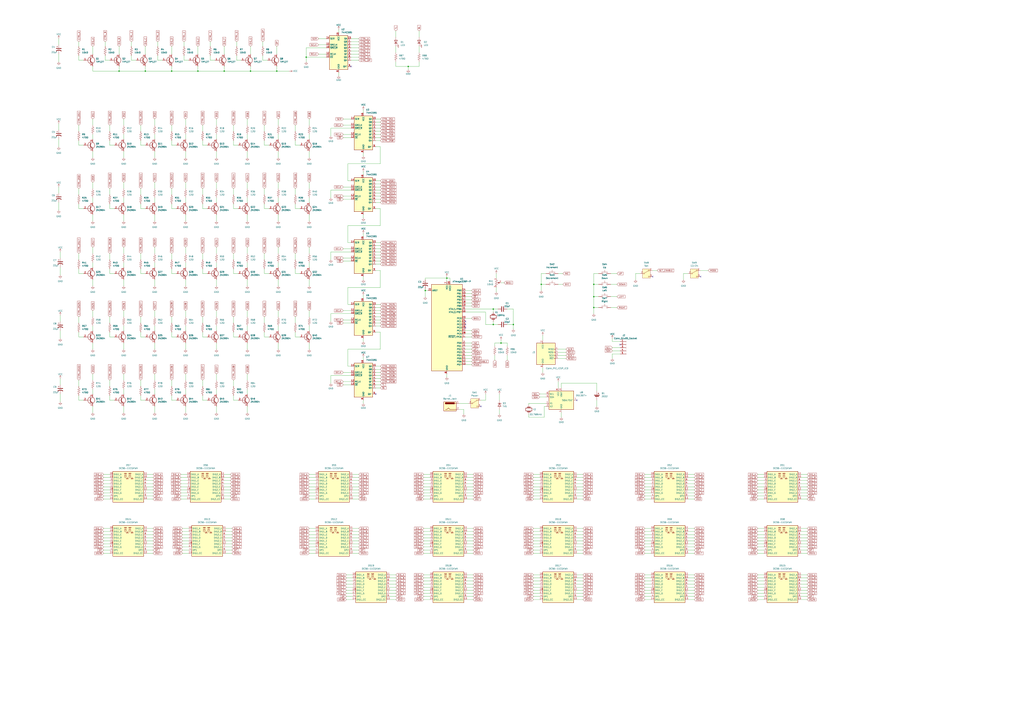
<source format=kicad_sch>
(kicad_sch (version 20250114) (generator "eeschema") (generator_version "9.0")
  (paper "A1")
  (junction (at 251.46 46.99))
  (junction (at 349.25 238.76))
  (junction (at 411.48 281.94))
  (junction (at 421.64 266.7))
  (junction (at 227.33 58.42))
  (junction (at 487.68 233.68))
  (junction (at 405.13 266.7))
  (junction (at 119.38 58.42))
  (junction (at 405.13 254))
  (junction (at 487.68 252.73))
  (junction (at 205.74 58.42))
  (junction (at 184.15 58.42))
  (junction (at 487.68 243.84))
  (junction (at 140.97 58.42))
  (junction (at 367.03 228.6))
  (junction (at 335.28 54.61))
  (junction (at 97.79 58.42))
  (junction (at 162.56 58.42))
  (junction (at 444.5 233.68))
  (no_connect (at 535.94 227.33))
  (no_connect (at 288.29 54.61))
  (no_connect (at 308.61 323.85))
  (no_connect (at 382.27 264.16))
  (no_connect (at 382.27 269.24))
  (no_connect (at 382.27 266.7))
  (no_connect (at 575.31 227.33))
  (no_connect (at 509.27 283.21))
  (no_connect (at 394.97 334.01))
  (no_connect (at 473.71 328.93))
  (wire (pts (xy 377.19 331.47) (xy 384.81 331.47)))
  (wire (pts (xy 166.37 102.87) (xy 166.37 107.95)))
  (wire (pts (xy 529.59 474.98) (xy 534.67 474.98)))
  (wire (pts (xy 473.71 490.22) (xy 478.79 490.22)))
  (wire (pts (xy 289.56 444.5) (xy 294.64 444.5)))
  (wire (pts (xy 152.4 97.79) (xy 152.4 102.87)))
  (wire (pts (xy 529.59 447.04) (xy 534.67 447.04)))
  (wire (pts (xy 284.48 482.6) (xy 289.56 482.6)))
  (wire (pts (xy 49.53 219.71) (xy 49.53 226.06)))
  (wire (pts (xy 312.42 120.65) (xy 312.42 134.62)))
  (wire (pts (xy 289.56 405.13) (xy 294.64 405.13)))
  (wire (pts (xy 166.37 119.38) (xy 170.18 119.38)))
  (wire (pts (xy 444.5 233.68) (xy 444.5 238.76)))
  (wire (pts (xy 344.17 50.8) (xy 344.17 54.61)))
  (wire (pts (xy 64.77 208.28) (xy 64.77 213.36)))
  (wire (pts (xy 228.6 229.87) (xy 228.6 234.95)))
  (wire (pts (xy 85.09 447.04) (xy 90.17 447.04)))
  (wire (pts (xy 152.4 255.27) (xy 152.4 260.35)))
  (wire (pts (xy 215.9 49.53) (xy 219.71 49.53)))
  (wire (pts (xy 85.09 400.05) (xy 90.17 400.05)))
  (wire (pts (xy 64.77 115.57) (xy 64.77 119.38)))
  (wire (pts (xy 298.45 227.33) (xy 298.45 229.87)))
  (wire (pts (xy 438.15 485.14) (xy 443.23 485.14)))
  (wire (pts (xy 76.2 307.34) (xy 76.2 312.42)))
  (wire (pts (xy 308.61 115.57) (xy 312.42 115.57)))
  (wire (pts (xy 242.57 260.35) (xy 242.57 265.43)))
  (wire (pts (xy 529.59 487.68) (xy 534.67 487.68)))
  (wire (pts (xy 152.4 320.04) (xy 152.4 323.85)))
  (wire (pts (xy 288.29 41.91) (xy 294.64 41.91)))
  (wire (pts (xy 416.56 266.7) (xy 421.64 266.7)))
  (wire (pts (xy 416.56 292.1) (xy 416.56 295.91)))
  (wire (pts (xy 438.15 410.21) (xy 443.23 410.21)))
  (wire (pts (xy 215.9 45.72) (xy 215.9 49.53)))
  (wire (pts (xy 308.61 161.29) (xy 312.42 161.29)))
  (wire (pts (xy 447.04 342.9) (xy 434.34 342.9)))
  (wire (pts (xy 254 110.49) (xy 254 114.3)))
  (wire (pts (xy 438.15 480.06) (xy 443.23 480.06)))
  (wire (pts (xy 288.29 34.29) (xy 294.64 34.29)))
  (wire (pts (xy 90.17 260.35) (xy 90.17 265.43)))
  (wire (pts (xy 622.3 410.21) (xy 627.38 410.21)))
  (wire (pts (xy 444.5 233.68) (xy 448.31 233.68)))
  (wire (pts (xy 48.26 101.6) (xy 48.26 106.68)))
  (wire (pts (xy 347.98 454.66) (xy 353.06 454.66)))
  (wire (pts (xy 473.71 447.04) (xy 478.79 447.04)))
  (wire (pts (xy 140.97 208.28) (xy 140.97 213.36)))
  (wire (pts (xy 281.94 153.67) (xy 288.29 153.67)))
  (wire (pts (xy 325.12 38.1) (xy 325.12 43.18)))
  (wire (pts (xy 320.04 487.68) (xy 325.12 487.68)))
  (wire (pts (xy 382.27 287.02) (xy 387.35 287.02)))
  (wire (pts (xy 162.56 58.42) (xy 184.15 58.42)))
  (wire (pts (xy 509.27 290.83) (xy 502.92 290.83)))
  (wire (pts (xy 657.86 477.52) (xy 662.94 477.52)))
  (wire (pts (xy 565.15 487.68) (xy 570.23 487.68)))
  (wire (pts (xy 127 97.79) (xy 127 102.87)))
  (wire (pts (xy 97.79 38.1) (xy 97.79 44.45)))
  (wire (pts (xy 438.15 441.96) (xy 443.23 441.96)))
  (wire (pts (xy 217.17 220.98) (xy 217.17 224.79)))
  (wire (pts (xy 140.97 273.05) (xy 140.97 276.86)))
  (wire (pts (xy 565.15 407.67) (xy 570.23 407.67)))
  (wire (pts (xy 76.2 203.2) (xy 76.2 208.28)))
  (wire (pts (xy 281.94 306.07) (xy 288.29 306.07)))
  (wire (pts (xy 289.56 407.67) (xy 294.64 407.67)))
  (wire (pts (xy 657.86 434.34) (xy 662.94 434.34)))
  (wire (pts (xy 565.15 436.88) (xy 570.23 436.88)))
  (wire (pts (xy 86.36 45.72) (xy 86.36 49.53)))
  (wire (pts (xy 398.78 328.93) (xy 394.97 328.93)))
  (wire (pts (xy 398.78 256.54) (xy 398.78 266.7)))
  (wire (pts (xy 383.54 474.98) (xy 388.62 474.98)))
  (wire (pts (xy 115.57 220.98) (xy 115.57 224.79)))
  (wire (pts (xy 76.2 267.97) (xy 76.2 271.78)))
  (wire (pts (xy 85.09 452.12) (xy 90.17 452.12)))
  (wire (pts (xy 120.65 397.51) (xy 125.73 397.51)))
  (wire (pts (xy 367.03 228.6) (xy 349.25 228.6)))
  (wire (pts (xy 85.09 394.97) (xy 90.17 394.97)))
  (wire (pts (xy 438.15 397.51) (xy 443.23 397.51)))
  (wire (pts (xy 561.34 224.79) (xy 561.34 229.87)))
  (wire (pts (xy 473.71 472.44) (xy 478.79 472.44)))
  (wire (pts (xy 49.53 323.85) (xy 49.53 330.2)))
  (wire (pts (xy 140.97 171.45) (xy 144.78 171.45)))
  (wire (pts (xy 308.61 148.59) (xy 312.42 148.59)))
  (wire (pts (xy 529.59 410.21) (xy 534.67 410.21)))
  (wire (pts (xy 347.98 394.97) (xy 353.06 394.97)))
  (wire (pts (xy 509.27 280.67) (xy 502.92 280.67)))
  (wire (pts (xy 217.17 273.05) (xy 217.17 276.86)))
  (wire (pts (xy 382.27 294.64) (xy 387.35 294.64)))
  (wire (pts (xy 85.09 436.88) (xy 90.17 436.88)))
  (wire (pts (xy 473.71 449.58) (xy 478.79 449.58)))
  (wire (pts (xy 203.2 110.49) (xy 203.2 114.3)))
  (wire (pts (xy 438.15 492.76) (xy 443.23 492.76)))
  (wire (pts (xy 347.98 485.14) (xy 353.06 485.14)))
  (wire (pts (xy 64.77 312.42) (xy 64.77 317.5)))
  (wire (pts (xy 622.3 434.34) (xy 627.38 434.34)))
  (wire (pts (xy 298.45 242.57) (xy 298.45 245.11)))
  (wire (pts (xy 622.3 474.98) (xy 627.38 474.98)))
  (wire (pts (xy 115.57 328.93) (xy 119.38 328.93)))
  (wire (pts (xy 312.42 171.45) (xy 312.42 185.42)))
  (wire (pts (xy 382.27 274.32) (xy 387.35 274.32)))
  (wire (pts (xy 320.04 480.06) (xy 325.12 480.06)))
  (wire (pts (xy 166.37 273.05) (xy 166.37 276.86)))
  (wire (pts (xy 288.29 39.37) (xy 294.64 39.37)))
  (wire (pts (xy 289.56 452.12) (xy 294.64 452.12)))
  (wire (pts (xy 622.3 452.12) (xy 627.38 452.12)))
  (wire (pts (xy 622.3 394.97) (xy 627.38 394.97)))
  (wire (pts (xy 191.77 208.28) (xy 191.77 213.36)))
  (wire (pts (xy 203.2 149.86) (xy 203.2 154.94)))
  (wire (pts (xy 101.6 176.53) (xy 101.6 181.61)))
  (wire (pts (xy 242.57 119.38) (xy 246.38 119.38)))
  (wire (pts (xy 308.61 300.99) (xy 312.42 300.99)))
  (wire (pts (xy 458.47 233.68) (xy 462.28 233.68)))
  (wire (pts (xy 166.37 208.28) (xy 166.37 213.36)))
  (wire (pts (xy 149.86 434.34) (xy 154.94 434.34)))
  (wire (pts (xy 382.27 241.3) (xy 387.35 241.3)))
  (wire (pts (xy 622.3 449.58) (xy 627.38 449.58)))
  (wire (pts (xy 622.3 454.66) (xy 627.38 454.66)))
  (wire (pts (xy 298.45 293.37) (xy 298.45 295.91)))
  (wire (pts (xy 473.71 405.13) (xy 478.79 405.13)))
  (wire (pts (xy 76.2 281.94) (xy 76.2 287.02)))
  (wire (pts (xy 308.61 250.19) (xy 312.42 250.19)))
  (wire (pts (xy 49.53 207.01) (xy 49.53 212.09)))
  (wire (pts (xy 325.12 25.4) (xy 325.12 30.48)))
  (wire (pts (xy 622.3 402.59) (xy 627.38 402.59)))
  (wire (pts (xy 289.56 394.97) (xy 294.64 394.97)))
  (wire (pts (xy 367.03 227.33) (xy 367.03 228.6)))
  (wire (pts (xy 90.17 224.79) (xy 93.98 224.79)))
  (wire (pts (xy 347.98 490.22) (xy 353.06 490.22)))
  (wire (pts (xy 382.27 243.84) (xy 387.35 243.84)))
  (wire (pts (xy 115.57 102.87) (xy 115.57 107.95)))
  (wire (pts (xy 347.98 447.04) (xy 353.06 447.04)))
  (wire (pts (xy 254 97.79) (xy 254 102.87)))
  (wire (pts (xy 410.21 323.85) (xy 410.21 328.93)))
  (wire (pts (xy 90.17 154.94) (xy 90.17 160.02)))
  (wire (pts (xy 288.29 156.21) (xy 271.78 156.21)))
  (wire (pts (xy 312.42 236.22) (xy 285.75 236.22)))
  (wire (pts (xy 217.17 154.94) (xy 217.17 160.02)))
  (wire (pts (xy 473.71 485.14) (xy 478.79 485.14)))
  (wire (pts (xy 76.2 320.04) (xy 76.2 323.85)))
  (wire (pts (xy 406.4 281.94) (xy 406.4 284.48)))
  (wire (pts (xy 565.15 472.44) (xy 570.23 472.44)))
  (wire (pts (xy 529.59 480.06) (xy 534.67 480.06)))
  (wire (pts (xy 473.71 392.43) (xy 478.79 392.43)))
  (wire (pts (xy 115.57 273.05) (xy 115.57 276.86)))
  (wire (pts (xy 85.09 402.59) (xy 90.17 402.59)))
  (wire (pts (xy 657.86 436.88) (xy 662.94 436.88)))
  (wire (pts (xy 308.61 267.97) (xy 312.42 267.97)))
  (wire (pts (xy 191.77 167.64) (xy 191.77 171.45)))
  (wire (pts (xy 377.19 336.55) (xy 381 336.55)))
  (wire (pts (xy 438.15 444.5) (xy 443.23 444.5)))
  (wire (pts (xy 308.61 217.17) (xy 312.42 217.17)))
  (wire (pts (xy 565.15 444.5) (xy 570.23 444.5)))
  (wire (pts (xy 445.77 302.26) (xy 445.77 306.07)))
  (wire (pts (xy 152.4 334.01) (xy 152.4 339.09)))
  (wire (pts (xy 308.61 308.61) (xy 312.42 308.61)))
  (wire (pts (xy 166.37 224.79) (xy 170.18 224.79)))
  (wire (pts (xy 228.6 149.86) (xy 228.6 154.94)))
  (wire (pts (xy 205.74 38.1) (xy 205.74 44.45)))
  (wire (pts (xy 49.53 311.15) (xy 49.53 316.23)))
  (wire (pts (xy 76.2 110.49) (xy 76.2 114.3)))
  (wire (pts (xy 529.59 405.13) (xy 534.67 405.13)))
  (wire (pts (xy 64.77 45.72) (xy 64.77 49.53)))
  (wire (pts (xy 565.15 454.66) (xy 570.23 454.66)))
  (wire (pts (xy 254 203.2) (xy 254 208.28)))
  (wire (pts (xy 203.2 176.53) (xy 203.2 181.61)))
  (wire (pts (xy 228.6 281.94) (xy 228.6 287.02)))
  (wire (pts (xy 529.59 389.89) (xy 534.67 389.89)))
  (wire (pts (xy 115.57 115.57) (xy 115.57 119.38)))
  (wire (pts (xy 177.8 149.86) (xy 177.8 154.94)))
  (wire (pts (xy 281.94 313.69) (xy 288.29 313.69)))
  (wire (pts (xy 228.6 255.27) (xy 228.6 260.35)))
  (wire (pts (xy 254 267.97) (xy 254 271.78)))
  (wire (pts (xy 308.61 107.95) (xy 312.42 107.95)))
  (wire (pts (xy 529.59 452.12) (xy 534.67 452.12)))
  (wire (pts (xy 127 176.53) (xy 127 181.61)))
  (wire (pts (xy 565.15 452.12) (xy 570.23 452.12)))
  (wire (pts (xy 76.2 334.01) (xy 76.2 339.09)))
  (wire (pts (xy 140.97 115.57) (xy 140.97 119.38)))
  (wire (pts (xy 127 229.87) (xy 127 234.95)))
  (wire (pts (xy 64.77 171.45) (xy 68.58 171.45)))
  (wire (pts (xy 657.86 397.51) (xy 662.94 397.51)))
  (wire (pts (xy 152.4 281.94) (xy 152.4 287.02)))
  (wire (pts (xy 254 215.9) (xy 254 219.71)))
  (wire (pts (xy 657.86 444.5) (xy 662.94 444.5)))
  (wire (pts (xy 149.86 441.96) (xy 154.94 441.96)))
  (wire (pts (xy 622.3 397.51) (xy 627.38 397.51)))
  (wire (pts (xy 657.86 407.67) (xy 662.94 407.67)))
  (wire (pts (xy 177.8 281.94) (xy 177.8 287.02)))
  (wire (pts (xy 149.86 449.58) (xy 154.94 449.58)))
  (wire (pts (xy 657.86 487.68) (xy 662.94 487.68)))
  (wire (pts (xy 367.03 228.6) (xy 369.57 228.6)))
  (wire (pts (xy 657.86 452.12) (xy 662.94 452.12)))
  (wire (pts (xy 101.6 320.04) (xy 101.6 323.85)))
  (wire (pts (xy 76.2 255.27) (xy 76.2 260.35)))
  (wire (pts (xy 228.6 176.53) (xy 228.6 181.61)))
  (wire (pts (xy 85.09 392.43) (xy 90.17 392.43)))
  (wire (pts (xy 64.77 325.12) (xy 64.77 328.93)))
  (wire (pts (xy 140.97 58.42) (xy 119.38 58.42)))
  (wire (pts (xy 120.65 444.5) (xy 125.73 444.5)))
  (wire (pts (xy 383.54 397.51) (xy 388.62 397.51)))
  (wire (pts (xy 285.75 199.39) (xy 288.29 199.39)))
  (wire (pts (xy 185.42 449.58) (xy 190.5 449.58)))
  (wire (pts (xy 347.98 402.59) (xy 353.06 402.59)))
  (wire (pts (xy 565.15 394.97) (xy 570.23 394.97)))
  (wire (pts (xy 367.03 307.34) (xy 367.03 309.88)))
  (wire (pts (xy 261.62 31.75) (xy 267.97 31.75)))
  (wire (pts (xy 177.8 176.53) (xy 177.8 181.61)))
  (wire (pts (xy 349.25 228.6) (xy 349.25 229.87)))
  (wire (pts (xy 242.57 276.86) (xy 246.38 276.86)))
  (wire (pts (xy 129.54 45.72) (xy 129.54 49.53)))
  (wire (pts (xy 382.27 246.38) (xy 387.35 246.38)))
  (wire (pts (xy 565.15 400.05) (xy 570.23 400.05)))
  (wire (pts (xy 473.71 452.12) (xy 478.79 452.12)))
  (wire (pts (xy 115.57 154.94) (xy 115.57 160.02)))
  (wire (pts (xy 228.6 267.97) (xy 228.6 271.78)))
  (wire (pts (xy 438.15 402.59) (xy 443.23 402.59)))
  (wire (pts (xy 308.61 257.81) (xy 312.42 257.81)))
  (wire (pts (xy 191.77 276.86) (xy 195.58 276.86)))
  (wire (pts (xy 177.8 229.87) (xy 177.8 234.95)))
  (wire (pts (xy 438.15 474.98) (xy 443.23 474.98)))
  (wire (pts (xy 308.61 316.23) (xy 312.42 316.23)))
  (wire (pts (xy 473.71 482.6) (xy 478.79 482.6)))
  (wire (pts (xy 458.47 224.79) (xy 462.28 224.79)))
  (wire (pts (xy 473.71 434.34) (xy 478.79 434.34)))
  (wire (pts (xy 90.17 171.45) (xy 93.98 171.45)))
  (wire (pts (xy 242.57 102.87) (xy 242.57 107.95)))
  (wire (pts (xy 166.37 171.45) (xy 170.18 171.45)))
  (wire (pts (xy 383.54 449.58) (xy 388.62 449.58)))
  (wire (pts (xy 48.26 44.45) (xy 48.26 50.8)))
  (wire (pts (xy 308.61 212.09) (xy 312.42 212.09)))
  (wire (pts (xy 487.68 252.73) (xy 491.49 252.73)))
  (wire (pts (xy 438.15 490.22) (xy 443.23 490.22)))
  (wire (pts (xy 185.42 447.04) (xy 190.5 447.04)))
  (wire (pts (xy 438.15 472.44) (xy 443.23 472.44)))
  (wire (pts (xy 289.56 389.89) (xy 294.64 389.89)))
  (wire (pts (xy 185.42 439.42) (xy 190.5 439.42)))
  (wire (pts (xy 149.86 452.12) (xy 154.94 452.12)))
  (wire (pts (xy 308.61 313.69) (xy 312.42 313.69)))
  (wire (pts (xy 191.77 312.42) (xy 191.77 317.5)))
  (wire (pts (xy 217.17 102.87) (xy 217.17 107.95)))
  (wire (pts (xy 289.56 402.59) (xy 294.64 402.59)))
  (wire (pts (xy 438.15 439.42) (xy 443.23 439.42)))
  (wire (pts (xy 85.09 407.67) (xy 90.17 407.67)))
  (wire (pts (xy 120.65 447.04) (xy 125.73 447.04)))
  (wire (pts (xy 501.65 243.84) (xy 506.73 243.84)))
  (wire (pts (xy 271.78 257.81) (xy 271.78 264.16)))
  (wire (pts (xy 90.17 328.93) (xy 93.98 328.93)))
  (wire (pts (xy 184.15 402.59) (xy 189.23 402.59)))
  (wire (pts (xy 657.86 394.97) (xy 662.94 394.97)))
  (wire (pts (xy 101.6 267.97) (xy 101.6 271.78)))
  (wire (pts (xy 622.3 400.05) (xy 627.38 400.05)))
  (wire (pts (xy 308.61 255.27) (xy 312.42 255.27)))
  (wire (pts (xy 140.97 325.12) (xy 140.97 328.93)))
  (wire (pts (xy 438.15 394.97) (xy 443.23 394.97)))
  (wire (pts (xy 383.54 400.05) (xy 388.62 400.05)))
  (wire (pts (xy 320.04 474.98) (xy 325.12 474.98)))
  (wire (pts (xy 347.98 452.12) (xy 353.06 452.12)))
  (wire (pts (xy 120.65 405.13) (xy 125.73 405.13)))
  (wire (pts (xy 657.86 472.44) (xy 662.94 472.44)))
  (wire (pts (xy 529.59 407.67) (xy 534.67 407.67)))
  (wire (pts (xy 140.97 224.79) (xy 144.78 224.79)))
  (wire (pts (xy 657.86 439.42) (xy 662.94 439.42)))
  (wire (pts (xy 254 449.58) (xy 259.08 449.58)))
  (wire (pts (xy 254 281.94) (xy 254 287.02)))
  (wire (pts (xy 191.77 154.94) (xy 191.77 160.02)))
  (wire (pts (xy 85.09 441.96) (xy 90.17 441.96)))
  (wire (pts (xy 101.6 281.94) (xy 101.6 287.02)))
  (wire (pts (xy 228.6 203.2) (xy 228.6 208.28)))
  (wire (pts (xy 49.53 271.78) (xy 49.53 278.13)))
  (wire (pts (xy 64.77 119.38) (xy 68.58 119.38)))
  (wire (pts (xy 127 307.34) (xy 127 312.42)))
  (wire (pts (xy 383.54 407.67) (xy 388.62 407.67)))
  (wire (pts (xy 308.61 153.67) (xy 312.42 153.67)))
  (wire (pts (xy 502.92 288.29) (xy 509.27 288.29)))
  (wire (pts (xy 203.2 203.2) (xy 203.2 208.28)))
  (wire (pts (xy 191.77 273.05) (xy 191.77 276.86)))
  (wire (pts (xy 203.2 124.46) (xy 203.2 129.54)))
  (wire (pts (xy 267.97 39.37) (xy 251.46 39.37)))
  (wire (pts (xy 325.12 54.61) (xy 325.12 50.8)))
  (wire (pts (xy 529.59 394.97) (xy 534.67 394.97)))
  (wire (pts (xy 383.54 454.66) (xy 388.62 454.66)))
  (wire (pts (xy 85.09 389.89) (xy 90.17 389.89)))
  (wire (pts (xy 184.15 38.1) (xy 184.15 44.45)))
  (wire (pts (xy 76.2 58.42) (xy 97.79 58.42)))
  (wire (pts (xy 90.17 220.98) (xy 90.17 224.79)))
  (wire (pts (xy 101.6 124.46) (xy 101.6 129.54)))
  (wire (pts (xy 382.27 251.46) (xy 387.35 251.46)))
  (wire (pts (xy 217.17 208.28) (xy 217.17 213.36)))
  (wire (pts (xy 152.4 307.34) (xy 152.4 312.42)))
  (wire (pts (xy 177.8 215.9) (xy 177.8 219.71)))
  (wire (pts (xy 347.98 441.96) (xy 353.06 441.96)))
  (wire (pts (xy 382.27 292.1) (xy 387.35 292.1)))
  (wire (pts (xy 565.15 439.42) (xy 570.23 439.42)))
  (wire (pts (xy 285.75 148.59) (xy 288.29 148.59)))
  (wire (pts (xy 490.22 328.93) (xy 490.22 334.01)))
  (wire (pts (xy 529.59 490.22) (xy 534.67 490.22)))
  (wire (pts (xy 657.86 400.05) (xy 662.94 400.05)))
  (wire (pts (xy 529.59 492.76) (xy 534.67 492.76)))
  (wire (pts (xy 529.59 454.66) (xy 534.67 454.66)))
  (wire (pts (xy 410.21 336.55) (xy 410.21 340.36)))
  (wire (pts (xy 85.09 410.21) (xy 90.17 410.21)))
  (wire (pts (xy 421.64 266.7) (xy 421.64 270.51)))
  (wire (pts (xy 285.75 134.62) (xy 285.75 148.59)))
  (wire (pts (xy 271.78 105.41) (xy 271.78 111.76)))
  (wire (pts (xy 162.56 54.61) (xy 162.56 58.42)))
  (wire (pts (xy 101.6 215.9) (xy 101.6 219.71)))
  (wire (pts (xy 657.86 474.98) (xy 662.94 474.98)))
  (wire (pts (xy 308.61 204.47) (xy 312.42 204.47)))
  (wire (pts (xy 85.09 439.42) (xy 90.17 439.42)))
  (wire (pts (xy 383.54 434.34) (xy 388.62 434.34)))
  (wire (pts (xy 529.59 402.59) (xy 534.67 402.59)))
  (wire (pts (xy 487.68 252.73) (xy 487.68 257.81)))
  (wire (pts (xy 347.98 449.58) (xy 353.06 449.58)))
  (wire (pts (xy 434.34 342.9) (xy 434.34 340.36)))
  (wire (pts (xy 473.71 402.59) (xy 478.79 402.59)))
  (wire (pts (xy 191.77 325.12) (xy 191.77 328.93)))
  (wire (pts (xy 177.8 320.04) (xy 177.8 323.85)))
  (wire (pts (xy 184.15 397.51) (xy 189.23 397.51)))
  (wire (pts (xy 351.79 238.76) (xy 349.25 238.76)))
  (wire (pts (xy 185.42 444.5) (xy 190.5 444.5)))
  (wire (pts (xy 254 124.46) (xy 254 129.54)))
  (wire (pts (xy 347.98 436.88) (xy 353.06 436.88)))
  (wire (pts (xy 251.46 46.99) (xy 267.97 46.99)))
  (wire (pts (xy 151.13 34.29) (xy 151.13 38.1)))
  (wire (pts (xy 115.57 260.35) (xy 115.57 265.43)))
  (wire (pts (xy 127 110.49) (xy 127 114.3)))
  (wire (pts (xy 347.98 405.13) (xy 353.06 405.13)))
  (wire (pts (xy 347.98 397.51) (xy 353.06 397.51)))
  (wire (pts (xy 383.54 477.52) (xy 388.62 477.52)))
  (wire (pts (xy 278.13 59.69) (xy 278.13 62.23)))
  (wire (pts (xy 383.54 410.21) (xy 388.62 410.21)))
  (wire (pts (xy 657.86 454.66) (xy 662.94 454.66)))
  (wire (pts (xy 90.17 276.86) (xy 93.98 276.86)))
  (wire (pts (xy 473.71 410.21) (xy 478.79 410.21)))
  (wire (pts (xy 191.77 119.38) (xy 195.58 119.38)))
  (wire (pts (xy 347.98 434.34) (xy 353.06 434.34)))
  (wire (pts (xy 217.17 260.35) (xy 217.17 265.43)))
  (wire (pts (xy 575.31 222.25) (xy 581.66 222.25)))
  (wire (pts (xy 308.61 265.43) (xy 312.42 265.43)))
  (wire (pts (xy 76.2 124.46) (xy 76.2 129.54)))
  (wire (pts (xy 438.15 400.05) (xy 443.23 400.05)))
  (wire (pts (xy 382.27 281.94) (xy 387.35 281.94)))
  (wire (pts (xy 438.15 434.34) (xy 443.23 434.34)))
  (wire (pts (xy 383.54 482.6) (xy 388.62 482.6)))
  (wire (pts (xy 242.57 171.45) (xy 246.38 171.45)))
  (wire (pts (xy 622.3 482.6) (xy 627.38 482.6)))
  (wire (pts (xy 127 281.94) (xy 127 287.02)))
  (wire (pts (xy 298.45 278.13) (xy 298.45 280.67)))
  (wire (pts (xy 289.56 454.66) (xy 294.64 454.66)))
  (wire (pts (xy 127 267.97) (xy 127 271.78)))
  (wire (pts (xy 473.71 394.97) (xy 478.79 394.97)))
  (wire (pts (xy 289.56 434.34) (xy 294.64 434.34)))
  (wire (pts (xy 473.71 480.06) (xy 478.79 480.06)))
  (wire (pts (xy 308.61 158.75) (xy 312.42 158.75)))
  (wire (pts (xy 298.45 176.53) (xy 298.45 179.07)))
  (wire (pts (xy 151.13 45.72) (xy 151.13 49.53)))
  (wire (pts (xy 281.94 214.63) (xy 288.29 214.63)))
  (wire (pts (xy 438.15 392.43) (xy 443.23 392.43)))
  (wire (pts (xy 119.38 54.61) (xy 119.38 58.42)))
  (wire (pts (xy 383.54 487.68) (xy 388.62 487.68)))
  (wire (pts (xy 383.54 485.14) (xy 388.62 485.14)))
  (wire (pts (xy 383.54 392.43) (xy 388.62 392.43)))
  (wire (pts (xy 288.29 49.53) (xy 294.64 49.53)))
  (wire (pts (xy 205.74 58.42) (xy 227.33 58.42)))
  (wire (pts (xy 622.3 480.06) (xy 627.38 480.06)))
  (wire (pts (xy 228.6 124.46) (xy 228.6 129.54)))
  (wire (pts (xy 254 176.53) (xy 254 181.61)))
  (wire (pts (xy 565.15 490.22) (xy 570.23 490.22)))
  (wire (pts (xy 120.65 434.34) (xy 125.73 434.34)))
  (wire (pts (xy 228.6 110.49) (xy 228.6 114.3)))
  (wire (pts (xy 529.59 441.96) (xy 534.67 441.96)))
  (wire (pts (xy 85.09 434.34) (xy 90.17 434.34)))
  (wire (pts (xy 120.65 410.21) (xy 125.73 410.21)))
  (wire (pts (xy 622.3 477.52) (xy 627.38 477.52)))
  (wire (pts (xy 308.61 252.73) (xy 312.42 252.73)))
  (wire (pts (xy 203.2 281.94) (xy 203.2 287.02)))
  (wire (pts (xy 289.56 410.21) (xy 294.64 410.21)))
  (wire (pts (xy 203.2 97.79) (xy 203.2 102.87)))
  (wire (pts (xy 203.2 229.87) (xy 203.2 234.95)))
  (wire (pts (xy 622.3 436.88) (xy 627.38 436.88)))
  (wire (pts (xy 64.77 49.53) (xy 68.58 49.53)))
  (wire (pts (xy 473.71 436.88) (xy 478.79 436.88)))
  (wire (pts (xy 281.94 161.29) (xy 288.29 161.29)))
  (wire (pts (xy 491.49 243.84) (xy 487.68 243.84)))
  (wire (pts (xy 284.48 490.22) (xy 289.56 490.22)))
  (wire (pts (xy 90.17 273.05) (xy 90.17 276.86)))
  (wire (pts (xy 228.6 97.79) (xy 228.6 102.87)))
  (wire (pts (xy 458.47 289.56) (xy 464.82 289.56)))
  (wire (pts (xy 565.15 480.06) (xy 570.23 480.06)))
  (wire (pts (xy 288.29 44.45) (xy 294.64 44.45)))
  (wire (pts (xy 119.38 58.42) (xy 97.79 58.42)))
  (wire (pts (xy 473.71 397.51) (xy 478.79 397.51)))
  (wire (pts (xy 289.56 436.88) (xy 294.64 436.88)))
  (wire (pts (xy 383.54 441.96) (xy 388.62 441.96)))
  (wire (pts (xy 184.15 410.21) (xy 189.23 410.21)))
  (wire (pts (xy 85.09 397.51) (xy 90.17 397.51)))
  (wire (pts (xy 657.86 482.6) (xy 662.94 482.6)))
  (wire (pts (xy 458.47 313.69) (xy 458.47 318.77)))
  (wire (pts (xy 254 149.86) (xy 254 154.94)))
  (wire (pts (xy 622.3 492.76) (xy 627.38 492.76)))
  (wire (pts (xy 97.79 54.61) (xy 97.79 58.42)))
  (wire (pts (xy 254 162.56) (xy 254 166.37)))
  (wire (pts (xy 473.71 441.96) (xy 478.79 441.96)))
  (wire (pts (xy 281.94 262.89) (xy 288.29 262.89)))
  (wire (pts (xy 101.6 203.2) (xy 101.6 208.28)))
  (wire (pts (xy 185.42 434.34) (xy 190.5 434.34)))
  (wire (pts (xy 382.27 289.56) (xy 387.35 289.56)))
  (wire (pts (xy 622.3 389.89) (xy 627.38 389.89)))
  (wire (pts (xy 148.59 402.59) (xy 153.67 402.59)))
  (wire (pts (xy 565.15 474.98) (xy 570.23 474.98)))
  (wire (pts (xy 152.4 229.87) (xy 152.4 234.95)))
  (wire (pts (xy 382.27 297.18) (xy 387.35 297.18)))
  (wire (pts (xy 383.54 480.06) (xy 388.62 480.06)))
  (wire (pts (xy 184.15 394.97) (xy 189.23 394.97)))
  (wire (pts (xy 254 229.87) (xy 254 234.95)))
  (wire (pts (xy 347.98 482.6) (xy 353.06 482.6)))
  (wire (pts (xy 281.94 255.27) (xy 288.29 255.27)))
  (wire (pts (xy 86.36 49.53) (xy 90.17 49.53)))
  (wire (pts (xy 284.48 485.14) (xy 289.56 485.14)))
  (wire (pts (xy 487.68 224.79) (xy 487.68 233.68)))
  (wire (pts (xy 149.86 436.88) (xy 154.94 436.88)))
  (wire (pts (xy 487.68 243.84) (xy 487.68 252.73)))
  (wire (pts (xy 242.57 167.64) (xy 242.57 171.45)))
  (wire (pts (xy 288.29 31.75) (xy 294.64 31.75)))
  (wire (pts (xy 120.65 449.58) (xy 125.73 449.58)))
  (wire (pts (xy 411.48 281.94) (xy 406.4 281.94)))
  (wire (pts (xy 115.57 171.45) (xy 119.38 171.45)))
  (wire (pts (xy 535.94 222.25) (xy 539.75 222.25)))
  (wire (pts (xy 347.98 392.43) (xy 353.06 392.43)))
  (wire (pts (xy 120.65 452.12) (xy 125.73 452.12)))
  (wire (pts (xy 298.45 140.97) (xy 298.45 143.51)))
  (wire (pts (xy 227.33 54.61) (xy 227.33 58.42)))
  (wire (pts (xy 228.6 215.9) (xy 228.6 219.71)))
  (wire (pts (xy 140.97 102.87) (xy 140.97 107.95)))
  (wire (pts (xy 172.72 49.53) (xy 176.53 49.53)))
  (wire (pts (xy 90.17 325.12) (xy 90.17 328.93)))
  (wire (pts (xy 203.2 255.27) (xy 203.2 260.35)))
  (wire (pts (xy 657.86 447.04) (xy 662.94 447.04)))
  (wire (pts (xy 129.54 49.53) (xy 133.35 49.53)))
  (wire (pts (xy 254 392.43) (xy 259.08 392.43)))
  (wire (pts (xy 140.97 276.86) (xy 144.78 276.86)))
  (wire (pts (xy 382.27 254) (xy 405.13 254)))
  (wire (pts (xy 140.97 58.42) (xy 162.56 58.42)))
  (wire (pts (xy 347.98 480.06) (xy 353.06 480.06)))
  (wire (pts (xy 565.15 492.76) (xy 570.23 492.76)))
  (wire (pts (xy 162.56 38.1) (xy 162.56 44.45)))
  (wire (pts (xy 64.77 224.79) (xy 68.58 224.79)))
  (wire (pts (xy 438.15 452.12) (xy 443.23 452.12)))
  (wire (pts (xy 565.15 485.14) (xy 570.23 485.14)))
  (wire (pts (xy 177.8 124.46) (xy 177.8 129.54)))
  (wire (pts (xy 166.37 328.93) (xy 170.18 328.93)))
  (wire (pts (xy 347.98 407.67) (xy 353.06 407.67)))
  (wire (pts (xy 308.61 97.79) (xy 312.42 97.79)))
  (wire (pts (xy 115.57 224.79) (xy 119.38 224.79)))
  (wire (pts (xy 254 410.21) (xy 259.08 410.21)))
  (wire (pts (xy 622.3 441.96) (xy 627.38 441.96)))
  (wire (pts (xy 289.56 392.43) (xy 294.64 392.43)))
  (wire (pts (xy 288.29 308.61) (xy 271.78 308.61)))
  (wire (pts (xy 308.61 156.21) (xy 312.42 156.21)))
  (wire (pts (xy 166.37 276.86) (xy 170.18 276.86)))
  (wire (pts (xy 177.8 97.79) (xy 177.8 102.87)))
  (wire (pts (xy 148.59 410.21) (xy 153.67 410.21)))
  (wire (pts (xy 473.71 444.5) (xy 478.79 444.5)))
  (wire (pts (xy 622.3 444.5) (xy 627.38 444.5)))
  (wire (pts (xy 127 124.46) (xy 127 129.54)))
  (wire (pts (xy 49.53 259.08) (xy 49.53 264.16)))
  (wire (pts (xy 285.75 287.02) (xy 285.75 300.99)))
  (wire (pts (xy 438.15 405.13) (xy 443.23 405.13)))
  (wire (pts (xy 254 397.51) (xy 259.08 397.51)))
  (wire (pts (xy 288.29 257.81) (xy 271.78 257.81)))
  (wire (pts (xy 203.2 162.56) (xy 203.2 166.37)))
  (wire (pts (xy 217.17 115.57) (xy 217.17 119.38)))
  (wire (pts (xy 185.42 452.12) (xy 190.5 452.12)))
  (wire (pts (xy 86.36 34.29) (xy 86.36 38.1)))
  (wire (pts (xy 254 405.13) (xy 259.08 405.13)))
  (wire (pts (xy 438.15 389.89) (xy 443.23 389.89)))
  (wire (pts (xy 152.4 215.9) (xy 152.4 219.71)))
  (wire (pts (xy 383.54 472.44) (xy 388.62 472.44)))
  (wire (pts (xy 657.86 402.59) (xy 662.94 402.59)))
  (wire (pts (xy 298.45 191.77) (xy 298.45 194.31)))
  (wire (pts (xy 565.15 449.58) (xy 570.23 449.58)))
  (wire (pts (xy 406.4 292.1) (xy 406.4 295.91)))
  (wire (pts (xy 473.71 439.42) (xy 478.79 439.42)))
  (wire (pts (xy 254 255.27) (xy 254 260.35)))
  (wire (pts (xy 473.71 407.67) (xy 478.79 407.67)))
  (wire (pts (xy 278.13 24.13) (xy 278.13 26.67)))
  (wire (pts (xy 148.59 405.13) (xy 153.67 405.13)))
  (wire (pts (xy 438.15 449.58) (xy 443.23 449.58)))
  (wire (pts (xy 521.97 224.79) (xy 521.97 229.87)))
  (wire (pts (xy 383.54 439.42) (xy 388.62 439.42)))
  (wire (pts (xy 347.98 444.5) (xy 353.06 444.5)))
  (wire (pts (xy 203.2 307.34) (xy 203.2 312.42)))
  (wire (pts (xy 64.77 220.98) (xy 64.77 224.79)))
  (wire (pts (xy 288.29 207.01) (xy 271.78 207.01)))
  (wire (pts (xy 398.78 323.85) (xy 398.78 328.93)))
  (wire (pts (xy 184.15 405.13) (xy 189.23 405.13)))
  (wire (pts (xy 622.3 407.67) (xy 627.38 407.67)))
  (wire (pts (xy 565.15 477.52) (xy 570.23 477.52)))
  (wire (pts (xy 177.8 110.49) (xy 177.8 114.3)))
  (wire (pts (xy 382.27 248.92) (xy 387.35 248.92)))
  (wire (pts (xy 416.56 284.48) (xy 416.56 281.94)))
  (wire (pts (xy 48.26 166.37) (xy 48.26 172.72)))
  (wire (pts (xy 177.8 267.97) (xy 177.8 271.78)))
  (wire (pts (xy 120.65 454.66) (xy 125.73 454.66)))
  (wire (pts (xy 565.15 389.89) (xy 570.23 389.89)))
  (wire (pts (xy 473.71 389.89) (xy 478.79 389.89)))
  (wire (pts (xy 529.59 439.42) (xy 534.67 439.42)))
  (wire (pts (xy 349.25 237.49) (xy 349.25 238.76)))
  (wire (pts (xy 288.29 36.83) (xy 294.64 36.83)))
  (wire (pts (xy 64.77 167.64) (xy 64.77 171.45)))
  (wire (pts (xy 254 454.66) (xy 259.08 454.66)))
  (wire (pts (xy 107.95 45.72) (xy 107.95 49.53)))
  (wire (pts (xy 565.15 392.43) (xy 570.23 392.43)))
  (wire (pts (xy 344.17 54.61) (xy 335.28 54.61)))
  (wire (pts (xy 383.54 436.88) (xy 388.62 436.88)))
  (wire (pts (xy 148.59 397.51) (xy 153.67 397.51)))
  (wire (pts (xy 458.47 292.1) (xy 464.82 292.1)))
  (wire (pts (xy 289.56 441.96) (xy 294.64 441.96)))
  (wire (pts (xy 308.61 113.03) (xy 312.42 113.03)))
  (wire (pts (xy 184.15 392.43) (xy 189.23 392.43)))
  (wire (pts (xy 120.65 407.67) (xy 125.73 407.67)))
  (wire (pts (xy 217.17 167.64) (xy 217.17 171.45)))
  (wire (pts (xy 203.2 334.01) (xy 203.2 339.09)))
  (wire (pts (xy 289.56 397.51) (xy 294.64 397.51)))
  (wire (pts (xy 227.33 58.42) (xy 237.49 58.42)))
  (wire (pts (xy 382.27 256.54) (xy 398.78 256.54)))
  (wire (pts (xy 405.13 266.7) (xy 408.94 266.7)))
  (wire (pts (xy 140.97 328.93) (xy 144.78 328.93)))
  (wire (pts (xy 127 203.2) (xy 127 208.28)))
  (wire (pts (xy 48.26 31.75) (xy 48.26 36.83)))
  (wire (pts (xy 120.65 402.59) (xy 125.73 402.59)))
  (wire (pts (xy 129.54 34.29) (xy 129.54 38.1)))
  (wire (pts (xy 149.86 444.5) (xy 154.94 444.5)))
  (wire (pts (xy 203.2 215.9) (xy 203.2 219.71)))
  (wire (pts (xy 140.97 54.61) (xy 140.97 58.42)))
  (wire (pts (xy 127 162.56) (xy 127 166.37)))
  (wire (pts (xy 285.75 185.42) (xy 285.75 199.39)))
  (wire (pts (xy 657.86 480.06) (xy 662.94 480.06)))
  (wire (pts (xy 347.98 487.68) (xy 353.06 487.68)))
  (wire (pts (xy 271.78 156.21) (xy 271.78 162.56)))
  (wire (pts (xy 308.61 214.63) (xy 312.42 214.63)))
  (wire (pts (xy 312.42 185.42) (xy 285.75 185.42)))
  (wire (pts (xy 438.15 482.6) (xy 443.23 482.6)))
  (wire (pts (xy 320.04 485.14) (xy 325.12 485.14)))
  (wire (pts (xy 166.37 167.64) (xy 166.37 171.45)))
  (wire (pts (xy 184.15 54.61) (xy 184.15 58.42)))
  (wire (pts (xy 184.15 407.67) (xy 189.23 407.67)))
  (wire (pts (xy 227.33 38.1) (xy 227.33 44.45)))
  (wire (pts (xy 438.15 436.88) (xy 443.23 436.88)))
  (wire (pts (xy 115.57 312.42) (xy 115.57 317.5)))
  (wire (pts (xy 529.59 449.58) (xy 534.67 449.58)))
  (wire (pts (xy 281.94 163.83) (xy 288.29 163.83)))
  (wire (pts (xy 149.86 454.66) (xy 154.94 454.66)))
  (wire (pts (xy 101.6 229.87) (xy 101.6 234.95)))
  (wire (pts (xy 64.77 276.86) (xy 68.58 276.86)))
  (wire (pts (xy 657.86 392.43) (xy 662.94 392.43)))
  (wire (pts (xy 416.56 254) (xy 421.64 254)))
  (wire (pts (xy 458.47 294.64) (xy 464.82 294.64)))
  (wire (pts (xy 166.37 115.57) (xy 166.37 119.38)))
  (wire (pts (xy 308.61 260.35) (xy 312.42 260.35)))
  (wire (pts (xy 166.37 154.94) (xy 166.37 160.02)))
  (wire (pts (xy 191.77 260.35) (xy 191.77 265.43)))
  (wire (pts (xy 382.27 299.72) (xy 387.35 299.72)))
  (wire (pts (xy 308.61 171.45) (xy 312.42 171.45)))
  (wire (pts (xy 285.75 236.22) (xy 285.75 250.19)))
  (wire (pts (xy 461.01 339.09) (xy 461.01 342.9)))
  (wire (pts (xy 242.57 208.28) (xy 242.57 213.36)))
  (wire (pts (xy 281.94 110.49) (xy 288.29 110.49)))
  (wire (pts (xy 347.98 474.98) (xy 353.06 474.98)))
  (wire (pts (xy 76.2 54.61) (xy 76.2 58.42)))
  (wire (pts (xy 529.59 397.51) (xy 534.67 397.51)))
  (wire (pts (xy 657.86 405.13) (xy 662.94 405.13)))
  (wire (pts (xy 64.77 273.05) (xy 64.77 276.86)))
  (wire (pts (xy 284.48 477.52) (xy 289.56 477.52)))
  (wire (pts (xy 184.15 389.89) (xy 189.23 389.89)))
  (wire (pts (xy 461.01 314.96) (xy 461.01 318.77)))
  (wire (pts (xy 166.37 325.12) (xy 166.37 328.93)))
  (wire (pts (xy 149.86 447.04) (xy 154.94 447.04)))
  (wire (pts (xy 344.17 38.1) (xy 344.17 43.18)))
  (wire (pts (xy 140.97 260.35) (xy 140.97 265.43)))
  (wire (pts (xy 289.56 449.58) (xy 294.64 449.58)))
  (wire (pts (xy 152.4 176.53) (xy 152.4 181.61)))
  (wire (pts (xy 254 441.96) (xy 259.08 441.96)))
  (wire (pts (xy 284.48 487.68) (xy 289.56 487.68)))
  (wire (pts (xy 369.57 231.14) (xy 369.57 228.6)))
  (wire (pts (xy 119.38 38.1) (xy 119.38 44.45)))
  (wire (pts (xy 443.23 326.39) (xy 448.31 326.39)))
  (wire (pts (xy 64.77 102.87) (xy 64.77 107.95)))
  (wire (pts (xy 101.6 334.01) (xy 101.6 339.09)))
  (wire (pts (xy 308.61 100.33) (xy 312.42 100.33)))
  (wire (pts (xy 565.15 410.21) (xy 570.23 410.21)))
  (wire (pts (xy 308.61 207.01) (xy 312.42 207.01)))
  (wire (pts (xy 344.17 25.4) (xy 344.17 30.48)))
  (wire (pts (xy 308.61 102.87) (xy 312.42 102.87)))
  (wire (pts (xy 298.45 125.73) (xy 298.45 128.27)))
  (wire (pts (xy 405.13 264.16) (xy 405.13 266.7)))
  (wire (pts (xy 502.92 290.83) (xy 502.92 294.64)))
  (wire (pts (xy 115.57 167.64) (xy 115.57 171.45)))
  (wire (pts (xy 308.61 306.07) (xy 312.42 306.07)))
  (wire (pts (xy 312.42 273.05) (xy 312.42 287.02)))
  (wire (pts (xy 261.62 44.45) (xy 267.97 44.45)))
  (wire (pts (xy 281.94 212.09) (xy 288.29 212.09)))
  (wire (pts (xy 382.27 284.48) (xy 387.35 284.48)))
  (wire (pts (xy 120.65 436.88) (xy 125.73 436.88)))
  (wire (pts (xy 622.3 447.04) (xy 627.38 447.04)))
  (wire (pts (xy 127 215.9) (xy 127 219.71)))
  (wire (pts (xy 177.8 307.34) (xy 177.8 312.42)))
  (wire (pts (xy 101.6 149.86) (xy 101.6 154.94)))
  (wire (pts (xy 502.92 285.75) (xy 509.27 285.75)))
  (wire (pts (xy 565.15 441.96) (xy 570.23 441.96)))
  (wire (pts (xy 383.54 389.89) (xy 388.62 389.89)))
  (wire (pts (xy 622.3 392.43) (xy 627.38 392.43)))
  (wire (pts (xy 85.09 454.66) (xy 90.17 454.66)))
  (wire (pts (xy 242.57 224.79) (xy 246.38 224.79)))
  (wire (pts (xy 194.31 49.53) (xy 198.12 49.53)))
  (wire (pts (xy 443.23 323.85) (xy 448.31 323.85)))
  (wire (pts (xy 85.09 444.5) (xy 90.17 444.5)))
  (wire (pts (xy 48.26 153.67) (xy 48.26 158.75)))
  (wire (pts (xy 308.61 163.83) (xy 312.42 163.83)))
  (wire (pts (xy 251.46 39.37) (xy 251.46 46.99)))
  (wire (pts (xy 367.03 228.6) (xy 367.03 231.14)))
  (wire (pts (xy 48.26 114.3) (xy 48.26 120.65)))
  (wire (pts (xy 622.3 490.22) (xy 627.38 490.22)))
  (wire (pts (xy 254 389.89) (xy 259.08 389.89)))
  (wire (pts (xy 308.61 151.13) (xy 312.42 151.13)))
  (wire (pts (xy 140.97 220.98) (xy 140.97 224.79)))
  (wire (pts (xy 254 444.5) (xy 259.08 444.5)))
  (wire (pts (xy 407.67 236.22) (xy 407.67 240.03)))
  (wire (pts (xy 281.94 316.23) (xy 288.29 316.23)))
  (wire (pts (xy 565.15 482.6) (xy 570.23 482.6)))
  (wire (pts (xy 120.65 441.96) (xy 125.73 441.96)))
  (wire (pts (xy 411.48 232.41) (xy 414.02 232.41)))
  (wire (pts (xy 148.59 392.43) (xy 153.67 392.43)))
  (wire (pts (xy 254 402.59) (xy 259.08 402.59)))
  (wire (pts (xy 565.15 405.13) (xy 570.23 405.13)))
  (wire (pts (xy 308.61 222.25) (xy 312.42 222.25)))
  (wire (pts (xy 64.77 328.93) (xy 68.58 328.93)))
  (wire (pts (xy 284.48 492.76) (xy 289.56 492.76)))
  (wire (pts (xy 281.94 102.87) (xy 288.29 102.87)))
  (wire (pts (xy 458.47 287.02) (xy 464.82 287.02)))
  (wire (pts (xy 448.31 334.01) (xy 447.04 334.01)))
  (wire (pts (xy 308.61 110.49) (xy 312.42 110.49)))
  (wire (pts (xy 76.2 176.53) (xy 76.2 181.61)))
  (wire (pts (xy 529.59 400.05) (xy 534.67 400.05)))
  (wire (pts (xy 254 407.67) (xy 259.08 407.67)))
  (wire (pts (xy 254 452.12) (xy 259.08 452.12)))
  (wire (pts (xy 529.59 485.14) (xy 534.67 485.14)))
  (wire (pts (xy 529.59 436.88) (xy 534.67 436.88)))
  (wire (pts (xy 501.65 224.79) (xy 506.73 224.79)))
  (wire (pts (xy 115.57 276.86) (xy 119.38 276.86)))
  (wire (pts (xy 438.15 407.67) (xy 443.23 407.67)))
  (wire (pts (xy 320.04 472.44) (xy 325.12 472.44)))
  (wire (pts (xy 194.31 45.72) (xy 194.31 49.53)))
  (wire (pts (xy 565.15 447.04) (xy 570.23 447.04)))
  (wire (pts (xy 347.98 400.05) (xy 353.06 400.05)))
  (wire (pts (xy 501.65 233.68) (xy 506.73 233.68)))
  (wire (pts (xy 657.86 492.76) (xy 662.94 492.76)))
  (wire (pts (xy 622.3 439.42) (xy 627.38 439.42)))
  (wire (pts (xy 254 434.34) (xy 259.08 434.34)))
  (wire (pts (xy 217.17 171.45) (xy 220.98 171.45)))
  (wire (pts (xy 335.28 54.61) (xy 325.12 54.61)))
  (wire (pts (xy 347.98 472.44) (xy 353.06 472.44)))
  (wire (pts (xy 285.75 300.99) (xy 288.29 300.99)))
  (wire (pts (xy 308.61 120.65) (xy 312.42 120.65)))
  (wire (pts (xy 191.77 115.57) (xy 191.77 119.38)))
  (wire (pts (xy 242.57 154.94) (xy 242.57 160.02)))
  (wire (pts (xy 172.72 45.72) (xy 172.72 49.53)))
  (wire (pts (xy 203.2 267.97) (xy 203.2 271.78)))
  (wire (pts (xy 140.97 119.38) (xy 144.78 119.38)))
  (wire (pts (xy 438.15 454.66) (xy 443.23 454.66)))
  (wire (pts (xy 622.3 405.13) (xy 627.38 405.13)))
  (wire (pts (xy 383.54 394.97) (xy 388.62 394.97)))
  (wire (pts (xy 191.77 102.87) (xy 191.77 107.95)))
  (wire (pts (xy 185.42 454.66) (xy 190.5 454.66)))
  (wire (pts (xy 382.27 238.76) (xy 387.35 238.76)))
  (wire (pts (xy 308.61 105.41) (xy 312.42 105.41)))
  (wire (pts (xy 349.25 238.76) (xy 349.25 243.84)))
  (wire (pts (xy 64.77 34.29) (xy 64.77 38.1)))
  (wire (pts (xy 281.94 265.43) (xy 288.29 265.43)))
  (wire (pts (xy 308.61 166.37) (xy 312.42 166.37)))
  (wire (pts (xy 529.59 434.34) (xy 534.67 434.34)))
  (wire (pts (xy 194.31 34.29) (xy 194.31 38.1)))
  (wire (pts (xy 271.78 207.01) (xy 271.78 213.36)))
  (wire (pts (xy 383.54 490.22) (xy 388.62 490.22)))
  (wire (pts (xy 115.57 325.12) (xy 115.57 328.93)))
  (wire (pts (xy 347.98 439.42) (xy 353.06 439.42)))
  (wire (pts (xy 127 149.86) (xy 127 154.94)))
  (wire (pts (xy 90.17 312.42) (xy 90.17 317.5)))
  (wire (pts (xy 657.86 410.21) (xy 662.94 410.21)))
  (wire (pts (xy 438.15 487.68) (xy 443.23 487.68)))
  (wire (pts (xy 254 400.05) (xy 259.08 400.05)))
  (wire (pts (xy 76.2 162.56) (xy 76.2 166.37)))
  (wire (pts (xy 191.77 220.98) (xy 191.77 224.79)))
  (wire (pts (xy 308.61 262.89) (xy 312.42 262.89)))
  (wire (pts (xy 308.61 318.77) (xy 312.42 318.77)))
  (wire (pts (xy 184.15 400.05) (xy 189.23 400.05)))
  (wire (pts (xy 501.65 252.73) (xy 506.73 252.73)))
  (wire (pts (xy 281.94 97.79) (xy 288.29 97.79)))
  (wire (pts (xy 487.68 233.68) (xy 491.49 233.68)))
  (wire (pts (xy 251.46 46.99) (xy 251.46 50.8)))
  (wire (pts (xy 101.6 110.49) (xy 101.6 114.3)))
  (wire (pts (xy 284.48 474.98) (xy 289.56 474.98)))
  (wire (pts (xy 320.04 482.6) (xy 325.12 482.6)))
  (wire (pts (xy 177.8 162.56) (xy 177.8 166.37)))
  (wire (pts (xy 398.78 266.7) (xy 405.13 266.7)))
  (wire (pts (xy 185.42 436.88) (xy 190.5 436.88)))
  (wire (pts (xy 191.77 224.79) (xy 195.58 224.79)))
  (wire (pts (xy 289.56 447.04) (xy 294.64 447.04)))
  (wire (pts (xy 205.74 54.61) (xy 205.74 58.42)))
  (wire (pts (xy 502.92 278.13) (xy 502.92 280.67)))
  (wire (pts (xy 421.64 254) (xy 421.64 266.7)))
  (wire (pts (xy 151.13 49.53) (xy 154.94 49.53)))
  (wire (pts (xy 120.65 400.05) (xy 125.73 400.05)))
  (wire (pts (xy 172.72 34.29) (xy 172.72 38.1)))
  (wire (pts (xy 416.56 281.94) (xy 411.48 281.94)))
  (wire (pts (xy 90.17 119.38) (xy 93.98 119.38)))
  (wire (pts (xy 185.42 441.96) (xy 190.5 441.96)))
  (wire (pts (xy 383.54 492.76) (xy 388.62 492.76)))
  (wire (pts (xy 320.04 492.76) (xy 325.12 492.76)))
  (wire (pts (xy 76.2 97.79) (xy 76.2 102.87)))
  (wire (pts (xy 120.65 389.89) (xy 125.73 389.89)))
  (wire (pts (xy 382.27 261.62) (xy 387.35 261.62)))
  (wire (pts (xy 76.2 215.9) (xy 76.2 219.71)))
  (wire (pts (xy 242.57 115.57) (xy 242.57 119.38)))
  (wire (pts (xy 90.17 102.87) (xy 90.17 107.95)))
  (wire (pts (xy 177.8 255.27) (xy 177.8 260.35)))
  (wire (pts (xy 284.48 480.06) (xy 289.56 480.06)))
  (wire (pts (xy 308.61 201.93) (xy 312.42 201.93)))
  (wire (pts (xy 217.17 276.86) (xy 220.98 276.86)))
  (wire (pts (xy 90.17 208.28) (xy 90.17 213.36)))
  (wire (pts (xy 64.77 154.94) (xy 64.77 160.02)))
  (wire (pts (xy 473.71 400.05) (xy 478.79 400.05)))
  (wire (pts (xy 347.98 389.89) (xy 353.06 389.89)))
  (wire (pts (xy 308.61 209.55) (xy 312.42 209.55)))
  (wire (pts (xy 76.2 38.1) (xy 76.2 44.45)))
  (wire (pts (xy 140.97 312.42) (xy 140.97 317.5)))
  (wire (pts (xy 228.6 162.56) (xy 228.6 166.37)))
  (wire (pts (xy 487.68 243.84) (xy 487.68 233.68)))
  (wire (pts (xy 205.74 58.42) (xy 184.15 58.42)))
  (wire (pts (xy 152.4 110.49) (xy 152.4 114.3)))
  (wire (pts (xy 408.94 254) (xy 405.13 254)))
  (wire (pts (xy 140.97 154.94) (xy 140.97 160.02)))
  (wire (pts (xy 261.62 36.83) (xy 267.97 36.83)))
  (wire (pts (xy 127 320.04) (xy 127 323.85)))
  (wire (pts (xy 529.59 482.6) (xy 534.67 482.6)))
  (wire (pts (xy 115.57 119.38) (xy 119.38 119.38)))
  (wire (pts (xy 242.57 273.05) (xy 242.57 276.86)))
  (wire (pts (xy 152.4 162.56) (xy 152.4 166.37)))
  (wire (pts (xy 347.98 492.76) (xy 353.06 492.76)))
  (wire (pts (xy 76.2 149.86) (xy 76.2 154.94)))
  (wire (pts (xy 152.4 124.46) (xy 152.4 129.54)))
  (wire (pts (xy 107.95 49.53) (xy 111.76 49.53)))
  (wire (pts (xy 148.59 400.05) (xy 153.67 400.05)))
  (wire (pts (xy 529.59 392.43) (xy 534.67 392.43)))
  (wire (pts (xy 148.59 389.89) (xy 153.67 389.89)))
  (wire (pts (xy 320.04 490.22) (xy 325.12 490.22)))
  (wire (pts (xy 101.6 255.27) (xy 101.6 260.35)))
  (wire (pts (xy 657.86 485.14) (xy 662.94 485.14)))
  (wire (pts (xy 438.15 447.04) (xy 443.23 447.04)))
  (wire (pts (xy 383.54 452.12) (xy 388.62 452.12)))
  (wire (pts (xy 120.65 392.43) (xy 125.73 392.43)))
  (wire (pts (xy 383.54 447.04) (xy 388.62 447.04)))
  (wire (pts (xy 191.77 171.45) (xy 195.58 171.45)))
  (wire (pts (xy 490.22 321.31) (xy 490.22 314.96)))
  (wire (pts (xy 285.75 250.19) (xy 288.29 250.19)))
  (wire (pts (xy 76.2 229.87) (xy 76.2 234.95)))
  (wire (pts (xy 140.97 167.64) (xy 140.97 171.45)))
  (wire (pts (xy 64.77 260.35) (xy 64.77 265.43)))
  (wire (pts (xy 298.45 90.17) (xy 298.45 92.71)))
  (wire (pts (xy 101.6 97.79) (xy 101.6 102.87)))
  (wire (pts (xy 490.22 314.96) (xy 461.01 314.96)))
  (wire (pts (xy 473.71 477.52) (xy 478.79 477.52)))
  (wire (pts (xy 448.31 331.47) (xy 434.34 331.47)))
  (wire (pts (xy 405.13 254) (xy 405.13 256.54)))
  (wire (pts (xy 148.59 394.97) (xy 153.67 394.97)))
  (wire (pts (xy 85.09 449.58) (xy 90.17 449.58)))
  (wire (pts (xy 242.57 220.98) (xy 242.57 224.79)))
  (wire (pts (xy 177.8 334.01) (xy 177.8 339.09)))
  (wire (pts (xy 308.61 311.15) (xy 312.42 311.15)))
  (wire (pts (xy 434.34 331.47) (xy 434.34 332.74)))
  (wire (pts (xy 561.34 224.79) (xy 565.15 224.79)))
  (wire (pts (xy 254 439.42) (xy 259.08 439.42)))
  (wire (pts (xy 166.37 260.35) (xy 166.37 265.43)))
  (wire (pts (xy 381 336.55) (xy 381 340.36)))
  (wire (pts (xy 166.37 220.98) (xy 166.37 224.79)))
  (wire (pts (xy 657.86 449.58) (xy 662.94 449.58)))
  (wire (pts (xy 444.5 224.79) (xy 444.5 233.68)))
  (wire (pts (xy 529.59 444.5) (xy 534.67 444.5)))
  (wire (pts (xy 288.29 46.99) (xy 294.64 46.99)))
  (wire (pts (xy 312.42 134.62) (xy 285.75 134.62)))
  (wire (pts (xy 152.4 149.86) (xy 152.4 154.94)))
  (wire (pts (xy 284.48 472.44) (xy 289.56 472.44)))
  (wire (pts (xy 289.56 400.05) (xy 294.64 400.05)))
  (wire (pts (xy 271.78 308.61) (xy 271.78 314.96)))
  (wire (pts (xy 320.04 477.52) (xy 325.12 477.52)))
  (wire (pts (xy 101.6 307.34) (xy 101.6 312.42)))
  (wire (pts (xy 281.94 113.03) (xy 288.29 113.03)))
  (wire (pts (xy 254 436.88) (xy 259.08 436.88)))
  (wire (pts (xy 101.6 162.56) (xy 101.6 166.37)))
  (wire (pts (xy 347.98 410.21) (xy 353.06 410.21)))
  (wire (pts (xy 657.86 490.22) (xy 662.94 490.22)))
  (wire (pts (xy 107.95 34.29) (xy 107.95 38.1)))
  (wire (pts (xy 657.86 441.96) (xy 662.94 441.96)))
  (wire (pts (xy 115.57 208.28) (xy 115.57 213.36)))
  (wire (pts (xy 473.71 474.98) (xy 478.79 474.98)))
  (wire (pts (xy 312.42 287.02) (xy 285.75 287.02)))
  (wire (pts (xy 473.71 454.66) (xy 478.79 454.66)))
  (wire (pts (xy 148.59 407.67) (xy 153.67 407.67)))
  (wire (pts (xy 127 255.27) (xy 127 260.35)))
  (wire (pts (xy 203.2 320.04) (xy 203.2 323.85)))
  (wire (pts (xy 565.15 434.34) (xy 570.23 434.34)))
  (wire (pts (xy 565.15 397.51) (xy 570.23 397.51)))
  (wire (pts (xy 335.28 54.61) (xy 335.28 57.15)))
  (wire (pts (xy 308.61 199.39) (xy 312.42 199.39)))
  (wire (pts (xy 622.3 487.68) (xy 627.38 487.68)))
  (wire (pts (xy 120.65 394.97) (xy 125.73 394.97)))
  (wire (pts (xy 177.8 203.2) (xy 177.8 208.28)))
  (wire (pts (xy 491.49 224.79) (xy 487.68 224.79)))
  (wire (pts (xy 90.17 115.57) (xy 90.17 119.38)))
  (wire (pts (xy 407.67 224.79) (xy 407.67 228.6)))
  (wire (pts (xy 438.15 477.52) (xy 443.23 477.52)))
  (wire (pts (xy 565.15 402.59) (xy 570.23 402.59)))
  (wire (pts (xy 382.27 271.78) (xy 387.35 271.78)))
  (wire (pts (xy 383.54 402.59) (xy 388.62 402.59)))
  (wire (pts (xy 281.94 204.47) (xy 288.29 204.47)))
  (wire (pts (xy 215.9 34.29) (xy 215.9 38.1)))
  (wire (pts (xy 149.86 439.42) (xy 154.94 439.42)))
  (wire (pts (xy 217.17 119.38) (xy 220.98 119.38)))
  (wire (pts (xy 288.29 105.41) (xy 271.78 105.41)))
  (wire (pts (xy 447.04 334.01) (xy 447.04 342.9)))
  (wire (pts (xy 140.97 38.1) (xy 140.97 44.45)))
  (wire (pts (xy 529.59 472.44) (xy 534.67 472.44)))
  (wire (pts (xy 383.54 405.13) (xy 388.62 405.13)))
  (wire (pts (xy 254 447.04) (xy 259.08 447.04)))
  (wire (pts (xy 445.77 275.59) (xy 445.77 279.4)))
  (wire (pts (xy 622.3 485.14) (xy 627.38 485.14)))
  (wire (pts (xy 298.45 328.93) (xy 298.45 331.47)))
  (wire (pts (xy 473.71 492.76) (xy 478.79 492.76)))
  (wire (pts (xy 289.56 439.42) (xy 294.64 439.42)))
  (wire (pts (xy 308.61 303.53) (xy 312.42 303.53)))
  (wire (pts (xy 382.27 276.86) (xy 387.35 276.86)))
  (wire (pts (xy 312.42 222.25) (xy 312.42 236.22)))
  (wire (pts (xy 152.4 203.2) (xy 152.4 208.28)))
  (wire (pts (xy 521.97 224.79) (xy 525.78 224.79)))
  (wire (pts (xy 127 334.01) (xy 127 339.09)))
  (wire (pts (xy 529.59 477.52) (xy 534.67 477.52)))
  (wire (pts (xy 308.61 273.05) (xy 312.42 273.05)))
  (wire (pts (xy 411.48 279.4) (xy 411.48 281.94)))
  (wire (pts (xy 120.65 439.42) (xy 125.73 439.42)))
  (wire (pts (xy 254 394.97) (xy 259.08 394.97)))
  (wire (pts (xy 383.54 444.5) (xy 388.62 444.5)))
  (wire (pts (xy 622.3 472.44) (xy 627.38 472.44)))
  (wire (pts (xy 85.09 405.13) (xy 90.17 405.13)))
  (wire (pts (xy 473.71 487.68) (xy 478.79 487.68)))
  (wire (pts (xy 191.77 328.93) (xy 195.58 328.93)))
  (wire (pts (xy 347.98 477.52) (xy 353.06 477.52)))
  (wire (pts (xy 448.31 224.79) (xy 444.5 224.79)))
  (wire (pts (xy 657.86 389.89) (xy 662.94 389.89)))
  (wire (pts (xy 90.17 167.64) (xy 90.17 171.45)))
  (wire (pts (xy 166.37 312.42) (xy 166.37 317.5)))
  (wire (pts (xy 217.17 224.79) (xy 220.98 224.79)))
  (wire (pts (xy 152.4 267.97) (xy 152.4 271.78)))
  (global_label "DP" (shape input) (at 227.33 38.1 90) (property "Intersheetrefs" "${INTERSHEET_REFS}" (effects (hide yes))))
  (global_label "CTRL_G" (shape input) (at 194.31 34.29 90) (property "Intersheetrefs" "${INTERSHEET_REFS}" (effects (hide yes))))
  (global_label "CTRL_DS8" (shape input) (at 312.42 115.57 0) (property "Intersheetrefs" "${INTERSHEET_REFS}" (effects (hide yes))))
  (global_label "DS11" (shape input) (at 189.23 410.21 0) (property "Intersheetrefs" "${INTERSHEET_REFS}" (effects (hide yes))))
  (global_label "DS26" (shape input) (at 101.6 255.27 90) (property "Intersheetrefs" "${INTERSHEET_REFS}" (effects (hide yes))))
  (global_label "DIG_G" (shape input) (at 529.59 449.58 180) (property "Intersheetrefs" "${INTERSHEET_REFS}" (effects (hide yes))))
  (global_label "UP" (shape input) (at 387.35 287.02 0) (property "Intersheetrefs" "${INTERSHEET_REFS}" (effects (hide yes))))
  (global_label "DIG_E" (shape input) (at 125.73 400.05 0) (property "Intersheetrefs" "${INTERSHEET_REFS}" (effects (hide yes))))
  (global_label "MODE" (shape input) (at 387.35 299.72 0) (property "Intersheetrefs" "${INTERSHEET_REFS}" (effects (hide yes))))
  (global_label "DIG_D" (shape input) (at 662.94 397.51 0) (property "Intersheetrefs" "${INTERSHEET_REFS}" (effects (hide yes))))
  (global_label "DIG_F" (shape input) (at 388.62 447.04 0) (property "Intersheetrefs" "${INTERSHEET_REFS}" (effects (hide yes))))
  (global_label "DS37" (shape input) (at 177.8 307.34 90) (property "Intersheetrefs" "${INTERSHEET_REFS}" (effects (hide yes))))
  (global_label "DIG_F" (shape input) (at 190.5 447.04 0) (property "Intersheetrefs" "${INTERSHEET_REFS}" (effects (hide yes))))
  (global_label "INC" (shape input) (at 462.28 224.79 0) (property "Intersheetrefs" "${INTERSHEET_REFS}" (effects (hide yes))))
  (global_label "DCLK" (shape input) (at 281.94 204.47 180) (property "Intersheetrefs" "${INTERSHEET_REFS}" (effects (hide yes))))
  (global_label "~{OE}" (shape input) (at 387.35 243.84 0) (property "Intersheetrefs" "${INTERSHEET_REFS}" (effects (hide yes))))
  (global_label "DIG_C" (shape input) (at 190.5 439.42 0) (property "Intersheetrefs" "${INTERSHEET_REFS}" (effects (hide yes))))
  (global_label "CTRL_A" (shape input) (at 294.64 31.75 0) (property "Intersheetrefs" "${INTERSHEET_REFS}" (effects (hide yes))))
  (global_label "SET_ENABLE" (shape input) (at 539.75 222.25 0) (property "Intersheetrefs" "${INTERSHEET_REFS}" (effects (hide yes))))
  (global_label "DS32" (shape input) (at 254 255.27 90) (property "Intersheetrefs" "${INTERSHEET_REFS}" (effects (hide yes))))
  (global_label "DS29" (shape input) (at 662.94 492.76 0) (property "Intersheetrefs" "${INTERSHEET_REFS}" (effects (hide yes))))
  (global_label "CTRL_DS2" (shape input) (at 312.42 100.33 0) (property "Intersheetrefs" "${INTERSHEET_REFS}" (effects (hide yes))))
  (global_label "DIG_B" (shape input) (at 125.73 392.43 0) (property "Intersheetrefs" "${INTERSHEET_REFS}" (effects (hide yes))))
  (global_label "CTRL_DS11" (shape input) (at 312.42 153.67 0) (property "Intersheetrefs" "${INTERSHEET_REFS}" (effects (hide yes))))
  (global_label "DP" (shape input) (at 662.94 490.22 0) (property "Intersheetrefs" "${INTERSHEET_REFS}" (effects (hide yes))))
  (global_label "MODE" (shape input) (at 581.66 222.25 0) (property "Intersheetrefs" "${INTERSHEET_REFS}" (effects (hide yes))))
  (global_label "SDA" (shape input) (at 443.23 326.39 180) (property "Intersheetrefs" "${INTERSHEET_REFS}" (effects (hide yes))))
  (global_label "DIG_G" (shape input) (at 148.59 405.13 180) (property "Intersheetrefs" "${INTERSHEET_REFS}" (effects (hide yes))))
  (global_label "DIG_A" (shape input) (at 438.15 389.89 180) (property "Intersheetrefs" "${INTERSHEET_REFS}" (effects (hide yes))))
  (global_label "CTRL_DS22" (shape input) (at 312.42 212.09 0) (property "Intersheetrefs" "${INTERSHEET_REFS}" (effects (hide yes))))
  (global_label "DS22" (shape input) (at 347.98 454.66 180) (property "Intersheetrefs" "${INTERSHEET_REFS}" (effects (hide yes))))
  (global_label "DIG_D" (shape input) (at 622.3 480.06 180) (property "Intersheetrefs" "${INTERSHEET_REFS}" (effects (hide yes))))
  (global_label "~{OE}" (shape input) (at 281.94 113.03 180) (property "Intersheetrefs" "${INTERSHEET_REFS}" (effects (hide yes))))
  (global_label "DIG_D" (shape input) (at 478.79 480.06 0) (property "Intersheetrefs" "${INTERSHEET_REFS}" (effects (hide yes))))
  (global_label "DIG_C" (shape input) (at 622.3 439.42 180) (property "Intersheetrefs" "${INTERSHEET_REFS}" (effects (hide yes))))
  (global_label "DIG_C" (shape input) (at 478.79 394.97 0) (property "Intersheetrefs" "${INTERSHEET_REFS}" (effects (hide yes))))
  (global_label "DIG_D" (shape input) (at 284.48 480.06 180) (property "Intersheetrefs" "${INTERSHEET_REFS}" (effects (hide yes))))
  (global_label "DCLK" (shape input) (at 387.35 241.3 0) (property "Intersheetrefs" "${INTERSHEET_REFS}" (effects (hide yes))))
  (global_label "DS2" (shape input) (at 101.6 97.79 90) (property "Intersheetrefs" "${INTERSHEET_REFS}" (effects (hide yes))))
  (global_label "DIG_F" (shape input) (at 478.79 447.04 0) (property "Intersheetrefs" "${INTERSHEET_REFS}" (effects (hide yes))))
  (global_label "DIG_G" (shape input) (at 438.15 405.13 180) (property "Intersheetrefs" "${INTERSHEET_REFS}" (effects (hide yes))))
  (global_label "DIG_D" (shape input) (at 347.98 441.96 180) (property "Intersheetrefs" "${INTERSHEET_REFS}" (effects (hide yes))))
  (global_label "DIG_A" (shape input) (at 388.62 389.89 0) (property "Intersheetrefs" "${INTERSHEET_REFS}" (effects (hide yes))))
  (global_label "DIG_B" (shape input) (at 347.98 392.43 180) (property "Intersheetrefs" "${INTERSHEET_REFS}" (effects (hide yes))))
  (global_label "DIG_C" (shape input) (at 529.59 477.52 180) (property "Intersheetrefs" "${INTERSHEET_REFS}" (effects (hide yes))))
  (global_label "DIG_C" (shape input) (at 570.23 394.97 0) (property "Intersheetrefs" "${INTERSHEET_REFS}" (effects (hide yes))))
  (global_label "CTRL_DS26" (shape input) (at 312.42 252.73 0) (property "Intersheetrefs" "${INTERSHEET_REFS}" (effects (hide yes))))
  (global_label "DIG_E" (shape input) (at 478.79 482.6 0) (property "Intersheetrefs" "${INTERSHEET_REFS}" (effects (hide yes))))
  (global_label "DIG_F" (shape input) (at 347.98 485.14 180) (property "Intersheetrefs" "${INTERSHEET_REFS}" (effects (hide yes))))
  (global_label "DIG_C" (shape input) (at 347.98 477.52 180) (property "Intersheetrefs" "${INTERSHEET_REFS}" (effects (hide yes))))
  (global_label "CTRL_DS15" (shape input) (at 217.17 154.94 90) (property "Intersheetrefs" "${INTERSHEET_REFS}" (effects (hide yes))))
  (global_label "DS26" (shape input) (at 149.86 454.66 180) (property "Intersheetrefs" "${INTERSHEET_REFS}" (effects (hide yes))))
  (global_label "DIG_A" (shape input) (at 529.59 389.89 180) (property "Intersheetrefs" "${INTERSHEET_REFS}" (effects (hide yes))))
  (global_label "CTRL_DS35" (shape input) (at 312.42 306.07 0) (property "Intersheetrefs" "${INTERSHEET_REFS}" (effects (hide yes))))
  (global_label "DIG_B" (shape input) (at 148.59 392.43 180) (property "Intersheetrefs" "${INTERSHEET_REFS}" (effects (hide yes))))
  (global_label "DIG_E" (shape input) (at 438.15 444.5 180) (property "Intersheetrefs" "${INTERSHEET_REFS}" (effects (hide yes))))
  (global_label "DS27" (shape input) (at 127 255.27 90) (property "Intersheetrefs" "${INTERSHEET_REFS}" (effects (hide yes))))
  (global_label "CTRL_DS3" (shape input) (at 115.57 102.87 90) (property "Intersheetrefs" "${INTERSHEET_REFS}" (effects (hide yes))))
  (global_label "DS28" (shape input) (at 85.09 454.66 180) (property "Intersheetrefs" "${INTERSHEET_REFS}" (effects (hide yes))))
  (global_label "DIG_B" (shape input) (at 125.73 436.88 0) (property "Intersheetrefs" "${INTERSHEET_REFS}" (effects (hide yes))))
  (global_label "DIG_D" (shape input) (at 149.86 441.96 180) (property "Intersheetrefs" "${INTERSHEET_REFS}" (effects (hide yes))))
  (global_label "DIG_E" (shape input) (at 662.94 444.5 0) (property "Intersheetrefs" "${INTERSHEET_REFS}" (effects (hide yes))))
  (global_label "DIG_E" (shape input) (at 622.3 444.5 180) (property "Intersheetrefs" "${INTERSHEET_REFS}" (effects (hide yes))))
  (global_label "DIG_B" (shape input) (at 438.15 436.88 180) (property "Intersheetrefs" "${INTERSHEET_REFS}" (effects (hide yes))))
  (global_label "DIG_C" (shape input) (at 85.09 394.97 180) (property "Intersheetrefs" "${INTERSHEET_REFS}" (effects (hide yes))))
  (global_label "BL" (shape input) (at 344.17 25.4 90) (property "Intersheetrefs" "${INTERSHEET_REFS}" (effects (hide yes))))
  (global_label "DP" (shape input) (at 570.23 407.67 0) (property "Intersheetrefs" "${INTERSHEET_REFS}" (effects (hide yes))))
  (global_label "DIG_D" (shape input) (at 140.97 38.1 90) (property "Intersheetrefs" "${INTERSHEET_REFS}" (effects (hide yes))))
  (global_label "DIG_D" (shape input) (at 125.73 441.96 0) (property "Intersheetrefs" "${INTERSHEET_REFS}" (effects (hide yes))))
  (global_label "CTRL_DS14" (shape input) (at 312.42 161.29 0) (property "Intersheetrefs" "${INTERSHEET_REFS}" (effects (hide yes))))
  (global_label "CTRL_DS1" (shape input) (at 312.42 97.79 0) (property "Intersheetrefs" "${INTERSHEET_REFS}" (effects (hide yes))))
  (global_label "DIG_A" (shape input) (at 622.3 472.44 180) (property "Intersheetrefs" "${INTERSHEET_REFS}" (effects (hide yes))))
  (global_label "DP" (shape input) (at 190.5 452.12 0) (property "Intersheetrefs" "${INTERSHEET_REFS}" (effects (hide yes))))
  (global_label "BL" (shape input) (at 312.42 318.77 0) (property "Intersheetrefs" "${INTERSHEET_REFS}" (effects (hide yes))))
  (global_label "DS31" (shape input) (at 228.6 255.27 90) (property "Intersheetrefs" "${INTERSHEET_REFS}" (effects (hide yes))))
  (global_label "RCLK" (shape input) (at 464.82 289.56 0) (property "Intersheetrefs" "${INTERSHEET_REFS}" (effects (hide yes))))
  (global_label "RCLK" (shape input) (at 281.94 161.29 180) (property "Intersheetrefs" "${INTERSHEET_REFS}" (effects (hide yes))))
  (global_label "DP" (shape input) (at 254 452.12 180) (property "Intersheetrefs" "${INTERSHEET_REFS}" (effects (hide yes))))
  (global_label "CTRL_DS13" (shape input) (at 312.42 158.75 0) (property "Intersheetrefs" "${INTERSHEET_REFS}" (effects (hide yes))))
  (global_label "CTRL_DS17" (shape input) (at 312.42 199.39 0) (property "Intersheetrefs" "${INTERSHEET_REFS}" (effects (hide yes))))
  (global_label "CTRL_DS30" (shape input) (at 191.77 260.35 90) (property "Intersheetrefs" "${INTERSHEET_REFS}" (effects (hide yes))))
  (global_label "DIG_E" (shape input) (at 570.23 482.6 0) (property "Intersheetrefs" "${INTERSHEET_REFS}" (effects (hide yes))))
  (global_label "DIG_G" (shape input) (at 622.3 449.58 180) (property "Intersheetrefs" "${INTERSHEET_REFS}" (effects (hide yes))))
  (global_label "DIG_G" (shape input) (at 478.79 449.58 0) (property "Intersheetrefs" "${INTERSHEET_REFS}" (effects (hide yes))))
  (global_label "DIG_C" (shape input) (at 189.23 394.97 0) (property "Intersheetrefs" "${INTERSHEET_REFS}" (effects (hide yes))))
  (global_label "DP" (shape input) (at 347.98 490.22 180) (property "Intersheetrefs" "${INTERSHEET_REFS}" (effects (hide yes))))
  (global_label "DIG_A" (shape input) (at 662.94 389.89 0) (property "Intersheetrefs" "${INTERSHEET_REFS}" (effects (hide yes))))
  (global_label "DS35" (shape input) (at 388.62 492.76 0) (property "Intersheetrefs" "${INTERSHEET_REFS}" (effects (hide yes))))
  (global_label "DP" (shape input) (at 85.09 452.12 180) (property "Intersheetrefs" "${INTERSHEET_REFS}" (effects (hide yes))))
  (global_label "DIG_F" (shape input) (at 85.09 447.04 180) (property "Intersheetrefs" "${INTERSHEET_REFS}" (effects (hide yes))))
  (global_label "DS8" (shape input) (at 254 97.79 90) (property "Intersheetrefs" "${INTERSHEET_REFS}" (effects (hide yes))))
  (global_label "DIG_A" (shape input) (at 189.23 389.89 0) (property "Intersheetrefs" "${INTERSHEET_REFS}" (effects (hide yes))))
  (global_label "DIG_A" (shape input) (at 85.09 434.34 180) (property "Intersheetrefs" "${INTERSHEET_REFS}" (effects (hide yes))))
  (global_label "SDA" (shape input) (at 502.92 288.29 180) (property "Intersheetrefs" "${INTERSHEET_REFS}" (effects (hide yes))))
  (global_label "DIG_F" (shape input) (at 622.3 402.59 180) (property "Intersheetrefs" "${INTERSHEET_REFS}" (effects (hide yes))))
  (global_label "CTRL_DS27" (shape input) (at 115.57 260.35 90) (property "Intersheetrefs" "${INTERSHEET_REFS}" (effects (hide yes))))
  (global_label "DIG_G" (shape input) (at 622.3 405.13 180) (property "Intersheetrefs" "${INTERSHEET_REFS}" (effects (hide yes))))
  (global_label "DIG_B" (shape input) (at 85.09 392.43 180) (property "Intersheetrefs" "${INTERSHEET_REFS}" (effects (hide yes))))
  (global_label "DEC" (shape input) (at 462.28 233.68 0) (property "Intersheetrefs" "${INTERSHEET_REFS}" (effects (hide yes))))
  (global_label "DIG_A" (shape input) (at 570.23 389.89 0) (property "Intersheetrefs" "${INTERSHEET_REFS}" (effects (hide yes))))
  (global_label "DIG_D" (shape input) (at 570.23 397.51 0) (property "Intersheetrefs" "${INTERSHEET_REFS}" (effects (hide yes))))
  (global_label "DIG_G" (shape input) (at 325.12 487.68 0) (property "Intersheetrefs" "${INTERSHEET_REFS}" (effects (hide yes))))
  (global_label "DIG_A" (shape input) (at 149.86 434.34 180) (property "Intersheetrefs" "${INTERSHEET_REFS}" (effects (hide yes))))
  (global_label "DIG_D" (shape input) (at 347.98 397.51 180) (property "Intersheetrefs" "${INTERSHEET_REFS}" (effects (hide yes))))
  (global_label "CTRL_C" (shape input) (at 107.95 34.29 90) (property "Intersheetrefs" "${INTERSHEET_REFS}" (effects (hide yes))))
  (global_label "DIG_C" (shape input) (at 388.62 394.97 0) (property "Intersheetrefs" "${INTERSHEET_REFS}" (effects (hide yes))))
  (global_label "DIG_G" (shape input) (at 529.59 487.68 180) (property "Intersheetrefs" "${INTERSHEET_REFS}" (effects (hide yes))))
  (global_label "DIG_D" (shape input) (at 125.73 397.51 0) (property "Intersheetrefs" "${INTERSHEET_REFS}" (effects (hide yes))))
  (global_label "DP" (shape input) (at 149.86 452.12 180) (property "Intersheetrefs" "${INTERSHEET_REFS}" (effects (hide yes))))
  (global_label "CTRL_DS21" (shape input) (at 166.37 208.28 90) (property "Intersheetrefs" "${INTERSHEET_REFS}" (effects (hide yes))))
  (global_label "DIG_A" (shape input) (at 347.98 434.34 180) (property "Intersheetrefs" "${INTERSHEET_REFS}" (effects (hide yes))))
  (global_label "CTRL_F" (shape input) (at 172.72 34.29 90) (property "Intersheetrefs" "${INTERSHEET_REFS}" (effects (hide yes))))
  (global_label "DP" (shape input) (at 438.15 452.12 180) (property "Intersheetrefs" "${INTERSHEET_REFS}" (effects (hide yes))))
  (global_label "DIG_C" (shape input) (at 388.62 477.52 0) (property "Intersheetrefs" "${INTERSHEET_REFS}" (effects (hide yes))))
  (global_label "DIG_E" (shape input) (at 478.79 444.5 0) (property "Intersheetrefs" "${INTERSHEET_REFS}" (effects (hide yes))))
  (global_label "DIG_G" (shape input) (at 570.23 449.58 0) (property "Intersheetrefs" "${INTERSHEET_REFS}" (effects (hide yes))))
  (global_label "DS10" (shape input) (at 254 410.21 180) (property "Intersheetrefs" "${INTERSHEET_REFS}" (effects (hide yes))))
  (global_label "DP" (shape input) (at 125.73 452.12 0) (property "Intersheetrefs" "${INTERSHEET_REFS}" (effects (hide yes))))
  (global_label "DS36" (shape input) (at 347.98 492.76 180) (property "Intersheetrefs" "${INTERSHEET_REFS}" (effects (hide yes))))
  (global_label "SCLK" (shape input) (at 261.62 36.83 180) (property "Intersheetrefs" "${INTERSHEET_REFS}" (effects (hide yes))))
  (global_label "DS15" (shape input) (at 228.6 149.86 90) (property "Intersheetrefs" "${INTERSHEET_REFS}" (effects (hide yes))))
  (global_label "DIG_B" (shape input) (at 388.62 474.98 0) (property "Intersheetrefs" "${INTERSHEET_REFS}" (effects (hide yes))))
  (global_label "DIG_C" (shape input) (at 149.86 439.42 180) (property "Intersheetrefs" "${INTERSHEET_REFS}" (effects (hide yes))))
  (global_label "CTRL_DS1" (shape input) (at 64.77 102.87 90) (property "Intersheetrefs" "${INTERSHEET_REFS}" (effects (hide yes))))
  (global_label "DIG_D" (shape input) (at 622.3 441.96 180) (property "Intersheetrefs" "${INTERSHEET_REFS}" (effects (hide yes))))
  (global_label "DS25" (shape input) (at 76.2 255.27 90) (property "Intersheetrefs" "${INTERSHEET_REFS}" (effects (hide yes))))
  (global_label "DIG_G" (shape input) (at 478.79 487.68 0) (property "Intersheetrefs" "${INTERSHEET_REFS}" (effects (hide yes))))
  (global_label "DIG_F" (shape input) (at 149.86 447.04 180) (property "Intersheetrefs" "${INTERSHEET_REFS}" (effects (hide yes))))
  (global_label "DIG_C" (shape input) (at 119.38 38.1 90) (property "Intersheetrefs" "${INTERSHEET_REFS}" (effects (hide yes))))
  (global_label "DP" (shape input) (at 294.64 407.67 0) (property "Intersheetrefs" "${INTERSHEET_REFS}" (effects (hide yes))))
  (global_label "DIG_F" (shape input) (at 347.98 447.04 180) (property "Intersheetrefs" "${INTERSHEET_REFS}" (effects (hide yes))))
  (global_label "DS18" (shape input) (at 529.59 454.66 180) (property "Intersheetrefs" "${INTERSHEET_REFS}" (effects (hide yes))))
  (global_label "DS5" (shape input) (at 177.8 97.79 90) (property "Intersheetrefs" "${INTERSHEET_REFS}" (effects (hide yes))))
  (global_label "CTRL_DS35" (shape input) (at 115.57 312.42 90) (property "Intersheetrefs" "${INTERSHEET_REFS}" (effects (hide yes))))
  (global_label "DIG_E" (shape input) (at 438.15 400.05 180) (property "Intersheetrefs" "${INTERSHEET_REFS}" (effects (hide yes))))
  (global_label "DIG_G" (shape input) (at 388.62 449.58 0) (property "Intersheetrefs" "${INTERSHEET_REFS}" (effects (hide yes))))
  (global_label "CTRL_DS5" (shape input) (at 312.42 107.95 0) (property "Intersheetrefs" "${INTERSHEET_REFS}" (effects (hide yes))))
  (global_label "CTRL_DS32" (shape input) (at 312.42 267.97 0) (property "Intersheetrefs" "${INTERSHEET_REFS}" (effects (hide yes))))
  (global_label "CTRL_F" (shape input) (at 294.64 44.45 0) (property "Intersheetrefs" "${INTERSHEET_REFS}" (effects (hide yes))))
  (global_label "DIG_A" (shape input) (at 125.73 389.89 0) (property "Intersheetrefs" "${INTERSHEET_REFS}" (effects (hide yes))))
  (global_label "~{OE}" (shape input) (at 281.94 163.83 180) (property "Intersheetrefs" "${INTERSHEET_REFS}" (effects (hide yes))))
  (global_label "CTRL_E" (shape input) (at 151.13 34.29 90) (property "Intersheetrefs" "${INTERSHEET_REFS}" (effects (hide yes))))
  (global_label "DIG_C" (shape input) (at 347.98 439.42 180) (property "Intersheetrefs" "${INTERSHEET_REFS}" (effects (hide yes))))
  (global_label "DS4" (shape input) (at 152.4 97.79 90) (property "Intersheetrefs" "${INTERSHEET_REFS}" (effects (hide yes))))
  (global_label "DIG_B" (shape input) (at 622.3 474.98 180) (property "Intersheetrefs" "${INTERSHEET_REFS}" (effects (hide yes))))
  (global_label "CTRL_DS37" (shape input) (at 312.42 311.15 0) (property "Intersheetrefs" "${INTERSHEET_REFS}" (effects (hide yes))))
  (global_label "SER" (shape input) (at 387.35 248.92 0) (property "Intersheetrefs" "${INTERSHEET_REFS}" (effects (hide yes))))
  (global_label "CTRL_DS20" (shape input) (at 312.42 207.01 0) (property "Intersheetrefs" "${INTERSHEET_REFS}" (effects (hide yes))))
  (global_label "DIG_A" (shape input) (at 622.3 434.34 180) (property "Intersheetrefs" "${INTERSHEET_REFS}" (effects (hide yes))))
  (global_label "DIG_G" (shape input) (at 125.73 405.13 0) (property "Intersheetrefs" "${INTERSHEET_REFS}" (effects (hide yes))))
  (global_label "DS12" (shape input) (at 152.4 149.86 90) (property "Intersheetrefs" "${INTERSHEET_REFS}" (effects (hide yes))))
  (global_label "CTRL_DS30" (shape input) (at 312.42 262.89 0) (property "Intersheetrefs" "${INTERSHEET_REFS}" (effects (hide yes))))
  (global_label "CTRL_DS29" (shape input) (at 312.42 260.35 0) (property "Intersheetrefs" "${INTERSHEET_REFS}" (effects (hide yes))))
  (global_label "DIG_F" (shape input) (at 570.23 485.14 0) (property "Intersheetrefs" "${INTERSHEET_REFS}" (effects (hide yes))))
  (global_label "DS5" (shape input) (at 478.79 410.21 0) (property "Intersheetrefs" "${INTERSHEET_REFS}" (effects (hide yes))))
  (global_label "DIG_B" (shape input) (at 189.23 392.43 0) (property "Intersheetrefs" "${INTERSHEET_REFS}" (effects (hide yes))))
  (global_label "DIG_B" (shape input) (at 388.62 436.88 0) (property "Intersheetrefs" "${INTERSHEET_REFS}" (effects (hide yes))))
  (global_label "DS28" (shape input) (at 152.4 255.27 90) (property "Intersheetrefs" "${INTERSHEET_REFS}" (effects (hide yes))))
  (global_label "DIG_B" (shape input) (at 388.62 392.43 0) (property "Intersheetrefs" "${INTERSHEET_REFS}" (effects (hide yes))))
  (global_label "CTRL_DS31" (shape input) (at 217.17 260.35 90) (property "Intersheetrefs" "${INTERSHEET_REFS}" (effects (hide yes))))
  (global_label "DIG_B" (shape input) (at 294.64 436.88 0) (property "Intersheetrefs" "${INTERSHEET_REFS}" (effects (hide yes))))
  (global_label "DIG_C" (shape input) (at 125.73 439.42 0) (property "Intersheetrefs" "${INTERSHEET_REFS}" (effects (hide yes))))
  (global_label "DIG_C" (shape input) (at 662.94 477.52 0) (property "Intersheetrefs" "${INTERSHEET_REFS}" (effects (hide yes))))
  (global_label "DIG_F" (shape input) (at 347.98 402.59 180) (property "Intersheetrefs" "${INTERSHEET_REFS}" (effects (hide yes))))
  (global_label "DIG_G" (shape input) (at 85.09 405.13 180) (property "Intersheetrefs" "${INTERSHEET_REFS}" (effects (hide yes))))
  (global_label "DIG_B" (shape input) (at 325.12 474.98 0) (property "Intersheetrefs" "${INTERSHEET_REFS}" (effects (hide yes))))
  (global_label "RESET" (shape input) (at 464.82 294.64 0) (property "Intersheetrefs" "${INTERSHEET_REFS}" (effects (hide yes))))
  (global_label "DP" (shape input) (at 529.59 490.22 180) (property "Intersheetrefs" "${INTERSHEET_REFS}" (effects (hide yes))))
  (global_label "DP" (shape input) (at 529.59 407.67 180) (property "Intersheetrefs" "${INTERSHEET_REFS}" (effects (hide yes))))
  (global_label "DIG_B" (shape input) (at 149.86 436.88 180) (property "Intersheetrefs" "${INTERSHEET_REFS}" (effects (hide yes))))
  (global_label "DIG_C" (shape input) (at 529.59 439.42 180) (property "Intersheetrefs" "${INTERSHEET_REFS}" (effects (hide yes))))
  (global_label "DS34" (shape input) (at 438.15 492.76 180) (property "Intersheetrefs" "${INTERSHEET_REFS}" (effects (hide yes))))
  (global_label "CTRL_DS23" (shape input) (at 312.42 214.63 0) (property "Intersheetrefs" "${INTERSHEET_REFS}" (effects (hide yes))))
  (global_label "CTRL_DS12" (shape input) (at 312.42 156.21 0) (property "Intersheetrefs" "${INTERSHEET_REFS}" (effects (hide yes))))
  (global_label "DIG_G" (shape input) (at 205.74 38.1 90) (property "Intersheetrefs" "${INTERSHEET_REFS}" (effects (hide yes))))
  (global_label "DS20" (shape input) (at 438.15 454.66 180) (property "Intersheetrefs" "${INTERSHEET_REFS}" (effects (hide yes))))
  (global_label "DIG_G" (shape input) (at 347.98 487.68 180) (property "Intersheetrefs" "${INTERSHEET_REFS}" (effects (hide yes))))
  (global_label "DOWN" (shape input) (at 387.35 289.56 0) (property "Intersheetrefs" "${INTERSHEET_REFS}" (effects (hide yes))))
  (global_label "DIG_F" (shape input) (at 325.12 485.14 0) (property "Intersheetrefs" "${INTERSHEET_REFS}" (effects (hide yes))))
  (global_label "DIG_E" (shape input) (at 478.79 400.05 0) (property "Intersheetrefs" "${INTERSHEET_REFS}" (effects (hide yes))))
  (global_label "DS2" (shape input) (at 622.3 410.21 180) (property "Intersheetrefs" "${INTERSHEET_REFS}" (effects (hide yes))))
  (global_label "DIG_E" (shape input) (at 284.48 482.6 180) (property "Intersheetrefs" "${INTERSHEET_REFS}" (effects (hide yes))))
  (global_label "DIG_F" (shape input) (at 529.59 447.04 180) (property "Intersheetrefs" "${INTERSHEET_REFS}" (effects (hide yes))))
  (global_label "DP" (shape input) (at 570.23 490.22 0) (property "Intersheetrefs" "${INTERSHEET_REFS}" (effects (hide yes))))
  (global_label "RCLK" (shape input) (at 281.94 110.49 180) (property "Intersheetrefs" "${INTERSHEET_REFS}" (effects (hide yes))))
  (global_label "DS23" (shape input) (at 294.64 454.66 0) (property "Intersheetrefs" "${INTERSHEET_REFS}" (effects (hide yes))))
  (global_label "DIG_E" (shape input) (at 325.12 482.6 0) (property "Intersheetrefs" "${INTERSHEET_REFS}" (effects (hide yes))))
  (global_label "DIG_C" (shape input) (at 662.94 439.42 0) (property "Intersheetrefs" "${INTERSHEET_REFS}" (effects (hide yes))))
  (global_label "DIG_D" (shape input) (at 190.5 441.96 0) (property "Intersheetrefs" "${INTERSHEET_REFS}" (effects (hide yes))))
  (global_label "DIG_C" (shape input) (at 478.79 439.42 0) (property "Intersheetrefs" "${INTERSHEET_REFS}" (effects (hide yes))))
  (global_label "DIG_A" (shape input) (at 529.59 434.34 180) (property "Intersheetrefs" "${INTERSHEET_REFS}" (effects (hide yes))))
  (global_label "DP" (shape input) (at 388.62 407.67 0) (property "Intersheetrefs" "${INTERSHEET_REFS}" (effects (hide yes))))
  (global_label "DIG_B" (shape input) (at 347.98 436.88 180) (property "Intersheetrefs" "${INTERSHEET_REFS}" (effects (hide yes))))
  (global_label "DIG_E" (shape input) (at 189.23 400.05 0) (property "Intersheetrefs" "${INTERSHEET_REFS}" (effects (hide yes))))
  (global_label "DIG_G" (shape input) (at 662.94 449.58 0) (property "Intersheetrefs" "${INTERSHEET_REFS}" (effects (hide yes))))
  (global_label "SCL" (shape input) (at 502.92 285.75 180) (property "Intersheetrefs" "${INTERSHEET_REFS}" (effects (hide yes))))
  (global_label "DIG_D" (shape input) (at 388.62 441.96 0) (property "Intersheetrefs" "${INTERSHEET_REFS}" (effects (hide yes))))
  (global_label "DCLK" (shape input) (at 281.94 102.87 180) (property "Intersheetrefs" "${INTERSHEET_REFS}" (effects (hide yes))))
  (global_label "LEFT" (shape input) (at 387.35 292.1 0) (property "Intersheetrefs" "${INTERSHEET_REFS}" (effects (hide yes))))
  (global_label "DIG_C" (shape input) (at 388.62 439.42 0) (property "Intersheetrefs" "${INTERSHEET_REFS}" (effects (hide yes))))
  (global_label "DS30" (shape input) (at 203.2 255.27 90) (property "Intersheetrefs" "${INTERSHEET_REFS}" (effects (hide yes))))
  (global_label "DIG_B" (shape input) (at 662.94 474.98 0) (property "Intersheetrefs" "${INTERSHEET_REFS}" (effects (hide yes))))
  (global_label "DS23" (shape input) (at 228.6 203.2 90) (property "Intersheetrefs" "${INTERSHEET_REFS}" (effects (hide yes))))
  (global_label "CTRL_DS19" (shape input) (at 115.57 208.28 90) (property "Intersheetrefs" "${INTERSHEET_REFS}" (effects (hide yes))))
  (global_label "DP" (shape input) (at 622.3 407.67 180) (property "Intersheetrefs" "${INTERSHEET_REFS}" (effects (hide yes))))
  (global_label "DP" (shape input) (at 438.15 490.22 180) (property "Intersheetrefs" "${INTERSHEET_REFS}" (effects (hide yes))))
  (global_label "DS33" (shape input) (at 478.79 492.76 0) (property "Intersheetrefs" "${INTERSHEET_REFS}" (effects (hide yes))))
  (global_label "DIG_A" (shape input) (at 438.15 434.34 180) (property "Intersheetrefs" "${INTERSHEET_REFS}" (effects (hide yes))))
  (global_label "CTRL_DS28" (shape input) (at 140.97 260.35 90) (property "Intersheetrefs" "${INTERSHEET_REFS}" (effects (hide yes))))
  (global_label "CTRL_B" (shape input) (at 86.36 34.29 90) (property "Intersheetrefs" "${INTERSHEET_REFS}" (effects (hide yes))))
  (global_label "DIG_D" (shape input) (at 662.94 480.06 0) (property "Intersheetrefs" "${INTERSHEET_REFS}" (effects (hide yes))))
  (global_label "CTRL_DS16" (shape input) (at 312.42 166.37 0) (property "Intersheetrefs" "${INTERSHEET_REFS}" (effects (hide yes))))
  (global_label "DIG_G" (shape input) (at 85.09 449.58 180) (property "Intersheetrefs" "${INTERSHEET_REFS}" (effects (hide yes))))
  (global_label "DOWN" (shape input) (at 506.73 233.68 0) (property "Intersheetrefs" "${INTERSHEET_REFS}" (effects (hide yes))))
  (global_label "CTRL_DS17" (shape input) (at 64.77 208.28 90) (property "Intersheetrefs" "${INTERSHEET_REFS}" (effects (hide yes))))
  (global_label "DIG_C" (shape input) (at 284.48 477.52 180) (property "Intersheetrefs" "${INTERSHEET_REFS}" (effects (hide yes))))
  (global_label "DIG_B" (shape input) (at 284.48 474.98 180) (property "Intersheetrefs" "${INTERSHEET_REFS}" (effects (hide yes))))
  (global_label "DP" (shape input) (at 85.09 407.67 180) (property "Intersheetrefs" "${INTERSHEET_REFS}" (effects (hide yes))))
  (global_label "DS15" (shape input) (at 662.94 454.66 0) (property "Intersheetrefs" "${INTERSHEET_REFS}" (effects (hide yes))))
  (global_label "CTRL_DS9" (shape input) (at 64.77 154.94 90) (property "Intersheetrefs" "${INTERSHEET_REFS}" (effects (hide yes))))
  (global_label "~{OE}" (shape input) (at 281.94 214.63 180) (property "Intersheetrefs" "${INTERSHEET_REFS}" (effects (hide yes))))
  (global_label "DIG_C" (shape input) (at 85.09 439.42 180) (property "Intersheetrefs" "${INTERSHEET_REFS}" (effects (hide yes))))
  (global_label "DIG_E" (shape input) (at 662.94 482.6 0) (property "Intersheetrefs" "${INTERSHEET_REFS}" (effects (hide yes))))
  (global_label "CTRL_DS36" (shape input) (at 312.42 308.61 0) (property "Intersheetrefs" "${INTERSHEET_REFS}" (effects (hide yes))))
  (global_label "DP" (shape input) (at 438.15 407.67 180) (property "Intersheetrefs" "${INTERSHEET_REFS}" (effects (hide yes))))
  (global_label "CTRL_DS38" (shape input) (at 191.77 312.42 90) (property "Intersheetrefs" "${INTERSHEET_REFS}" (effects (hide yes))))
  (global_label "DP" (shape input) (at 388.62 490.22 0) (property "Intersheetrefs" "${INTERSHEET_REFS}" (effects (hide yes))))
  (global_label "DIG_B" (shape input) (at 529.59 392.43 180) (property "Intersheetrefs" "${INTERSHEET_REFS}" (effects (hide yes))))
  (global_label "DIG_A" (shape input) (at 529.59 472.44 180) (property "Intersheetrefs" "${INTERSHEET_REFS}" (effects (hide yes))))
  (global_label "DP" (shape input) (at 622.3 490.22 180) (property "Intersheetrefs" "${INTERSHEET_REFS}" (effects (hide yes))))
  (global_label "DIG_A" (shape input) (at 622.3 389.89 180) (property "Intersheetrefs" "${INTERSHEET_REFS}" (effects (hide yes))))
  (global_label "DIG_A" (shape input) (at 662.94 434.34 0) (property "Intersheetrefs" "${INTERSHEET_REFS}" (effects (hide yes))))
  (global_label "DIG_A" (shape input) (at 76.2 38.1 90) (property "Intersheetrefs" "${INTERSHEET_REFS}" (effects (hide yes))))
  (global_label "DIG_G" (shape input) (at 622.3 487.68 180) (property "Intersheetrefs" "${INTERSHEET_REFS}" (effects (hide yes))))
  (global_label "CTRL_DS24" (shape input) (at 312.42 217.17 0) (property "Intersheetrefs" "${INTERSHEET_REFS}" (effects (hide yes))))
  (global_label "DIG_D" (shape input) (at 478.79 441.96 0) (property "Intersheetrefs" "${INTERSHEET_REFS}" (effects (hide yes))))
  (global_label "DS16" (shape input) (at 622.3 454.66 180) (property "Intersheetrefs" "${INTERSHEET_REFS}" (effects (hide yes))))
  (global_label "DIG_G" (shape input) (at 347.98 449.58 180) (property "Intersheetrefs" "${INTERSHEET_REFS}" (effects (hide yes))))
  (global_label "DIG_C" (shape input) (at 148.59 394.97 180) (property "Intersheetrefs" "${INTERSHEET_REFS}" (effects (hide yes))))
  (global_label "DP" (shape input) (at 347.98 407.67 180) (property "Intersheetrefs" "${INTERSHEET_REFS}" (effects (hide yes))))
  (global_label "CTRL_DP" (shape input) (at 215.9 34.29 90) (property "Intersheetrefs" "${INTERSHEET_REFS}" (effects (hide yes))))
  (global_label "DIG_F" (shape input) (at 438.15 402.59 180) (property "Intersheetrefs" "${INTERSHEET_REFS}" (effects (hide yes))))
  (global_label "DIG_G" (shape input) (at 388.62 405.13 0) (property "Intersheetrefs" "${INTERSHEET_REFS}" (effects (hide yes))))
  (global_label "DP" (shape input) (at 148.59 407.67 180) (property "Intersheetrefs" "${INTERSHEET_REFS}" (effects (hide yes))))
  (global_label "CTRL_DS9" (shape input) (at 312.42 148.59 0) (property "Intersheetrefs" "${INTERSHEET_REFS}" (effects (hide yes))))
  (global_label "CTRL_D" (shape input) (at 129.54 34.29 90) (property "Intersheetrefs" "${INTERSHEET_REFS}" (effects (hide yes))))
  (global_label "DIG_A" (shape input) (at 347.98 389.89 180) (property "Intersheetrefs" "${INTERSHEET_REFS}" (effects (hide yes))))
  (global_label "DIG_C" (shape input) (at 294.64 394.97 0) (property "Intersheetrefs" "${INTERSHEET_REFS}" (effects (hide yes))))
  (global_label "CTRL_DS36" (shape input) (at 140.97 312.42 90) (property "Intersheetrefs" "${INTERSHEET_REFS}" (effects (hide yes))))
  (global_label "DS8" (shape input) (at 347.98 410.21 180) (property "Intersheetrefs" "${INTERSHEET_REFS}" (effects (hide yes))))
  (global_label "DIG_A" (shape input) (at 478.79 389.89 0) (property "Intersheetrefs" "${INTERSHEET_REFS}" (effects (hide yes))))
  (global_label "RIGHT" (shape input) (at 387.35 294.64 0) (property "Intersheetrefs" "${INTERSHEET_REFS}" (effects (hide yes))))
  (global_label "DIG_B" (shape input) (at 254 436.88 180) (property "Intersheetrefs" "${INTERSHEET_REFS}" (effects (hide yes))))
  (global_label "DIG_F" (shape input) (at 254 447.04 180) (property "Intersheetrefs" "${INTERSHEET_REFS}" (effects (hide yes))))
  (global_label "DIG_C" (shape input) (at 662.94 394.97 0) (property "Intersheetrefs" "${INTERSHEET_REFS}" (effects (hide yes))))
  (global_label "DIG_E" (shape input) (at 85.09 444.5 180) (property "Intersheetrefs" "${INTERSHEET_REFS}" (effects (hide yes))))
  (global_label "CTRL_DS25" (shape input) (at 312.42 250.19 0) (property "Intersheetrefs" "${INTERSHEET_REFS}" (effects (hide yes))))
  (global_label "DS38" (shape input) (at 284.48 492.76 180) (property "Intersheetrefs" "${INTERSHEET_REFS}" (effects (hide yes))))
  (global_label "DP" (shape input) (at 325.12 490.22 0) (property "Intersheetrefs" "${INTERSHEET_REFS}" (effects (hide yes))))
  (global_label "DIG_C" (shape input) (at 294.64 439.42 0) (property "Intersheetrefs" "${INTERSHEET_REFS}" (effects (hide yes))))
  (global_label "DS21" (shape input) (at 388.62 454.66 0) (property "Intersheetrefs" "${INTERSHEET_REFS}" (effects (hide yes))))
  (global_label "DIG_F" (shape input) (at 125.73 402.59 0) (property "Intersheetrefs" "${INTERSHEET_REFS}" (effects (hide yes))))
  (global_label "RCLK" (shape input) (at 261.62 44.45 180) (property "Intersheetrefs" "${INTERSHEET_REFS}" (effects (hide yes))))
  (global_label "DIG_F" (shape input) (at 388.62 485.14 0) (property "Intersheetrefs" "${INTERSHEET_REFS}" (effects (hide yes))))
  (global_label "SCK" (shape input) (at 464.82 292.1 0) (property "Intersheetrefs" "${INTERSHEET_REFS}" (effects (hide yes))))
  (global_label "DIG_B" (shape input) (at 529.59 436.88 180) (property "Intersheetrefs" "${INTERSHEET_REFS}" (effects (hide yes))))
  (global_label "CTRL_A" (shape input) (at 64.77 34.29 90) (property "Intersheetrefs" "${INTERSHEET_REFS}" (effects (hide yes))))
  (global_label "DS20" (shape input) (at 152.4 203.2 90) (property "Intersheetrefs" "${INTERSHEET_REFS}" (effects (hide yes))))
  (global_label "DS14" (shape input) (at 85.09 410.21 180) (property "Intersheetrefs" "${INTERSHEET_REFS}" (effects (hide yes))))
  (global_label "DIG_F" (shape input) (at 148.59 402.59 180) (property "Intersheetrefs" "${INTERSHEET_REFS}" (effects (hide yes))))
  (global_label "DIG_A" (shape input) (at 284.48 472.44 180) (property "Intersheetrefs" "${INTERSHEET_REFS}" (effects (hide yes))))
  (global_label "SCK" (shape input) (at 387.35 251.46 0) (property "Intersheetrefs" "${INTERSHEET_REFS}" (effects (hide yes))))
  (global_label "DIG_F" (shape input) (at 284.48 485.14 180) (property "Intersheetrefs" "${INTERSHEET_REFS}" (effects (hide yes))))
  (global_label "DIG_G" (shape input) (at 125.73 449.58 0) (property "Intersheetrefs" "${INTERSHEET_REFS}" (effects (hide yes))))
  (global_label "CTRL_DS31" (shape input) (at 312.42 265.43 0) (property "Intersheetrefs" "${INTERSHEET_REFS}" (effects (hide yes))))
  (global_label "DIG_F" (shape input) (at 478.79 402.59 0) (property "Intersheetrefs" "${INTERSHEET_REFS}" (effects (hide yes))))
  (global_label "SER" (shape input) (at 464.82 287.02 0) (property "Intersheetrefs" "${INTERSHEET_REFS}" (effects (hide yes))))
  (global_label "DIG_F" (shape input) (at 570.23 402.59 0) (property "Intersheetrefs" "${INTERSHEET_REFS}" (effects (hide yes))))
  (global_label "DIG_C" (shape input) (at 570.23 439.42 0) (property "Intersheetrefs" "${INTERSHEET_REFS}" (effects (hide yes))))
  (global_label "DIG_D" (shape input) (at 438.15 441.96 180) (property "Intersheetrefs" "${INTERSHEET_REFS}" (effects (hide yes))))
  (global_label "SER" (shape input) (at 261.62 31.75 180) (property "Intersheetrefs" "${INTERSHEET_REFS}" (effects (hide yes))))
  (global_label "CTRL_DS20" (shape input) (at 140.97 208.28 90) (property "Intersheetrefs" "${INTERSHEET_REFS}" (effects (hide yes))))
  (global_label "DP" (shape input) (at 388.62 452.12 0) (property "Intersheetrefs" "${INTERSHEET_REFS}" (effects (hide yes))))
  (global_label "DS33" (shape input) (at 76.2 307.34 90) (property "Intersheetrefs" "${INTERSHEET_REFS}" (effects (hide yes))))
  (global_label "CTRL_DS37" (shape input) (at 166.37 312.42 90) (property "Intersheetrefs" "${INTERSHEET_REFS}" (effects (hide yes))))
  (global_label "DS16" (shape input) (at 254 149.86 90) (property "Intersheetrefs" "${INTERSHEET_REFS}" (effects (hide yes))))
  (global_label "DS3" (shape input) (at 570.23 410.21 0) (property "Intersheetrefs" "${INTERSHEET_REFS}" (effects (hide yes))))
  (global_label "DIG_E" (shape input) (at 85.09 400.05 180) (property "Intersheetrefs" "${INTERSHEET_REFS}" (effects (hide yes))))
  (global_label "TL" (shape input) (at 312.42 316.23 0) (property "Intersheetrefs" "${INTERSHEET_REFS}" (effects (hide yes))))
  (global_label "DP" (shape input) (at 662.94 407.67 0) (property "Intersheetrefs" "${INTERSHEET_REFS}" (effects (hide yes))))
  (global_label "DS6" (shape input) (at 438.15 410.21 180) (property "Intersheetrefs" "${INTERSHEET_REFS}" (effects (hide yes))))
  (global_label "DIG_G" (shape input) (at 438.15 487.68 180) (property "Intersheetrefs" "${INTERSHEET_REFS}" (effects (hide yes))))
  (global_label "DIG_E" (shape input) (at 622.3 482.6 180) (property "Intersheetrefs" "${INTERSHEET_REFS}" (effects (hide yes))))
  (global_label "CTRL_DS29" (shape input) (at 166.37 260.35 90) (property "Intersheetrefs" "${INTERSHEET_REFS}" (effects (hide yes))))
  (global_label "DIG_D" (shape input) (at 85.09 397.51 180) (property "Intersheetrefs" "${INTERSHEET_REFS}" (effects (hide yes))))
  (global_label "DIG_E" (shape input) (at 662.94 400.05 0) (property "Intersheetrefs" "${INTERSHEET_REFS}" (effects (hide yes))))
  (global_label "DS4" (shape input) (at 529.59 410.21 180) (property "Intersheetrefs" "${INTERSHEET_REFS}" (effects (hide yes))))
  (global_label "DIG_A" (shape input) (at 347.98 472.44 180) (property "Intersheetrefs" "${INTERSHEET_REFS}" (effects (hide yes))))
  (global_label "RCLK" (shape input) (at 387.35 246.38 0) (property "Intersheetrefs" "${INTERSHEET_REFS}" (effects (hide yes))))
  (global_label "DIG_A" (shape input) (at 388.62 472.44 0) (property "Intersheetrefs" "${INTERSHEET_REFS}" (effects (hide yes))))
  (global_label "DIG_E" (shape input) (at 294.64 444.5 0) (property "Intersheetrefs" "${INTERSHEET_REFS}" (effects (hide yes))))
  (global_label "DIG_B" (shape input) (at 294.64 392.43 0) (property "Intersheetrefs" "${INTERSHEET_REFS}" (effects (hide yes))))
  (global_label "DIG_G" (shape input) (at 570.23 405.13 0) (property "Intersheetrefs" "${INTERSHEET_REFS}" (effects (hide yes))))
  (global_label "DS24" (shape input) (at 254 454.66 180) (property "Intersheetrefs" "${INTERSHEET_REFS}" (effects (hide yes))))
  (global_label "DIG_A" (shape input) (at 294.64 434.34 0) (property "Intersheetrefs" "${INTERSHEET_REFS}" (effects (hide yes))))
  (global_label "DIG_G" (shape input) (at 189.23 405.13 0) (property "Intersheetrefs" "${INTERSHEET_REFS}" (effects (hide yes))))
  (global_label "CTRL_E" (shape input) (at 294.64 41.91 0) (property "Intersheetrefs" "${INTERSHEET_REFS}" (effects (hide yes))))
  (global_label "DIG_G" (shape input) (at 570.23 487.68 0) (property "Intersheetrefs" "${INTERSHEET_REFS}" (effects (hide yes))))
  (global_label "DCLK" (shape input) (at 281.94 153.67 180) (property "Intersheetrefs" "${INTERSHEET_REFS}" (effects (hide yes))))
  (global_label "DIG_B" (shape input) (at 570.23 474.98 0) (property "Intersheetrefs" "${INTERSHEET_REFS}" (effects (hide yes))))
  (global_label "DIG_C" (shape input) (at 438.15 477.52 180) (property "Intersheetrefs" "${INTERSHEET_REFS}" (effects (hide yes))))
  (global_label "DIG_F" (shape input) (at 189.23 402.59 0) (property "Intersheetrefs" "${INTERSHEET_REFS}" (effects (hide yes))))
  (global_label "DIG_G" (shape input) (at 662.94 405.13 0) (property "Intersheetrefs" "${INTERSHEET_REFS}" (effects (hide yes))))
  (global_label "DIG_E" (shape input) (at 529.59 444.5 180) (property "Intersheetrefs" "${INTERSHEET_REFS}" (effects (hide yes))))
  (global_label "DCLK" (shape input) (at 281.94 255.27 180) (property "Intersheetrefs" "${INTERSHEET_REFS}" (effects (hide yes))))
  (global_label "DIG_E" (shape input) (at 254 400.05 180) (property "Intersheetrefs" "${INTERSHEET_REFS}" (effects (hide yes))))
  (global_label "DIG_E" (shape input) (at 162.56 38.1 90) (property "Intersheetrefs" "${INTERSHEET_REFS}" (effects (hide yes))))
  (global_label "DIG_G" (shape input) (at 190.5 449.58 0) (property "Intersheetrefs" "${INTERSHEET_REFS}" (effects (hide yes))))
  (global_label "DP" (shape input) (at 189.23 407.67 0) (property "Intersheetrefs" "${INTERSHEET_REFS}" (effects (hide yes))))
  (global_label "CTRL_DS13" (shape input) (at 166.37 154.94 90) (property "Intersheetrefs" "${INTERSHEET_REFS}" (effects (hide yes))))
  (global_label "DP" (shape input) (at 478.79 490.22 0) (property "Intersheetrefs" "${INTERSHEET_REFS}" (effects (hide yes))))
  (global_label "DIG_G" (shape input) (at 478.79 405.13 0) (property "Intersheetrefs" "${INTERSHEET_REFS}" (effects (hide yes))))
  (global_label "DIG_F" (shape input) (at 478.79 485.14 0) (property "Intersheetrefs" "${INTERSHEET_REFS}" (effects (hide yes))))
  (global_label "DIG_F" (shape input) (at 85.09 402.59 180) (property "Intersheetrefs" "${INTERSHEET_REFS}" (effects (hide yes))))
  (global_label "DIG_C" (shape input) (at 254 394.97 180) (property "Intersheetrefs" "${INTERSHEET_REFS}" (effects (hide yes))))
  (global_label "CTRL_DS32" (shape input) (at 242.57 260.35 90) (property "Intersheetrefs" "${INTERSHEET_REFS}" (effects (hide yes))))
  (global_label "DS13" (shape input) (at 177.8 149.86 90) (property "Intersheetrefs" "${INTERSHEET_REFS}" (effects (hide yes))))
  (global_label "DIG_F" (shape input) (at 438.15 447.04 180) (property "Intersheetrefs" "${INTERSHEET_REFS}" (effects (hide yes))))
  (global_label "DS35" (shape input) (at 127 307.34 90) (property "Intersheetrefs" "${INTERSHEET_REFS}" (effects (hide yes))))
  (global_label "CTRL_DS21" (shape input) (at 312.42 209.55 0) (property "Intersheetrefs" "${INTERSHEET_REFS}" (effects (hide yes))))
  (global_label "DIG_A" (shape input) (at 438.15 472.44 180) (property "Intersheetrefs" "${INTERSHEET_REFS}" (effects (hide yes))))
  (global_label "DS37" (shape input) (at 325.12 492.76 0) (property "Intersheetrefs" "${INTERSHEET_REFS}" (effects (hide yes))))
  (global_label "DIG_G" (shape input) (at 294.64 405.13 0) (property "Intersheetrefs" "${INTERSHEET_REFS}" (effects (hide yes))))
  (global_label "CTRL_DS18" (shape input) (at 312.42 201.93 0) (property "Intersheetrefs" "${INTERSHEET_REFS}" (effects (hide yes))))
  (global_label "DIG_F" (shape input) (at 662.94 485.14 0) (property "Intersheetrefs" "${INTERSHEET_REFS}" (effects (hide yes))))
  (global_label "CTRL_DS22" (shape input) (at 191.77 208.28 90) (property "Intersheetrefs" "${INTERSHEET_REFS}" (effects (hide yes))))
  (global_label "SCL" (shape input) (at 443.23 323.85 180) (property "Intersheetrefs" "${INTERSHEET_REFS}" (effects (hide yes))))
  (global_label "DS34" (shape input) (at 101.6 307.34 90) (property "Intersheetrefs" "${INTERSHEET_REFS}" (effects (hide yes))))
  (global_label "DIG_F" (shape input) (at 529.59 485.14 180) (property "Intersheetrefs" "${INTERSHEET_REFS}" (effects (hide yes))))
  (global_label "DIG_D" (shape input) (at 529.59 480.06 180) (property "Intersheetrefs" "${INTERSHEET_REFS}" (effects (hide yes))))
  (global_label "DIG_F" (shape input) (at 529.59 402.59 180) (property "Intersheetrefs" "${INTERSHEET_REFS}" (effects (hide yes))))
  (global_label "DIG_G" (shape input) (at 662.94 487.68 0) (property "Intersheetrefs" "${INTERSHEET_REFS}" (effects (hide yes))))
  (global_label "DIG_G" (shape input) (at 284.48 487.68 180) (property "Intersheetrefs" "${INTERSHEET_REFS}" (effects (hide yes))))
  (global_label "CTRL_C" (shape input) (at 294.64 36.83 0) (property "Intersheetrefs" "${INTERSHEET_REFS}" (effects (hide yes))))
  (global_label "DIG_D" (shape input) (at 254 397.51 180) (property "Intersheetrefs" "${INTERSHEET_REFS}" (effects (hide yes))))
  (global_label "CTRL_DS4" (shape input) (at 312.42 105.41 0) (property "Intersheetrefs" "${INTERSHEET_REFS}" (effects (hide yes))))
  (global_label "DIG_A" (shape input) (at 254 389.89 180) (property "Intersheetrefs" "${INTERSHEET_REFS}" (effects (hide yes))))
  (global_label "DIG_C" (shape input) (at 325.12 477.52 0) (property "Intersheetrefs" "${INTERSHEET_REFS}" (effects (hide yes))))
  (global_label "DS9" (shape input) (at 76.2 149.86 90) (property "Intersheetrefs" "${INTERSHEET_REFS}" (effects (hide yes))))
  (global_label "DIG_D" (shape input) (at 388.62 480.06 0) (property "Intersheetrefs" "${INTERSHEET_REFS}" (effects (hide yes))))
  (global_label "DS29" (shape input) (at 177.8 255.27 90) (property "Intersheetrefs" "${INTERSHEET_REFS}" (effects (hide yes))))
  (global_label "SDA" (shape input) (at 387.35 271.78 0) (property "Intersheetrefs" "${INTERSHEET_REFS}" (effects (hide yes))))
  (global_label "DIG_A" (shape input) (at 294.64 389.89 0) (property "Intersheetrefs" "${INTERSHEET_REFS}" (effects (hide yes))))
  (global_label "DS21" (shape input) (at 177.8 203.2 90) (property "Intersheetrefs" "${INTERSHEET_REFS}" (effects (hide yes))))
  (global_label "DEC" (shape input) (at 387.35 284.48 0) (property "Intersheetrefs" "${INTERSHEET_REFS}" (effects (hide yes))))
  (global_label "DS1" (shape input) (at 662.94 410.21 0) (property "Intersheetrefs" "${INTERSHEET_REFS}" (effects (hide yes))))
  (global_label "DS32" (shape input) (at 529.59 492.76 180) (property "Intersheetrefs" "${INTERSHEET_REFS}" (effects (hide yes))))
  (global_label "CTRL_DS28" (shape input) (at 312.42 257.81 0) (property "Intersheetrefs" "${INTERSHEET_REFS}" (effects (hide yes))))
  (global_label "DIG_D" (shape input) (at 148.59 397.51 180) (property "Intersheetrefs" "${INTERSHEET_REFS}" (effects (hide yes))))
  (global_label "DIG_G" (shape input) (at 438.15 449.58 180) (property "Intersheetrefs" "${INTERSHEET_REFS}" (effects (hide yes))))
  (global_label "DS36" (shape input) (at 152.4 307.34 90) (property "Intersheetrefs" "${INTERSHEET_REFS}" (effects (hide yes))))
  (global_label "CTRL_DS27" (shape input) (at 312.42 255.27 0) (property "Intersheetrefs" "${INTERSHEET_REFS}" (effects (hide yes))))
  (global_label "DIG_A" (shape input) (at 478.79 434.34 0) (property "Intersheetrefs" "${INTERSHEET_REFS}" (effects (hide yes))))
  (global_label "~{OE}" (shape input) (at 281.94 316.23 180) (property "Intersheetrefs" "${INTERSHEET_REFS}" (effects (hide yes))))
  (global_label "CTRL_DS34" (shape input) (at 90.17 312.42 90) (property "Intersheetrefs" "${INTERSHEET_REFS}" (effects (hide yes))))
  (global_label "DS18" (shape input) (at 101.6 203.2 90) (property "Intersheetrefs" "${INTERSHEET_REFS}" (effects (hide yes))))
  (global_label "DIG_F" (shape input) (at 294.64 402.59 0) (property "Intersheetrefs" "${INTERSHEET_REFS}" (effects (hide yes))))
  (global_label "DIG_F" (shape input) (at 294.64 447.04 0) (property "Intersheetrefs" "${INTERSHEET_REFS}" (effects (hide yes))))
  (global_label "DIG_A" (shape input) (at 254 434.34 180) (property "Intersheetrefs" "${INTERSHEET_REFS}" (effects (hide yes))))
  (global_label "DIG_A" (shape input) (at 388.62 434.34 0) (property "Intersheetrefs" "${INTERSHEET_REFS}" (effects (hide yes))))
  (global_label "CTRL_DS15" (shape input) (at 312.42 163.83 0) (property "Intersheetrefs" "${INTERSHEET_REFS}" (effects (hide yes))))
  (global_label "DIG_B" (shape input) (at 529.59 474.98 180) (property "Intersheetrefs" "${INTERSHEET_REFS}" (effects (hide yes))))
  (global_label "CTRL_DS19" (shape input) (at 312.42 204.47 0) (property "Intersheetrefs" "${INTERSHEET_REFS}" (effects (hide yes))))
  (global_label "DIG_A" (shape input) (at 570.23 472.44 0) (property "Intersheetrefs" "${INTERSHEET_REFS}" (effects (hide yes))))
  (global_label "DS31" (shape input) (at 570.23 492.76 0) (property "Intersheetrefs" "${INTERSHEET_REFS}" (effects (hide yes))))
  (global_label "~{OE}" (shape input) (at 281.94 265.43 180) (property "Intersheetrefs" "${INTERSHEET_REFS}" (effects (hide yes))))
  (global_label "CTRL_DS7" (shape input) (at 217.17 102.87 90) (property "Intersheetrefs" "${INTERSHEET_REFS}" (effects (hide yes))))
  (global_label "CTRL_DS3" (shape input) (at 312.42 102.87 0) (property "Intersheetrefs" "${INTERSHEET_REFS}" (effects (hide yes))))
  (global_label "DIG_D" (shape input) (at 570.23 480.06 0) (property "Intersheetrefs" "${INTERSHEET_REFS}" (effects (hide yes))))
  (global_label "DIG_E" (shape input) (at 529.59 482.6 180) (property "Intersheetrefs" "${INTERSHEET_REFS}" (effects (hide yes))))
  (global_label "DP" (shape input) (at 254 407.67 180) (property "Intersheetrefs" "${INTERSHEET_REFS}" (effects (hide yes))))
  (global_label "CTRL_DS16" (shape input) (at 242.57 154.94 90) (property "Intersheetrefs" "${INTERSHEET_REFS}" (effects (hide yes))))
  (global_label "CTRL_DS18" (shape input) (at 90.17 208.28 90) (property "Intersheetrefs" "${INTERSHEET_REFS}" (effects (hide yes))))
  (global_label "DIG_E" (shape input) (at 622.3 400.05 180) (property "Intersheetrefs" "${INTERSHEET_REFS}" (effects (hide yes))))
  (global_label "DIG_F" (shape input) (at 662.94 447.04 0) (property "Intersheetrefs" "${INTERSHEET_REFS}" (effects (hide yes))))
  (global_label "DIG_G" (shape input) (at 149.86 449.58 180) (property "Intersheetrefs" "${INTERSHEET_REFS}" (effects (hide yes))))
  (global_label "DIG_D" (shape input) (at 388.62 397.51 0) (property "Intersheetrefs" "${INTERSHEET_REFS}" (effects (hide yes))))
  (global_label "CTRL_DS34" (shape input) (at 312.42 303.53 0) (property "Intersheetrefs" "${INTERSHEET_REFS}" (effects (hide yes))))
  (global_label "DIG_B" (shape input) (at 622.3 392.43 180) (property "Intersheetrefs" "${INTERSHEET_REFS}" (effects (hide yes))))
  (global_label "DIG_C" (shape input) (at 529.59 394.97 180) (property "Intersheetrefs" "${INTERSHEET_REFS}" (effects (hide yes))))
  (global_label "DIG_D" (shape input) (at 254 441.96 180) (property "Intersheetrefs" "${INTERSHEET_REFS}" (effects (hide yes))))
  (global_label "RCLK" (shape input) (at 281.94 212.09 180) (property "Intersheetrefs" "${INTERSHEET_REFS}" (effects (hide yes))))
  (global_label "DIG_D" (shape input) (at 438.15 480.06 180) (property "Intersheetrefs" "${INTERSHEET_REFS}" (effects (hide yes))))
  (global_label "SCLK" (shape input) (at 387.35 238.76 0) (property "Intersheetrefs" "${INTERSHEET_REFS}" (effects (hide yes))))
  (global_label "DIG_D" (shape input) (at 325.12 480.06 0) (property "Intersheetrefs" "${INTERSHEET_REFS}" (effects (hide yes))))
  (global_label "DIG_A" (shape input) (at 662.94 472.44 0) (property "Intersheetrefs" "${INTERSHEET_REFS}" (effects (hide yes))))
  (global_label "CTRL_DS25" (shape input) (at 64.77 260.35 90) (property "Intersheetrefs" "${INTERSHEET_REFS}" (effects (hide yes))))
  (global_label "DS19" (shape input) (at 478.79 454.66 0) (property "Intersheetrefs" "${INTERSHEET_REFS}" (effects (hide yes))))
  (global_label "DP" (shape input) (at 284.48 490.22 180) (property "Intersheetrefs" "${INTERSHEET_REFS}" (effects (hide yes))))
  (global_label "DP" (shape input) (at 622.3 452.12 180) (property "Intersheetrefs" "${INTERSHEET_REFS}" (effects (hide yes))))
  (global_label "LEFT" (shape input) (at 506.73 243.84 0) (property "Intersheetrefs" "${INTERSHEET_REFS}" (effects (hide yes))))
  (global_label "DIG_C" (shape input) (at 622.3 394.97 180) (property "Intersheetrefs" "${INTERSHEET_REFS}" (effects (hide yes))))
  (global_label "DIG_D" (shape input) (at 570.23 441.96 0) (property "Intersheetrefs" "${INTERSHEET_REFS}" (effects (hide yes))))
  (global_label "DS3" (shape input) (at 127 97.79 90) (property "Intersheetrefs" "${INTERSHEET_REFS}" (effects (hide yes))))
  (global_label "DIG_D" (shape input) (at 438.15 397.51 180) (property "Intersheetrefs" "${INTERSHEET_REFS}" (effects (hide yes))))
  (global_label "DIG_G" (shape input) (at 388.62 487.68 0) (property "Intersheetrefs" "${INTERSHEET_REFS}" (effects (hide yes))))
  (global_label "DP" (shape input) (at 662.94 452.12 0) (property "Intersheetrefs" "${INTERSHEET_REFS}" (effects (hide yes))))
  (global_label "DS19" (shape input) (at 127 203.2 90) (property "Intersheetrefs" "${INTERSHEET_REFS}" (effects (hide yes))))
  (global_label "DIG_A" (shape input) (at 570.23 434.34 0) (property "Intersheetrefs" "${INTERSHEET_REFS}" (effects (hide yes))))
  (global_label "DIG_E" (shape input) (at 254 444.5 180) (property "Intersheetrefs" "${INTERSHEET_REFS}" (effects (hide yes))))
  (global_label "DIG_D" (shape input) (at 622.3 397.51 180) (property "Intersheetrefs" "${INTERSHEET_REFS}" (effects (hide yes))))
  (global_label "TL" (shape input) (at 325.12 25.4 90) (property "Intersheetrefs" "${INTERSHEET_REFS}" (effects (hide yes))))
  (global_label "DS7" (shape input) (at 228.6 97.79 90) (property "Intersheetrefs" "${INTERSHEET_REFS}" (effects (hide yes))))
  (global_label "CTRL_DS24" (shape input) (at 242.57 208.28 90) (property "Intersheetrefs" "${INTERSHEET_REFS}" (effects (hide yes))))
  (global_label "DIG_C" (shape input) (at 438.15 439.42 180) (property "Intersheetrefs" "${INTERSHEET_REFS}" (effects (hide yes))))
  (global_label "DIG_C" (shape input) (at 347.98 394.97 180) (property "Intersheetrefs" "${INTERSHEET_REFS}" (effects (hide yes))))
  (global_label "DS17" (shape input) (at 570.23 454.66 0) (property "Intersheetrefs" "${INTERSHEET_REFS}" (effects (hide yes))))
  (global_label "DIG_D" (shape input) (at 662.94 441.96 0) (property "Intersheetrefs" "${INTERSHEET_REFS}" (effects (hide yes))))
  (global_label "SDA" (shape input) (at 416.56 295.91 270) (property "Intersheetrefs" "${INTERSHEET_REFS}" (effects (hide yes))))
  (global_label "DIG_D" (shape input) (at 478.79 397.51 0) (property "Intersheetrefs" "${INTERSHEET_REFS}" (effects (hide yes))))
  (global_label "DS11" (shape input) (at 127 149.86 90) (property "Intersheetrefs" "${INTERSHEET_REFS}" (effects (hide yes))))
  (global_label "DIG_A" (shape input) (at 125.73 434.34 0) (property "Intersheetrefs" "${INTERSHEET_REFS}" (effects (hide yes))))
  (global_label "DIG_D" (shape input) (at 294.64 441.96 0) (property "Intersheetrefs" "${INTERSHEET_REFS}" (effects (hide yes))))
  (global_label "RCLK" (shape input) (at 281.94 313.69 180) (property "Intersheetrefs" "${INTERSHEET_REFS}" (effects (hide yes))))
  (global_label "DS9" (shape input) (at 294.64 410.21 0) (property "Intersheetrefs" "${INTERSHEET_REFS}" (effects (hide yes))))
  (global_label "DIG_C" (shape input) (at 254 439.42 180) (property "Intersheetrefs" "${INTERSHEET_REFS}" (effects (hide yes))))
  (global_label "DIG_F" (shape input) (at 438.15 485.14 180) (property "Intersheetrefs" "${INTERSHEET_REFS}" (effects (hide yes))))
  (global_label "DIG_A" (shape input) (at 478.79 472.44 0) (property "Intersheetrefs" "${INTERSHEET_REFS}" (effects (hide yes))))
  (global_label "DIG_B" (shape input) (at 570.23 436.88 0) (property "Intersheetrefs" "${INTERSHEET_REFS}" (effects (hide yes))))
  (global_label "BADJ" (shape input) (at 387.35 261.62 0) (property "Intersheetrefs" "${INTERSHEET_REFS}" (effects (hide yes))))
  (global_label "CTRL_DS33" (shape input) (at 64.77 312.42 90) (property "Intersheetrefs" "${INTERSHEET_REFS}" (effects (hide yes))))
  (global_label "SCL" (shape input) (at 406.4 295.91 270) (property "Intersheetrefs" "${INTERSHEET_REFS}" (effects (hide yes))))
  (global_label "CTRL_DS5" (shape input) (at 166.37 102.87 90) (property "Intersheetrefs" "${INTERSHEET_REFS}" (effects (hide yes))))
  (global_label "CTRL_B" (shape input) (at 294.64 34.29 0) (property "Intersheetrefs" "${INTERSHEET_REFS}" (effects (hide yes))))
  (global_label "DIG_C" (shape input) (at 438.15 394.97 180) (property "Intersheetrefs" "${INTERSHEET_REFS}" (effects (hide yes))))
  (global_label "CTRL_DS6" (shape input) (at 191.77 102.87 90) (property "Intersheetrefs" "${INTERSHEET_REFS}" (effects (hide yes))))
  (global_label "CTRL_DS11" (shape input) (at 115.57 154.94 90) (property "Intersheetrefs" "${INTERSHEET_REFS}" (effects (hide yes))))
  (global_label "DIG_B" (shape input) (at 254 392.43 180) (property "Intersheetrefs" "${INTERSHEET_REFS}" (effects (hide yes))))
  (global_label "CTRL_DS8" (shape input) (at 242.57 102.87 90) (property "Intersheetrefs" "${INTERSHEET_REFS}" (effects (hide yes))))
  (global_label "DIG_G" (shape input) (at 254 405.13 180) (property "Intersheetrefs" "${INTERSHEET_REFS}" (effects (hide yes))))
  (global_label "RESET" (shape input) (at 387.35 276.86 0) (property "Intersheetrefs" "${INTERSHEET_REFS}" (effects (hide yes))))
  (global_label "DP" (shape input) (at 347.98 452.12 180) (property "Intersheetrefs" "${INTERSHEET_REFS}" (effects (hide yes))))
  (global_label "DIG_E" (shape input) (at 388.62 482.6 0) (property "Intersheetrefs" "${INTERSHEET_REFS}" (effects (hide yes))))
  (global_label "CTRL_DP" (shape input) (at 294.64 49.53 0) (property "Intersheetrefs" "${INTERSHEET_REFS}" (effects (hide yes))))
  (global_label "DS13" (shape input) (at 125.73 410.21 0) (property "Intersheetrefs" "${INTERSHEET_REFS}" (effects (hide yes))))
  (global_label "DIG_E" (shape input) (at 149.86 444.5 180) (property "Intersheetrefs" "${INTERSHEET_REFS}" (effects (hide yes))))
  (global_label "INC" (shape input) (at 387.35 281.94 0) (property "Intersheetrefs" "${INTERSHEET_REFS}" (effects (hide yes))))
  (global_label "DIG_F" (shape input) (at 254 402.59 180) (property "Intersheetrefs" "${INTERSHEET_REFS}" (effects (hide yes))))
  (global_label "DIG_G" (shape input) (at 294.64 449.58 0) (property "Intersheetrefs" "${INTERSHEET_REFS}" (effects (hide yes))))
  (global_label "DIG_G" (shape input) (at 254 449.58 180) (property "Intersheetrefs" "${INTERSHEET_REFS}" (effects (hide yes))))
  (global_label "DIG_E" (shape input) (at 125.73 444.5 0) (property "Intersheetrefs" "${INTERSHEET_REFS}" (effects (hide yes))))
  (global_label "CTRL_DS12" (shape input) (at 140.97 154.94 90) (property "Intersheetrefs" "${INTERSHEET_REFS}" (effects (hide yes))))
  (global_label "DIG_E" (shape input) (at 388.62 400.05 0) (property "Intersheetrefs" "${INTERSHEET_REFS}" (effects (hide yes))))
  (global_label "DS17" (shape input) (at 76.2 203.2 90) (property "Intersheetrefs" "${INTERSHEET_REFS}" (effects (hide yes))))
  (global_label "DS25" (shape input) (at 190.5 454.66 0) (property "Intersheetrefs" "${INTERSHEET_REFS}" (effects (hide yes))))
  (global_label "DIG_D" (shape input) (at 529.59 441.96 180) (property "Intersheetrefs" "${INTERSHEET_REFS}" (effects (hide yes))))
  (global_label "DIG_A" (shape input) (at 148.59 389.89 180) (property "Intersheetrefs" "${INTERSHEET_REFS}" (effects (hide yes))))
  (global_label "DS7" (shape input) (at 388.62 410.21 0) (property "Intersheetrefs" "${INTERSHEET_REFS}" (effects (hide yes))))
  (global_label "DIG_D" (shape input) (at 529.59 397.51 180) (property "Intersheetrefs" "${INTERSHEET_REFS}" (effects (hide yes))))
  (global_label "DIG_B" (shape input) (at 347.98 474.98 180) (property "Intersheetrefs" "${INTERSHEET_REFS}" (effects (hide yes))))
  (global_label "CTRL_DS26" (shape input) (at 90.17 260.35 90) (property "Intersheetrefs" "${INTERSHEET_REFS}" (effects (hide yes))))
  (global_label "DIG_B" (shape input) (at 478.79 392.43 0) (property "Intersheetrefs" "${INTERSHEET_REFS}" (effects (hide yes))))
  (global_label "DIG_B" (shape input) (at 570.23 392.43 0) (property "Intersheetrefs" "${INTERSHEET_REFS}" (effects (hide yes))))
  (global_label "DIG_A" (shape input) (at 190.5 434.34 0) (property "Intersheetrefs" "${INTERSHEET_REFS}" (effects (hide yes))))
  (global_label "DIG_E" (shape input) (at 570.23 400.05 0) (property "Intersheetrefs" "${INTERSHEET_REFS}" (effects (hide yes))))
  (global_label "CTRL_DS10" (shape input) (at 90.17 154.94 90) (property "Intersheetrefs" "${INTERSHEET_REFS}" (effects (hide yes))))
  (global_label "DCLK" (shape input) (at 281.94 306.07 180) (property "Intersheetrefs" "${INTERSHEET_REFS}" (effects (hide yes))))
  (global_label "DIG_B" (shape input) (at 85.09 436.88 180) (property "Intersheetrefs" "${INTERSHEET_REFS}" (effects (hide yes))))
  (global_label "DIG_D" (shape input) (at 347.98 480.06 180) (property "Intersheetrefs" "${INTERSHEET_REFS}" (effects (hide yes))))
  (global_label "CTRL_D" (shape input) (at 294.64 39.37 0) (property "Intersheetrefs" "${INTERSHEET_REFS}" (effects (hide yes))))
  (global_label "DIG_F" (shape input) (at 622.3 447.04 180) (property "Intersheetrefs" "${INTERSHEET_REFS}" (effects (hide yes))))
  (global_label "DIG_E" (shape input) (at 388.62 444.5 0) (property "Intersheetrefs" "${INTERSHEET_REFS}" (effects (hide yes))))
  (global_label "RIGHT" (shape input) (at 506.73 252.73 0) (property "Intersheetrefs" "${INTERSHEET_REFS}" (effects (hide yes))))
  (global_label "DS10" (shape input) (at 101.6 149.86 90) (property "Intersheetrefs" "${INTERSHEET_REFS}" (effects (hide yes))))
  (global_label "DIG_B" (shape input) (at 662.94 436.88 0) (property "Intersheetrefs" "${INTERSHEET_REFS}" (effects (hide yes))))
  (global_label "DIG_F" (shape input) (at 125.73 447.04 0) (property "Intersheetrefs" "${INTERSHEET_REFS}" (effects (hide yes))))
  (global_label "DIG_E" (shape input) (at 148.59 400.05 180) (property "Intersheetrefs" "${INTERSHEET_REFS}" (effects (hide yes))))
  (global_label "DIG_E" (shape input) (at 347.98 482.6 180) (property "Intersheetrefs" "${INTERSHEET_REFS}" (effects (hide yes))))
  (global_label "DS38" (shape input) (at 203.2 307.34 90) (property "Intersheetrefs" "${INTERSHEET_REFS}" (effects (hide yes))))
  (global_label "CTRL_DS6" (shape input) (at 312.42 110.49 0) (property "Intersheetrefs" "${INTERSHEET_REFS}" (effects (hide yes))))
  (global_label "DIG_B" (shape input) (at 438.15 474.98 180) (property "Intersheetrefs" "${INTERSHEET_REFS}" (effects (hide yes))))
  (global_label "DIG_B" (shape input) (at 97.79 38.1 90) (property "Intersheetrefs" "${INTERSHEET_REFS}" (effects (hide yes))))
  (global_label "DS14" (shape input) (at 203.2 149.86 90) (property "Intersheetrefs" "${INTERSHEET_REFS}" (effects (hide yes))))
  (global_label "DP" (shape input) (at 570.23 452.12 0) (property "Intersheetrefs" "${INTERSHEET_REFS}" (effects (hide yes))))
  (global_label "DIG_G" (shape input) (at 529.59 405.13 180) (property "Intersheetrefs" "${INTERSHEET_REFS}" (effects (hide yes))))
  (global_label "DP" (shape input) (at 125.73 407.67 0) (property "Intersheetrefs" "${INTERSHEET_REFS}" (effects (hide yes))))
  (global_label "DIG_F" (shape input) (at 184.15 38.1 90) (property "Intersheetrefs" "${INTERSHEET_REFS}" (effects (hide yes))))
  (global_label "DIG_F" (shape input) (at 662.94 402.59 0) (property "Intersheetrefs" "${INTERSHEET_REFS}" (effects (hide yes))))
  (global_label "DIG_E" (shape input) (at 190.5 444.5 0) (property "Intersheetrefs" "${INTERSHEET_REFS}" (effects (hide yes))))
  (global_label "DS12" (shape input) (at 148.59 410.21 180) (property "Intersheetrefs" "${INTERSHEET_REFS}" (effects (hide yes))))
  (global_label "DIG_D" (shape input) (at 189.23 397.51 0) (property "Intersheetrefs" "${INTERSHEET_REFS}" (effects (hide yes))))
  (global_label "DP" (shape input) (at 478.79 452.12 0) (property "Intersheetrefs" "${INTERSHEET_REFS}" (effects (hide yes))))
  (global_label "CTRL_DS14" (shape input) (at 191.77 154.94 90) (property "Intersheetrefs" "${INTERSHEET_REFS}" (effects (hide yes))))
  (global_label "BADJ" (shape input) (at 414.02 232.41 0) (property "Intersheetrefs" "${INTERSHEET_REFS}" (effects (hide yes))))
  (global_label "DIG_F" (shape input) (at 622.3 485.14 180) (property "Intersheetrefs" "${INTERSHEET_REFS}" (effects (hide yes))))
  (global_label "DS1" (shape input) (at 76.2 97.79 90) (property "Intersheetrefs" "${INTERSHEET_REFS}" (effects (hide yes))))
  (global_label "DIG_C" (shape input) (at 570.23 477.52 0) (property "Intersheetrefs" "${INTERSHEET_REFS}" (effects (hide yes))))
  (global_label "DS24" (shape input) (at 254 203.2 90) (property "Intersheetrefs" "${INTERSHEET_REFS}" (effects (hide yes))))
  (global_label "CTRL_DS10" (shape input) (at 312.42 151.13 0) (property "Intersheetrefs" "${INTERSHEET_REFS}" (effects (hide yes))))
  (global_label "DS30" (shape input) (at 622.3 492.76 180) (property "Intersheetrefs" "${INTERSHEET_REFS}" (effects (hide yes))))
  (global_label "DIG_B" (shape input) (at 478.79 474.98 0) (property "Intersheetrefs" "${INTERSHEET_REFS}" (effects (hide yes))))
  (global_label "SER" (shape input) (at 281.94 97.79 180) (property "Intersheetrefs" "${INTERSHEET_REFS}" (effects (hide yes))))
  (global_label "DIG_B" (shape input) (at 478.79 436.88 0) (property "Intersheetrefs" "${INTERSHEET_REFS}" (effects (hide yes))))
  (global_label "RCLK" (shape input) (at 281.94 262.89 180) (property "Intersheetrefs" "${INTERSHEET_REFS}" (effects (hide yes))))
  (global_label "SET_ENABLE" (shape input) (at 387.35 297.18 0) (property "Intersheetrefs" "${INTERSHEET_REFS}" (effects (hide yes))))
  (global_label "DIG_E" (shape input) (at 529.59 400.05 180) (property "Intersheetrefs" "${INTERSHEET_REFS}" (effects (hide yes))))
  (global_label "CTRL_DS23" (shape input) (at 217.17 208.28 90) (property "Intersheetrefs" "${INTERSHEET_REFS}" (effects (hide yes))))
  (global_label "DIG_E" (shape input) (at 438.15 482.6 180) (property "Intersheetrefs" "${INTERSHEET_REFS}" (effects (hide yes))))
  (global_label "DIG_D" (shape input) (at 85.09 441.96 180) (property "Intersheetrefs" "${INTERSHEET_REFS}" (effects (hide yes))))
  (global_label "DP" (shape input) (at 478.79 407.67 0) (property "Intersheetrefs" "${INTERSHEET_REFS}" (effects (hide yes))))
  (global_label "DIG_E" (shape input) (at 347.98 400.05 180) (property "Intersheetrefs" "${INTERSHEET_REFS}" (effects (hide yes))))
  (global_label "CTRL_DS7" (shape input) (at 312.42 113.03 0) (property "Intersheetrefs" "${INTERSHEET_REFS}" (effects (hide yes))))
  (global_label "CTRL_DS4" (shape input) (at 140.97 102.87 90) (property "Intersheetrefs" "${INTERSHEET_REFS}" (effects (hide yes))))
  (global_label "DIG_A" (shape input) (at 85.09 389.89 180) (property "Intersheetrefs" "${INTERSHEET_REFS}" (effects (hide yes))))
  (global_label "DIG_G" (shape input) (at 347.98 405.13 180) (property "Intersheetrefs" "${INTERSHEET_REFS}" (effects (hide yes))))
  (global_label "CTRL_DS38" (shape input) (at 312.42 313.69 0) (property "Intersheetrefs" "${INTERSHEET_REFS}" (effects (hide yes))))
  (global_label "DIG_F" (shape input) (at 388.62 402.59 0) (property "Intersheetrefs" "${INTERSHEET_REFS}" (effects (hide yes))))
  (global_label "DS27" (shape input) (at 125.73 454.66 0) (property "Intersheetrefs" "${INTERSHEET_REFS}" (effects (hide yes))))
  (global_label "DIG_E" (shape input) (at 347.98 444.5 180) (property "Intersheetrefs" "${INTERSHEET_REFS}" (effects (hide yes))))
  (global_label "DIG_A" (shape input) (at 325.12 472.44 0) (property "Intersheetrefs" "${INTERSHEET_REFS}" (effects (hide yes))))
  (global_label "DIG_F" (shape input) (at 570.23 447.04 0) (property "Intersheetrefs" "${INTERSHEET_REFS}" (effects (hide yes))))
  (global_label "CTRL_DS33" (shape input) (at 312.42 300.99 0) (property "Intersheetrefs" "${INTERSHEET_REFS}" (effects (hide yes))))
  (global_label "DIG_C" (shape input) (at 622.3 477.52 180) (property "Intersheetrefs" "${INTERSHEET_REFS}" (effects (hide yes))))
  (global_label "SCL" (shape input) (at 387.35 274.32 0) (property "Intersheetrefs" "${INTERSHEET_REFS}" (effects (hide yes))))
  (global_label "DIG_B" (shape input) (at 662.94 392.43 0) (property "Intersheetrefs" "${INTERSHEET_REFS}" (effects (hide yes))))
  (global_label "DIG_C" (shape input) (at 125.73 394.97 0) (property "Intersheetrefs" "${INTERSHEET_REFS}" (effects (hide yes))))
  (global_label "CTRL_DS2" (shape input) (at 90.17 102.87 90) (property "Intersheetrefs" "${INTERSHEET_REFS}" (effects (hide yes))))
  (global_label "UP" (shape input) (at 506.73 224.79 0) (property "Intersheetrefs" "${INTERSHEET_REFS}" (effects (hide yes))))
  (global_label "DIG_B" (shape input) (at 190.5 436.88 0) (property "Intersheetrefs" "${INTERSHEET_REFS}" (effects (hide yes))))
  (global_label "DIG_C" (shape input) (at 478.79 477.52 0) (property "Intersheetrefs" "${INTERSHEET_REFS}" (effects (hide yes))))
  (global_label "DIG_D" (shape input) (at 294.64 397.51 0) (property "Intersheetrefs" "${INTERSHEET_REFS}" (effects (hide yes))))
  (global_label "DP" (shape input) (at 529.59 452.12 180) (property "Intersheetrefs" "${INTERSHEET_REFS}" (effects (hide yes))))
  (global_label "DS6" (shape input) (at 203.2 97.79 90) (property "Intersheetrefs" "${INTERSHEET_REFS}" (effects (hide yes))))
  (global_label "CTRL_G" (shape input) (at 294.64 46.99 0) (property "Intersheetrefs" "${INTERSHEET_REFS}" (effects (hide yes))))
  (global_label "DIG_E" (shape input) (at 294.64 400.05 0) (property "Intersheetrefs" "${INTERSHEET_REFS}" (effects (hide yes))))
  (global_label "DP" (shape input) (at 294.64 452.12 0) (property "Intersheetrefs" "${INTERSHEET_REFS}" (effects (hide yes))))
  (global_label "DIG_E" (shape input) (at 570.23 444.5 0) (property "Intersheetrefs" "${INTERSHEET_REFS}" (effects (hide yes))))
  (global_label "DS22" (shape input) (at 203.2 203.2 90) (property "Intersheetrefs" "${INTERSHEET_REFS}" (effects (hide yes))))
  (global_label "DIG_B" (shape input) (at 438.15 392.43 180) (property "Intersheetrefs" "${INTERSHEET_REFS}" (effects (hide yes))))
  (global_label "DIG_B" (shape input) (at 622.3 436.88 180) (property "Intersheetrefs" "${INTERSHEET_REFS}" (effects (hide yes))))
  (symbol (lib_id "power:GND") (at 177.8 339.09 0) (unit 1)
    (property "Reference" "#PWR054" (effects (hide yes)))
    (property "Value" "GND" (at 177.8 344.17 0))
    (property "Description" "Power symbol creates a global label with name \"GND\" , ground" (effects (hide yes)))
  )
  (symbol (lib_id "Device:R_US") (at 194.31 41.91 0) (unit 1)
    (property "Reference" "R7" (at 196.85 40.6399 0) (effects (justify left)))
    (property "Value" "10kΩ" (at 196.85 43.1799 0) (effects (justify left)))
    (property "Footprint" "Resistor_THT:R_Axial_DIN0207_L6.3mm_D2.5mm_P10.16mm_Horizontal" (effects (hide yes)))
    (property "Description" "Resistor, US symbol" (effects (hide yes)))
  )
  (symbol (lib_id "power:GND") (at 254 287.02 0) (unit 1)
    (property "Reference" "#PWR049" (effects (hide yes)))
    (property "Value" "GND" (at 254 292.1 0))
    (property "Description" "Power symbol creates a global label with name \"GND\" , ground" (effects (hide yes)))
  )
  (symbol (lib_id "power:VCC") (at 367.03 227.33 0) (unit 1)
    (property "Reference" "#PWR05" (effects (hide yes)))
    (property "Value" "VCC" (at 367.03 223.774 0))
    (property "Description" "Power symbol creates a global label with name \"VCC\"" (effects (hide yes)))
  )
  (symbol (lib_id "Transistor_BJT:Q_PNP_BCE") (at 73.66 49.53 0) (unit 1)
    (property "Reference" "Q1" (at 78.74 48.2599 0) (effects (justify left)))
    (property "Value" "TIP127" (at 78.74 50.7999 0) (effects (justify left)))
    (property "Footprint" "Package_TO_SOT_THT:TO-220-3_Horizontal_TabDown" (effects (hide yes)))
    (property "Description" "PNP transistor, base/collector/emitter" (effects (hide yes)))
  )
  (symbol (lib_id "power:VCC") (at 398.78 323.85 0) (unit 1)
    (property "Reference" "#PWR059" (effects (hide yes)))
    (property "Value" "VCC" (at 398.78 320.294 0))
    (property "Description" "Power symbol creates a global label with name \"VCC\"" (effects (hide yes)))
  )
  (symbol (lib_id "power:GND") (at 203.2 287.02 0) (unit 1)
    (property "Reference" "#PWR045" (effects (hide yes)))
    (property "Value" "GND" (at 203.2 292.1 0))
    (property "Description" "Power symbol creates a global label with name \"GND\" , ground" (effects (hide yes)))
  )
  (symbol (lib_id "Display_Character:DC56-11CGKWA") (at 549.91 482.6 0) (unit 1)
    (property "Reference" "DS16" (at 549.91 464.82 0))
    (property "Value" "DC56-11CGKWA" (at 549.91 467.36 0))
    (property "Footprint" "Parts:DIPS2200W51P254L3580H1000Q18N" (effects (hide yes)))
    (property "Datasheet" "http://www.kingbright.com/attachments/file/psearch/000/00/00/DC56-11CGKWA(Ver.7A).pdf" (effects (hide yes)))
    (property "Description" "Double digit 7 segment green LED common cathode" (effects (hide yes)))
  )
  (symbol (lib_id "Device:R_US") (at 140.97 163.83 0) (unit 1)
    (property "Reference" "R31" (at 143.51 162.5599 0) (effects (justify left)))
    (property "Value" "470Ω" (at 143.51 165.0999 0) (effects (justify left)))
    (property "Footprint" "Resistor_THT:R_Axial_DIN0207_L6.3mm_D2.5mm_P10.16mm_Horizontal" (effects (hide yes)))
    (property "Description" "Resistor, US symbol" (effects (hide yes)))
  )
  (symbol (lib_id "power:GND") (at 445.77 306.07 0) (unit 1)
    (property "Reference" "#PWR088" (effects (hide yes)))
    (property "Value" "GND" (at 445.77 311.15 0))
    (property "Description" "Power symbol creates a global label with name \"GND\" , ground" (effects (hide yes)))
  )
  (symbol (lib_id "Device:R_US") (at 325.12 46.99 0) (unit 1)
    (property "Reference" "R87" (at 327.66 45.7199 0) (effects (justify left)))
    (property "Value" "470Ω" (at 327.66 48.2599 0) (effects (justify left)))
    (property "Footprint" "Resistor_THT:R_Axial_DIN0207_L6.3mm_D2.5mm_P10.16mm_Horizontal" (effects (hide yes)))
    (property "Description" "Resistor, US symbol" (effects (hide yes)))
  )
  (symbol (lib_id "Connector:Conn_01x05_Socket") (at 514.35 285.75 0) (unit 1)
    (property "Reference" "J2" (at 511.048 275.59 0) (effects (justify left)))
    (property "Value" "Conn_01x05_Socket" (at 504.19 278.13 0) (effects (justify left)))
    (property "Footprint" "Connector_PinSocket_2.54mm:PinSocket_1x05_P2.54mm_Vertical" (effects (hide yes)))
    (property "Description" "Generic connector, single row, 01x05, script generated" (effects (hide yes)))
  )
  (symbol (lib_id "Transistor_BJT:Q_NPN_EBC") (at 149.86 276.86 0) (unit 1)
    (property "Reference" "Q36" (at 154.94 275.5899 0) (effects (justify left)))
    (property "Value" "2N3904" (at 154.94 278.1299 0) (effects (justify left)))
    (property "Footprint" "Package_TO_SOT_THT:TO-92L_Inline" (effects (hide yes)))
    (property "Description" "NPN transistor, emitter/base/collector" (effects (hide yes)))
  )
  (symbol (lib_id "Device:R_US") (at 64.77 163.83 0) (unit 1)
    (property "Reference" "R25" (at 67.31 162.5599 0) (effects (justify left)))
    (property "Value" "470Ω" (at 67.31 165.0999 0) (effects (justify left)))
    (property "Footprint" "Resistor_THT:R_Axial_DIN0207_L6.3mm_D2.5mm_P10.16mm_Horizontal" (effects (hide yes)))
    (property "Description" "Resistor, US symbol" (effects (hide yes)))
  )
  (symbol (lib_id "Transistor_BJT:Q_NPN_EBC") (at 73.66 224.79 0) (unit 1)
    (property "Reference" "Q25" (at 78.74 223.5199 0) (effects (justify left)))
    (property "Value" "2N3904" (at 78.74 226.0599 0) (effects (justify left)))
    (property "Footprint" "Package_TO_SOT_THT:TO-92L_Inline" (effects (hide yes)))
    (property "Description" "NPN transistor, emitter/base/collector" (effects (hide yes)))
  )
  (symbol (lib_id "74xx:74HC595") (at 298.45 311.15 0) (unit 1)
    (property "Reference" "U7" (at 300.5933 293.37 0) (effects (justify left)))
    (property "Value" "74HC595" (at 300.5933 295.91 0) (effects (justify left)))
    (property "Footprint" "Package_DIP:DIP-16_W7.62mm_Socket_LongPads" (effects (hide yes)))
    (property "Datasheet" "http://www.ti.com/lit/ds/symlink/sn74hc595.pdf" (effects (hide yes)))
    (property "Description" "8-bit serial in/out Shift Register 3-State Outputs" (effects (hide yes)))
  )
  (symbol (lib_id "Transistor_BJT:Q_NPN_EBC") (at 175.26 171.45 0) (unit 1)
    (property "Reference" "Q21" (at 180.34 170.1799 0) (effects (justify left)))
    (property "Value" "2N3904" (at 180.34 172.7199 0) (effects (justify left)))
    (property "Footprint" "Package_TO_SOT_THT:TO-92L_Inline" (effects (hide yes)))
    (property "Description" "NPN transistor, emitter/base/collector" (effects (hide yes)))
  )
  (symbol (lib_id "Device:R_Potentiometer_US") (at 407.67 232.41 0) (unit 1)
    (property "Reference" "RV1" (at 405.13 231.1399 0) (effects (justify right)))
    (property "Value" "10kΩ" (at 405.13 233.6799 0) (effects (justify right)))
    (property "Footprint" "Potentiometer_THT:Potentiometer_Bourns_PTV09A-1_Single_Vertical" (effects (hide yes)))
    (property "Description" "Potentiometer, US symbol" (effects (hide yes)))
  )
  (symbol (lib_id "Transistor_BJT:Q_NPN_EBC") (at 149.86 328.93 0) (unit 1)
    (property "Reference" "Q44" (at 154.94 327.6599 0) (effects (justify left)))
    (property "Value" "2N3904" (at 154.94 330.1999 0) (effects (justify left)))
    (property "Footprint" "Package_TO_SOT_THT:TO-92L_Inline" (effects (hide yes)))
    (property "Description" "NPN transistor, emitter/base/collector" (effects (hide yes)))
  )
  (symbol (lib_id "power:GND") (at 49.53 278.13 0) (unit 1)
    (property "Reference" "#PWR077" (effects (hide yes)))
    (property "Value" "GND" (at 49.53 283.21 0))
    (property "Description" "Power symbol creates a global label with name \"GND\" , ground" (effects (hide yes)))
  )
  (symbol (lib_id "Device:C_Polarized_US") (at 48.26 162.56 0) (unit 1)
    (property "Reference" "C6" (at 42.418 160.528 0) (effects (justify left)))
    (property "Value" "22μF" (at 42.164 164.846 0) (effects (justify left)))
    (property "Footprint" "Capacitor_THT:CP_Radial_D5.0mm_P2.00mm" (effects (hide yes)))
    (property "Description" "Polarized capacitor, US symbol" (effects (hide yes)))
  )
  (symbol (lib_id "Device:R_US") (at 64.77 217.17 0) (unit 1)
    (property "Reference" "R41" (at 67.31 215.8999 0) (effects (justify left)))
    (property "Value" "470Ω" (at 67.31 218.4399 0) (effects (justify left)))
    (property "Footprint" "Resistor_THT:R_Axial_DIN0207_L6.3mm_D2.5mm_P10.16mm_Horizontal" (effects (hide yes)))
    (property "Description" "Resistor, US symbol" (effects (hide yes)))
  )
  (symbol (lib_id "Switch:SW_Push") (at 496.57 224.79 0) (unit 1)
    (property "Reference" "SW4" (at 496.57 217.17 0))
    (property "Value" "Up" (at 496.57 219.71 0))
    (property "Footprint" "Button_Switch_THT:SW_PUSH_6mm" (effects (hide yes)))
    (property "Description" "Push button switch, generic, two pins" (effects (hide yes)))
  )
  (symbol (lib_id "Transistor_BJT:Q_NPN_EBC") (at 200.66 224.79 0) (unit 1)
    (property "Reference" "Q30" (at 205.74 223.5199 0) (effects (justify left)))
    (property "Value" "2N3904" (at 205.74 226.0599 0) (effects (justify left)))
    (property "Footprint" "Package_TO_SOT_THT:TO-92L_Inline" (effects (hide yes)))
    (property "Description" "NPN transistor, emitter/base/collector" (effects (hide yes)))
  )
  (symbol (lib_id "power:VCC") (at 298.45 90.17 0) (unit 1)
    (property "Reference" "#PWR03" (effects (hide yes)))
    (property "Value" "VCC" (at 298.45 86.106 0))
    (property "Description" "Power symbol creates a global label with name \"VCC\"" (effects (hide yes)))
  )
  (symbol (lib_id "Transistor_BJT:Q_NPN_EBC") (at 251.46 224.79 0) (unit 1)
    (property "Reference" "Q32" (at 256.54 223.5199 0) (effects (justify left)))
    (property "Value" "2N3904" (at 256.54 226.0599 0) (effects (justify left)))
    (property "Footprint" "Package_TO_SOT_THT:TO-92L_Inline" (effects (hide yes)))
    (property "Description" "NPN transistor, emitter/base/collector" (effects (hide yes)))
  )
  (symbol (lib_id "Device:R_US") (at 101.6 264.16 0) (unit 1)
    (property "Reference" "R60" (at 104.14 262.8899 0) (effects (justify left)))
    (property "Value" "12Ω" (at 104.14 265.4299 0) (effects (justify left)))
    (property "Footprint" "Resistor_THT:R_Axial_DIN0207_L6.3mm_D2.5mm_P10.16mm_Horizontal" (effects (hide yes)))
    (property "Description" "Resistor, US symbol" (effects (hide yes)))
  )
  (symbol (lib_id "Device:R_US") (at 76.2 158.75 0) (unit 1)
    (property "Reference" "R26" (at 78.74 157.4799 0) (effects (justify left)))
    (property "Value" "12Ω" (at 78.74 160.0199 0) (effects (justify left)))
    (property "Footprint" "Resistor_THT:R_Axial_DIN0207_L6.3mm_D2.5mm_P10.16mm_Horizontal" (effects (hide yes)))
    (property "Description" "Resistor, US symbol" (effects (hide yes)))
  )
  (symbol (lib_id "Display_Character:DC56-11CGKWA") (at 642.62 482.6 0) (unit 1)
    (property "Reference" "DS15" (at 642.62 464.82 0))
    (property "Value" "DC56-11CGKWA" (at 642.62 467.36 0))
    (property "Footprint" "Parts:DIPS2200W51P254L3580H1000Q18N" (effects (hide yes)))
    (property "Datasheet" "http://www.kingbright.com/attachments/file/psearch/000/00/00/DC56-11CGKWA(Ver.7A).pdf" (effects (hide yes)))
    (property "Description" "Double digit 7 segment green LED common cathode" (effects (hide yes)))
  )
  (symbol (lib_id "Device:R_US") (at 254 158.75 0) (unit 1)
    (property "Reference" "R40" (at 256.54 157.4799 0) (effects (justify left)))
    (property "Value" "12Ω" (at 256.54 160.0199 0) (effects (justify left)))
    (property "Footprint" "Resistor_THT:R_Axial_DIN0207_L6.3mm_D2.5mm_P10.16mm_Horizontal" (effects (hide yes)))
    (property "Description" "Resistor, US symbol" (effects (hide yes)))
  )
  (symbol (lib_id "Device:R_US") (at 254 264.16 0) (unit 1)
    (property "Reference" "R72" (at 256.54 262.8899 0) (effects (justify left)))
    (property "Value" "12Ω" (at 256.54 265.4299 0) (effects (justify left)))
    (property "Footprint" "Resistor_THT:R_Axial_DIN0207_L6.3mm_D2.5mm_P10.16mm_Horizontal" (effects (hide yes)))
    (property "Description" "Resistor, US symbol" (effects (hide yes)))
  )
  (symbol (lib_id "Transistor_BJT:Q_NPN_EBC") (at 149.86 224.79 0) (unit 1)
    (property "Reference" "Q28" (at 154.94 223.5199 0) (effects (justify left)))
    (property "Value" "2N3904" (at 154.94 226.0599 0) (effects (justify left)))
    (property "Footprint" "Package_TO_SOT_THT:TO-92L_Inline" (effects (hide yes)))
    (property "Description" "NPN transistor, emitter/base/collector" (effects (hide yes)))
  )
  (symbol (lib_id "Device:R_US") (at 177.8 106.68 0) (unit 1)
    (property "Reference" "R18" (at 180.34 105.4099 0) (effects (justify left)))
    (property "Value" "12Ω" (at 180.34 107.9499 0) (effects (justify left)))
    (property "Footprint" "Resistor_THT:R_Axial_DIN0207_L6.3mm_D2.5mm_P10.16mm_Horizontal" (effects (hide yes)))
    (property "Description" "Resistor, US symbol" (effects (hide yes)))
  )
  (symbol (lib_id "power:GND") (at 278.13 62.23 0) (unit 1)
    (property "Reference" "#PWR021" (effects (hide yes)))
    (property "Value" "GND" (at 278.13 65.786 0))
    (property "Description" "Power symbol creates a global label with name \"GND\" , ground" (effects (hide yes)))
  )
  (symbol (lib_id "power:GND") (at 76.2 181.61 0) (unit 1)
    (property "Reference" "#PWR026" (effects (hide yes)))
    (property "Value" "GND" (at 76.2 186.69 0))
    (property "Description" "Power symbol creates a global label with name \"GND\" , ground" (effects (hide yes)))
  )
  (symbol (lib_id "Device:LED") (at 325.12 34.29 90) (unit 1)
    (property "Reference" "D1" (at 328.93 34.6074 90) (effects (justify right)))
    (property "Value" "LED" (at 328.93 37.1474 90) (effects (justify right)))
    (property "Footprint" "LED_THT:LED_D5.0mm" (effects (hide yes)))
    (property "Description" "Light emitting diode" (effects (hide yes)))
    (property "Sim.Pins" "1=K 2=A" (effects (hide yes)))
  )
  (symbol (lib_id "Transistor_BJT:Q_NPN_EBC") (at 99.06 328.93 0) (unit 1)
    (property "Reference" "Q42" (at 104.14 327.6599 0) (effects (justify left)))
    (property "Value" "2N3904" (at 104.14 330.1999 0) (effects (justify left)))
    (property "Footprint" "Package_TO_SOT_THT:TO-92L_Inline" (effects (hide yes)))
    (property "Description" "NPN transistor, emitter/base/collector" (effects (hide yes)))
  )
  (symbol (lib_id "Device:R_US") (at 228.6 106.68 0) (unit 1)
    (property "Reference" "R22" (at 231.14 105.4099 0) (effects (justify left)))
    (property "Value" "12Ω" (at 231.14 107.9499 0) (effects (justify left)))
    (property "Footprint" "Resistor_THT:R_Axial_DIN0207_L6.3mm_D2.5mm_P10.16mm_Horizontal" (effects (hide yes)))
    (property "Description" "Resistor, US symbol" (effects (hide yes)))
  )
  (symbol (lib_id "power:GND") (at 228.6 287.02 0) (unit 1)
    (property "Reference" "#PWR047" (effects (hide yes)))
    (property "Value" "GND" (at 228.6 292.1 0))
    (property "Description" "Power symbol creates a global label with name \"GND\" , ground" (effects (hide yes)))
  )
  (symbol (lib_id "Transistor_BJT:Q_PNP_BCE") (at 203.2 49.53 0) (unit 1)
    (property "Reference" "Q7" (at 208.28 48.2599 0) (effects (justify left)))
    (property "Value" "TIP127" (at 208.28 50.7999 0) (effects (justify left)))
    (property "Footprint" "Package_TO_SOT_THT:TO-220-3_Horizontal_TabDown" (effects (hide yes)))
    (property "Description" "PNP transistor, base/collector/emitter" (effects (hide yes)))
  )
  (symbol (lib_id "Transistor_BJT:Q_NPN_EBC") (at 251.46 276.86 0) (unit 1)
    (property "Reference" "Q40" (at 256.54 275.5899 0) (effects (justify left)))
    (property "Value" "2N3904" (at 256.54 278.1299 0) (effects (justify left)))
    (property "Footprint" "Package_TO_SOT_THT:TO-92L_Inline" (effects (hide yes)))
    (property "Description" "NPN transistor, emitter/base/collector" (effects (hide yes)))
  )
  (symbol (lib_id "power:GND") (at 461.01 342.9 0) (unit 1)
    (property "Reference" "#PWR090" (effects (hide yes)))
    (property "Value" "GND" (at 461.01 346.964 0))
    (property "Description" "Power symbol creates a global label with name \"GND\" , ground" (effects (hide yes)))
  )
  (symbol (lib_id "Device:R_US") (at 166.37 111.76 0) (unit 1)
    (property "Reference" "R17" (at 168.91 110.4899 0) (effects (justify left)))
    (property "Value" "470Ω" (at 168.91 113.0299 0) (effects (justify left)))
    (property "Footprint" "Resistor_THT:R_Axial_DIN0207_L6.3mm_D2.5mm_P10.16mm_Horizontal" (effects (hide yes)))
    (property "Description" "Resistor, US symbol" (effects (hide yes)))
  )
  (symbol (lib_id "Device:C_Polarized_US") (at 49.53 320.04 0) (unit 1)
    (property "Reference" "C9" (at 43.688 318.008 0) (effects (justify left)))
    (property "Value" "22μF" (at 43.434 322.326 0) (effects (justify left)))
    (property "Footprint" "Capacitor_THT:CP_Radial_D5.0mm_P2.00mm" (effects (hide yes)))
    (property "Description" "Polarized capacitor, US symbol" (effects (hide yes)))
  )
  (symbol (lib_id "power:GND") (at 101.6 287.02 0) (unit 1)
    (property "Reference" "#PWR037" (effects (hide yes)))
    (property "Value" "GND" (at 101.6 292.1 0))
    (property "Description" "Power symbol creates a global label with name \"GND\" , ground" (effects (hide yes)))
  )
  (symbol (lib_id "power:VCC") (at 298.45 191.77 0) (unit 1)
    (property "Reference" "#PWR014" (effects (hide yes)))
    (property "Value" "VCC" (at 298.45 187.96 0))
    (property "Description" "Power symbol creates a global label with name \"VCC\"" (effects (hide yes)))
  )
  (symbol (lib_id "Device:R_US") (at 90.17 217.17 0) (unit 1)
    (property "Reference" "R43" (at 92.71 215.8999 0) (effects (justify left)))
    (property "Value" "470Ω" (at 92.71 218.4399 0) (effects (justify left)))
    (property "Footprint" "Resistor_THT:R_Axial_DIN0207_L6.3mm_D2.5mm_P10.16mm_Horizontal" (effects (hide yes)))
    (property "Description" "Resistor, US symbol" (effects (hide yes)))
  )
  (symbol (lib_id "Switch:SW_SPDT") (at 389.89 331.47 0) (unit 1)
    (property "Reference" "SW1" (at 389.89 322.58 0))
    (property "Value" "Power" (at 389.89 325.12 0))
    (property "Footprint" "Button_Switch_THT:SW_Slide-03_Wuerth-WS-SLTV_10x2.5x6.4_P2.54mm" (effects (hide yes)))
    (property "Description" "Switch, single pole double throw" (effects (hide yes)))
  )
  (symbol (lib_id "Display_Character:DC56-11CGKWA") (at 168.91 400.05 0) (unit 1)
    (property "Reference" "DS6" (at 168.91 382.27 0))
    (property "Value" "DC56-11CGKWA" (at 168.91 384.81 0))
    (property "Footprint" "Parts:DIPS2200W51P254L3580H1000Q18N" (effects (hide yes)))
    (property "Datasheet" "http://www.kingbright.com/attachments/file/psearch/000/00/00/DC56-11CGKWA(Ver.7A).pdf" (effects (hide yes)))
    (property "Description" "Double digit 7 segment green LED common cathode" (effects (hide yes)))
  )
  (symbol (lib_id "Transistor_BJT:Q_NPN_EBC") (at 200.66 119.38 0) (unit 1)
    (property "Reference" "Q14" (at 205.74 118.1099 0) (effects (justify left)))
    (property "Value" "2N3904" (at 205.74 120.6499 0) (effects (justify left)))
    (property "Footprint" "Package_TO_SOT_THT:TO-92L_Inline" (effects (hide yes)))
    (property "Description" "NPN transistor, emitter/base/collector" (effects (hide yes)))
  )
  (symbol (lib_id "power:GND") (at 298.45 229.87 0) (unit 1)
    (property "Reference" "#PWR015" (effects (hide yes)))
    (property "Value" "GND" (at 298.45 233.68 0))
    (property "Description" "Power symbol creates a global label with name \"GND\" , ground" (effects (hide yes)))
  )
  (symbol (lib_id "Device:C") (at 412.75 254 90) (unit 1)
    (property "Reference" "C1" (at 416.56 249.174 90))
    (property "Value" "22pF" (at 416.56 251.714 90))
    (property "Footprint" "Capacitor_SMD:C_1206_3216Metric_Pad1.33x1.80mm_HandSolder" (effects (hide yes)))
    (property "Description" "Unpolarized capacitor" (effects (hide yes)))
  )
  (symbol (lib_id "Display_Character:DC56-11CGKWA") (at 105.41 444.5 0) (unit 1)
    (property "Reference" "DS14" (at 105.41 426.72 0))
    (property "Value" "DC56-11CGKWA" (at 105.41 429.26 0))
    (property "Footprint" "Parts:DIPS2200W51P254L3580H1000Q18N" (effects (hide yes)))
    (property "Datasheet" "http://www.kingbright.com/attachments/file/psearch/000/00/00/DC56-11CGKWA(Ver.7A).pdf" (effects (hide yes)))
    (property "Description" "Double digit 7 segment green LED common cathode" (effects (hide yes)))
  )
  (symbol (lib_id "Transistor_BJT:Q_PNP_BCE") (at 181.61 49.53 0) (unit 1)
    (property "Reference" "Q6" (at 186.69 48.2599 0) (effects (justify left)))
    (property "Value" "TIP127" (at 186.69 50.7999 0) (effects (justify left)))
    (property "Footprint" "Package_TO_SOT_THT:TO-220-3_Horizontal_TabDown" (effects (hide yes)))
    (property "Description" "PNP transistor, base/collector/emitter" (effects (hide yes)))
  )
  (symbol (lib_id "Device:R_US") (at 203.2 158.75 0) (unit 1)
    (property "Reference" "R36" (at 205.74 157.4799 0) (effects (justify left)))
    (property "Value" "12Ω" (at 205.74 160.0199 0) (effects (justify left)))
    (property "Footprint" "Resistor_THT:R_Axial_DIN0207_L6.3mm_D2.5mm_P10.16mm_Horizontal" (effects (hide yes)))
    (property "Description" "Resistor, US symbol" (effects (hide yes)))
  )
  (symbol (lib_id "power:GND") (at 49.53 330.2 0) (unit 1)
    (property "Reference" "#PWR079" (effects (hide yes)))
    (property "Value" "GND" (at 49.53 335.28 0))
    (property "Description" "Power symbol creates a global label with name \"GND\" , ground" (effects (hide yes)))
  )
  (symbol (lib_id "Device:R_US") (at 416.56 288.29 0) (unit 1)
    (property "Reference" "R86" (at 419.1 287.0199 0) (effects (justify left)))
    (property "Value" "10kΩ" (at 419.1 289.5599 0) (effects (justify left)))
    (property "Footprint" "Resistor_THT:R_Axial_DIN0207_L6.3mm_D2.5mm_P10.16mm_Horizontal" (effects (hide yes)))
    (property "Description" "Resistor, US symbol" (effects (hide yes)))
  )
  (symbol (lib_id "power:GND") (at 298.45 128.27 0) (unit 1)
    (property "Reference" "#PWR04" (effects (hide yes)))
    (property "Value" "GND" (at 298.45 132.588 0))
    (property "Description" "Power symbol creates a global label with name \"GND\" , ground" (effects (hide yes)))
  )
  (symbol (lib_id "Device:R_US") (at 129.54 41.91 0) (unit 1)
    (property "Reference" "R4" (at 132.08 40.6399 0) (effects (justify left)))
    (property "Value" "10kΩ" (at 132.08 43.1799 0) (effects (justify left)))
    (property "Footprint" "Resistor_THT:R_Axial_DIN0207_L6.3mm_D2.5mm_P10.16mm_Horizontal" (effects (hide yes)))
    (property "Description" "Resistor, US symbol" (effects (hide yes)))
  )
  (symbol (lib_id "Device:R_US") (at 177.8 264.16 0) (unit 1)
    (property "Reference" "R66" (at 180.34 262.8899 0) (effects (justify left)))
    (property "Value" "12Ω" (at 180.34 265.4299 0) (effects (justify left)))
    (property "Footprint" "Resistor_THT:R_Axial_DIN0207_L6.3mm_D2.5mm_P10.16mm_Horizontal" (effects (hide yes)))
    (property "Description" "Resistor, US symbol" (effects (hide yes)))
  )
  (symbol (lib_id "power:VCC") (at 298.45 140.97 0) (unit 1)
    (property "Reference" "#PWR012" (effects (hide yes)))
    (property "Value" "VCC" (at 298.45 136.906 0))
    (property "Description" "Power symbol creates a global label with name \"VCC\"" (effects (hide yes)))
  )
  (symbol (lib_id "Device:R_US") (at 127 106.68 0) (unit 1)
    (property "Reference" "R14" (at 129.54 105.4099 0) (effects (justify left)))
    (property "Value" "12Ω" (at 129.54 107.9499 0) (effects (justify left)))
    (property "Footprint" "Resistor_THT:R_Axial_DIN0207_L6.3mm_D2.5mm_P10.16mm_Horizontal" (effects (hide yes)))
    (property "Description" "Resistor, US symbol" (effects (hide yes)))
  )
  (symbol (lib_id "Transistor_BJT:Q_NPN_EBC") (at 200.66 328.93 0) (unit 1)
    (property "Reference" "Q46" (at 205.74 327.6599 0) (effects (justify left)))
    (property "Value" "2N3904" (at 205.74 330.1999 0) (effects (justify left)))
    (property "Footprint" "Package_TO_SOT_THT:TO-92L_Inline" (effects (hide yes)))
    (property "Description" "NPN transistor, emitter/base/collector" (effects (hide yes)))
  )
  (symbol (lib_id "Device:R_US") (at 64.77 269.24 0) (unit 1)
    (property "Reference" "R57" (at 67.31 267.9699 0) (effects (justify left)))
    (property "Value" "470Ω" (at 67.31 270.5099 0) (effects (justify left)))
    (property "Footprint" "Resistor_THT:R_Axial_DIN0207_L6.3mm_D2.5mm_P10.16mm_Horizontal" (effects (hide yes)))
    (property "Description" "Resistor, US symbol" (effects (hide yes)))
  )
  (symbol (lib_id "Display_Character:DC56-11CGKWA") (at 549.91 444.5 0) (unit 1)
    (property "Reference" "DS9" (at 549.91 426.72 0))
    (property "Value" "DC56-11CGKWA" (at 549.91 429.26 0))
    (property "Footprint" "Parts:DIPS2200W51P254L3580H1000Q18N" (effects (hide yes)))
    (property "Datasheet" "http://www.kingbright.com/attachments/file/psearch/000/00/00/DC56-11CGKWA(Ver.7A).pdf" (effects (hide yes)))
    (property "Description" "Double digit 7 segment green LED common cathode" (effects (hide yes)))
  )
  (symbol (lib_id "Device:R_US") (at 115.57 321.31 0) (unit 1)
    (property "Reference" "R77" (at 118.11 320.0399 0) (effects (justify left)))
    (property "Value" "470Ω" (at 118.11 322.5799 0) (effects (justify left)))
    (property "Footprint" "Resistor_THT:R_Axial_DIN0207_L6.3mm_D2.5mm_P10.16mm_Horizontal" (effects (hide yes)))
    (property "Description" "Resistor, US symbol" (effects (hide yes)))
  )
  (symbol (lib_id "Switch:SW_SPDT") (at 570.23 224.79 0) (unit 1)
    (property "Reference" "SW9" (at 570.23 215.9 0))
    (property "Value" "12/24" (at 570.23 218.44 0))
    (property "Footprint" "Button_Switch_THT:SW_Slide-03_Wuerth-WS-SLTV_10x2.5x6.4_P2.54mm" (effects (hide yes)))
    (property "Description" "Switch, single pole double throw" (effects (hide yes)))
  )
  (symbol (lib_id "power:GND") (at 152.4 287.02 0) (unit 1)
    (property "Reference" "#PWR041" (effects (hide yes)))
    (property "Value" "GND" (at 152.4 292.1 0))
    (property "Description" "Power symbol creates a global label with name \"GND\" , ground" (effects (hide yes)))
  )
  (symbol (lib_id "Switch:SW_Push") (at 453.39 233.68 0) (unit 1)
    (property "Reference" "SW3" (at 453.39 226.06 0))
    (property "Value" "Decrement" (at 453.39 228.6 0))
    (property "Footprint" "Button_Switch_THT:SW_PUSH_6mm" (effects (hide yes)))
    (property "Description" "Push button switch, generic, two pins" (effects (hide yes)))
  )
  (symbol (lib_id "74xx:74HC595") (at 298.45 209.55 0) (unit 1)
    (property "Reference" "U5" (at 300.5933 191.77 0) (effects (justify left)))
    (property "Value" "74HC595" (at 300.5933 194.31 0) (effects (justify left)))
    (property "Footprint" "Package_DIP:DIP-16_W7.62mm_Socket_LongPads" (effects (hide yes)))
    (property "Datasheet" "http://www.ti.com/lit/ds/symlink/sn74hc595.pdf" (effects (hide yes)))
    (property "Description" "8-bit serial in/out Shift Register 3-State Outputs" (effects (hide yes)))
  )
  (symbol (lib_id "Transistor_BJT:Q_NPN_EBC") (at 149.86 171.45 0) (unit 1)
    (property "Reference" "Q20" (at 154.94 170.1799 0) (effects (justify left)))
    (property "Value" "2N3904" (at 154.94 172.7199 0) (effects (justify left)))
    (property "Footprint" "Package_TO_SOT_THT:TO-92L_Inline" (effects (hide yes)))
    (property "Description" "NPN transistor, emitter/base/collector" (effects (hide yes)))
  )
  (symbol (lib_id "Display_Character:DC56-11CGKWA") (at 549.91 400.05 0) (unit 1)
    (property "Reference" "DS2" (at 549.91 382.27 0))
    (property "Value" "DC56-11CGKWA" (at 549.91 384.81 0))
    (property "Footprint" "Parts:DIPS2200W51P254L3580H1000Q18N" (effects (hide yes)))
    (property "Datasheet" "http://www.kingbright.com/attachments/file/psearch/000/00/00/DC56-11CGKWA(Ver.7A).pdf" (effects (hide yes)))
    (property "Description" "Double digit 7 segment green LED common cathode" (effects (hide yes)))
  )
  (symbol (lib_id "Device:R_US") (at 76.2 264.16 0) (unit 1)
    (property "Reference" "R58" (at 78.74 262.8899 0) (effects (justify left)))
    (property "Value" "12Ω" (at 78.74 265.4299 0) (effects (justify left)))
    (property "Footprint" "Resistor_THT:R_Axial_DIN0207_L6.3mm_D2.5mm_P10.16mm_Horizontal" (effects (hide yes)))
    (property "Description" "Resistor, US symbol" (effects (hide yes)))
  )
  (symbol (lib_id "Display_Character:DC56-11CGKWA") (at 170.18 444.5 0) (unit 1)
    (property "Reference" "DS13" (at 170.18 426.72 0))
    (property "Value" "DC56-11CGKWA" (at 170.18 429.26 0))
    (property "Footprint" "Parts:DIPS2200W51P254L3580H1000Q18N" (effects (hide yes)))
    (property "Datasheet" "http://www.kingbright.com/attachments/file/psearch/000/00/00/DC56-11CGKWA(Ver.7A).pdf" (effects (hide yes)))
    (property "Description" "Double digit 7 segment green LED common cathode" (effects (hide yes)))
  )
  (symbol (lib_id "Device:R_US") (at 127 316.23 0) (unit 1)
    (property "Reference" "R78" (at 129.54 314.9599 0) (effects (justify left)))
    (property "Value" "12Ω" (at 129.54 317.4999 0) (effects (justify left)))
    (property "Footprint" "Resistor_THT:R_Axial_DIN0207_L6.3mm_D2.5mm_P10.16mm_Horizontal" (effects (hide yes)))
    (property "Description" "Resistor, US symbol" (effects (hide yes)))
  )
  (symbol (lib_id "Device:R_US") (at 90.17 321.31 0) (unit 1)
    (property "Reference" "R75" (at 92.71 320.0399 0) (effects (justify left)))
    (property "Value" "470Ω" (at 92.71 322.5799 0) (effects (justify left)))
    (property "Footprint" "Resistor_THT:R_Axial_DIN0207_L6.3mm_D2.5mm_P10.16mm_Horizontal" (effects (hide yes)))
    (property "Description" "Resistor, US symbol" (effects (hide yes)))
  )
  (symbol (lib_id "power:GND") (at 48.26 50.8 0) (unit 1)
    (property "Reference" "#PWR081" (effects (hide yes)))
    (property "Value" "GND" (at 48.26 55.88 0))
    (property "Description" "Power symbol creates a global label with name \"GND\" , ground" (effects (hide yes)))
  )
  (symbol (lib_id "Device:R_US") (at 217.17 111.76 0) (unit 1)
    (property "Reference" "R21" (at 219.71 110.4899 0) (effects (justify left)))
    (property "Value" "470Ω" (at 219.71 113.0299 0) (effects (justify left)))
    (property "Footprint" "Resistor_THT:R_Axial_DIN0207_L6.3mm_D2.5mm_P10.16mm_Horizontal" (effects (hide yes)))
    (property "Description" "Resistor, US symbol" (effects (hide yes)))
  )
  (symbol (lib_id "power:GND") (at 228.6 181.61 0) (unit 1)
    (property "Reference" "#PWR032" (effects (hide yes)))
    (property "Value" "GND" (at 228.6 186.69 0))
    (property "Description" "Power symbol creates a global label with name \"GND\" , ground" (effects (hide yes)))
  )
  (symbol (lib_id "Device:D_Zener") (at 410.21 332.74 270) (unit 1)
    (property "Reference" "D3" (at 412.75 331.4699 90) (effects (justify left)))
    (property "Value" "TVS" (at 412.75 334.0099 90) (effects (justify left)))
    (property "Footprint" "Diode_SMD:D_SMA_Handsoldering" (effects (hide yes)))
    (property "Description" "Zener diode" (effects (hide yes)))
  )
  (symbol (lib_id "Device:R_US") (at 115.57 217.17 0) (unit 1)
    (property "Reference" "R45" (at 118.11 215.8999 0) (effects (justify left)))
    (property "Value" "470Ω" (at 118.11 218.4399 0) (effects (justify left)))
    (property "Footprint" "Resistor_THT:R_Axial_DIN0207_L6.3mm_D2.5mm_P10.16mm_Horizontal" (effects (hide yes)))
    (property "Description" "Resistor, US symbol" (effects (hide yes)))
  )
  (symbol (lib_id "Device:R_US") (at 254 106.68 0) (unit 1)
    (property "Reference" "R24" (at 256.54 105.4099 0) (effects (justify left)))
    (property "Value" "12Ω" (at 256.54 107.9499 0) (effects (justify left)))
    (property "Footprint" "Resistor_THT:R_Axial_DIN0207_L6.3mm_D2.5mm_P10.16mm_Horizontal" (effects (hide yes)))
    (property "Description" "Resistor, US symbol" (effects (hide yes)))
  )
  (symbol (lib_id "power:GND") (at 48.26 120.65 0) (unit 1)
    (property "Reference" "#PWR070" (effects (hide yes)))
    (property "Value" "GND" (at 48.26 125.73 0))
    (property "Description" "Power symbol creates a global label with name \"GND\" , ground" (effects (hide yes)))
  )
  (symbol (lib_id "power:GND") (at 254 181.61 0) (unit 1)
    (property "Reference" "#PWR033" (effects (hide yes)))
    (property "Value" "GND" (at 254 186.69 0))
    (property "Description" "Power symbol creates a global label with name \"GND\" , ground" (effects (hide yes)))
  )
  (symbol (lib_id "power:VCC") (at 445.77 275.59 0) (unit 1)
    (property "Reference" "#PWR087" (effects (hide yes)))
    (property "Value" "VCC" (at 445.77 271.526 0))
    (property "Description" "Power symbol creates a global label with name \"VCC\"" (effects (hide yes)))
  )
  (symbol (lib_id "power:GND") (at 487.68 257.81 0) (unit 1)
    (property "Reference" "#PWR083" (effects (hide yes)))
    (property "Value" "GND" (at 487.68 262.89 0))
    (property "Description" "Power symbol creates a global label with name \"GND\" , ground" (effects (hide yes)))
  )
  (symbol (lib_id "Device:R_US") (at 228.6 264.16 0) (unit 1)
    (property "Reference" "R70" (at 231.14 262.8899 0) (effects (justify left)))
    (property "Value" "12Ω" (at 231.14 265.4299 0) (effects (justify left)))
    (property "Footprint" "Resistor_THT:R_Axial_DIN0207_L6.3mm_D2.5mm_P10.16mm_Horizontal" (effects (hide yes)))
    (property "Description" "Resistor, US symbol" (effects (hide yes)))
  )
  (symbol (lib_id "power:GND") (at 152.4 339.09 0) (unit 1)
    (property "Reference" "#PWR053" (effects (hide yes)))
    (property "Value" "GND" (at 152.4 344.17 0))
    (property "Description" "Power symbol creates a global label with name \"GND\" , ground" (effects (hide yes)))
  )
  (symbol (lib_id "power:GND") (at 101.6 234.95 0) (unit 1)
    (property "Reference" "#PWR036" (effects (hide yes)))
    (property "Value" "GND" (at 101.6 240.03 0))
    (property "Description" "Power symbol creates a global label with name \"GND\" , ground" (effects (hide yes)))
  )
  (symbol (lib_id "power:GND") (at 271.78 314.96 0) (unit 1)
    (property "Reference" "#PWR065" (effects (hide yes)))
    (property "Value" "GND" (at 271.78 319.278 0))
    (property "Description" "Power symbol creates a global label with name \"GND\" , ground" (effects (hide yes)))
  )
  (symbol (lib_id "power:GND") (at 271.78 264.16 0) (unit 1)
    (property "Reference" "#PWR064" (effects (hide yes)))
    (property "Value" "GND" (at 271.78 268.478 0))
    (property "Description" "Power symbol creates a global label with name \"GND\" , ground" (effects (hide yes)))
  )
  (symbol (lib_id "Device:C") (at 412.75 266.7 90) (unit 1)
    (property "Reference" "C2" (at 416.56 262.128 90))
    (property "Value" "22pF" (at 416.56 264.668 90))
    (property "Footprint" "Capacitor_SMD:C_1206_3216Metric_Pad1.33x1.80mm_HandSolder" (effects (hide yes)))
    (property "Description" "Unpolarized capacitor" (effects (hide yes)))
  )
  (symbol (lib_id "Display_Character:DC56-11CGKWA") (at 368.3 400.05 0) (unit 1)
    (property "Reference" "DS4" (at 368.3 382.27 0))
    (property "Value" "DC56-11CGKWA" (at 368.3 384.81 0))
    (property "Footprint" "Parts:DIPS2200W51P254L3580H1000Q18N" (effects (hide yes)))
    (property "Datasheet" "http://www.kingbright.com/attachments/file/psearch/000/00/00/DC56-11CGKWA(Ver.7A).pdf" (effects (hide yes)))
    (property "Description" "Double digit 7 segment green LED common cathode" (effects (hide yes)))
  )
  (symbol (lib_id "power:VCC") (at 407.67 224.79 0) (unit 1)
    (property "Reference" "#PWR069" (effects (hide yes)))
    (property "Value" "VCC" (at 407.67 220.726 0))
    (property "Description" "Power symbol creates a global label with name \"VCC\"" (effects (hide yes)))
  )
  (symbol (lib_id "power:VCC") (at 49.53 311.15 0) (unit 1)
    (property "Reference" "#PWR078" (effects (hide yes)))
    (property "Value" "VCC" (at 49.53 307.594 0))
    (property "Description" "Power symbol creates a global label with name \"VCC\"" (effects (hide yes)))
  )
  (symbol (lib_id "Device:R_US") (at 76.2 316.23 0) (unit 1)
    (property "Reference" "R74" (at 78.74 314.9599 0) (effects (justify left)))
    (property "Value" "12Ω" (at 78.74 317.4999 0) (effects (justify left)))
    (property "Footprint" "Resistor_THT:R_Axial_DIN0207_L6.3mm_D2.5mm_P10.16mm_Horizontal" (effects (hide yes)))
    (property "Description" "Resistor, US symbol" (effects (hide yes)))
  )
  (symbol (lib_id "power:GND") (at 251.46 50.8 0) (unit 1)
    (property "Reference" "#PWR066" (effects (hide yes)))
    (property "Value" "GND" (at 251.46 55.118 0))
    (property "Description" "Power symbol creates a global label with name \"GND\" , ground" (effects (hide yes)))
  )
  (symbol (lib_id "Device:C_Polarized_US") (at 48.26 110.49 0) (unit 1)
    (property "Reference" "C5" (at 42.418 108.458 0) (effects (justify left)))
    (property "Value" "22μF" (at 42.164 112.776 0) (effects (justify left)))
    (property "Footprint" "Capacitor_THT:CP_Radial_D5.0mm_P2.00mm" (effects (hide yes)))
    (property "Description" "Polarized capacitor, US symbol" (effects (hide yes)))
  )
  (symbol (lib_id "Device:R_US") (at 127 212.09 0) (unit 1)
    (property "Reference" "R46" (at 129.54 210.8199 0) (effects (justify left)))
    (property "Value" "12Ω" (at 129.54 213.3599 0) (effects (justify left)))
    (property "Footprint" "Resistor_THT:R_Axial_DIN0207_L6.3mm_D2.5mm_P10.16mm_Horizontal" (effects (hide yes)))
    (property "Description" "Resistor, US symbol" (effects (hide yes)))
  )
  (symbol (lib_id "Device:C_Polarized_US") (at 49.53 267.97 0) (unit 1)
    (property "Reference" "C8" (at 43.688 265.938 0) (effects (justify left)))
    (property "Value" "22μF" (at 43.434 270.256 0) (effects (justify left)))
    (property "Footprint" "Capacitor_THT:CP_Radial_D5.0mm_P2.00mm" (effects (hide yes)))
    (property "Description" "Polarized capacitor, US symbol" (effects (hide yes)))
  )
  (symbol (lib_id "Transistor_BJT:Q_NPN_EBC") (at 251.46 119.38 0) (unit 1)
    (property "Reference" "Q16" (at 256.54 118.1099 0) (effects (justify left)))
    (property "Value" "2N3904" (at 256.54 120.6499 0) (effects (justify left)))
    (property "Footprint" "Package_TO_SOT_THT:TO-92L_Inline" (effects (hide yes)))
    (property "Description" "NPN transistor, emitter/base/collector" (effects (hide yes)))
  )
  (symbol (lib_id "power:VCC") (at 298.45 293.37 0) (unit 1)
    (property "Reference" "#PWR018" (effects (hide yes)))
    (property "Value" "VCC" (at 298.45 289.814 0))
    (property "Description" "Power symbol creates a global label with name \"VCC\"" (effects (hide yes)))
  )
  (symbol (lib_id "Device:R_US") (at 177.8 158.75 0) (unit 1)
    (property "Reference" "R34" (at 180.34 157.4799 0) (effects (justify left)))
    (property "Value" "12Ω" (at 180.34 160.0199 0) (effects (justify left)))
    (property "Footprint" "Resistor_THT:R_Axial_DIN0207_L6.3mm_D2.5mm_P10.16mm_Horizontal" (effects (hide yes)))
    (property "Description" "Resistor, US symbol" (effects (hide yes)))
  )
  (symbol (lib_id "power:GND") (at 228.6 129.54 0) (unit 1)
    (property "Reference" "#PWR024" (effects (hide yes)))
    (property "Value" "GND" (at 228.6 134.62 0))
    (property "Description" "Power symbol creates a global label with name \"GND\" , ground" (effects (hide yes)))
  )
  (symbol (lib_id "Device:R_US") (at 228.6 212.09 0) (unit 1)
    (property "Reference" "R54" (at 231.14 210.8199 0) (effects (justify left)))
    (property "Value" "12Ω" (at 231.14 213.3599 0) (effects (justify left)))
    (property "Footprint" "Resistor_THT:R_Axial_DIN0207_L6.3mm_D2.5mm_P10.16mm_Horizontal" (effects (hide yes)))
    (property "Description" "Resistor, US symbol" (effects (hide yes)))
  )
  (symbol (lib_id "power:GND") (at 203.2 339.09 0) (unit 1)
    (property "Reference" "#PWR055" (effects (hide yes)))
    (property "Value" "GND" (at 203.2 344.17 0))
    (property "Description" "Power symbol creates a global label with name \"GND\" , ground" (effects (hide yes)))
  )
  (symbol (lib_id "power:GND") (at 152.4 129.54 0) (unit 1)
    (property "Reference" "#PWR011" (effects (hide yes)))
    (property "Value" "GND" (at 152.4 134.62 0))
    (property "Description" "Power symbol creates a global label with name \"GND\" , ground" (effects (hide yes)))
  )
  (symbol (lib_id "power:GND") (at 271.78 213.36 0) (unit 1)
    (property "Reference" "#PWR063" (effects (hide yes)))
    (property "Value" "GND" (at 271.78 217.678 0))
    (property "Description" "Power symbol creates a global label with name \"GND\" , ground" (effects (hide yes)))
  )
  (symbol (lib_id "Device:Crystal") (at 405.13 260.35 90) (unit 1)
    (property "Reference" "Y1" (at 406.4 256.794 90) (effects (justify right)))
    (property "Value" "16MHz" (at 408.178 259.08 90) (effects (justify right)))
    (property "Footprint" "Crystal:Crystal_HC49-U_Vertical" (effects (hide yes)))
    (property "Description" "Two pin crystal" (effects (hide yes)))
  )
  (symbol (lib_id "Switch:SW_Push") (at 453.39 224.79 0) (unit 1)
    (property "Reference" "SW2" (at 453.39 217.17 0))
    (property "Value" "Increment" (at 453.39 219.71 0))
    (property "Footprint" "Button_Switch_THT:SW_PUSH_6mm" (effects (hide yes)))
    (property "Description" "Push button switch, generic, two pins" (effects (hide yes)))
  )
  (symbol (lib_id "Device:R_US") (at 203.2 106.68 0) (unit 1)
    (property "Reference" "R20" (at 205.74 105.4099 0) (effects (justify left)))
    (property "Value" "12Ω" (at 205.74 107.9499 0) (effects (justify left)))
    (property "Footprint" "Resistor_THT:R_Axial_DIN0207_L6.3mm_D2.5mm_P10.16mm_Horizontal" (effects (hide yes)))
    (property "Description" "Resistor, US symbol" (effects (hide yes)))
  )
  (symbol (lib_id "74xx:74HC595") (at 278.13 41.91 0) (unit 1)
    (property "Reference" "U2" (at 280.2733 24.13 0) (effects (justify left)))
    (property "Value" "74HC595" (at 280.2733 26.67 0) (effects (justify left)))
    (property "Footprint" "Package_DIP:DIP-16_W7.62mm_Socket_LongPads" (effects (hide yes)))
    (property "Datasheet" "http://www.ti.com/lit/ds/symlink/sn74hc595.pdf" (effects (hide yes)))
    (property "Description" "8-bit serial in/out Shift Register 3-State Outputs" (effects (hide yes)))
  )
  (symbol (lib_id "power:GND") (at 203.2 181.61 0) (unit 1)
    (property "Reference" "#PWR031" (effects (hide yes)))
    (property "Value" "GND" (at 203.2 186.69 0))
    (property "Description" "Power symbol creates a global label with name \"GND\" , ground" (effects (hide yes)))
  )
  (symbol (lib_id "Device:R_US") (at 101.6 212.09 0) (unit 1)
    (property "Reference" "R44" (at 104.14 210.8199 0) (effects (justify left)))
    (property "Value" "12Ω" (at 104.14 213.3599 0) (effects (justify left)))
    (property "Footprint" "Resistor_THT:R_Axial_DIN0207_L6.3mm_D2.5mm_P10.16mm_Horizontal" (effects (hide yes)))
    (property "Description" "Resistor, US symbol" (effects (hide yes)))
  )
  (symbol (lib_id "Device:R_US") (at 115.57 269.24 0) (unit 1)
    (property "Reference" "R61" (at 118.11 267.9699 0) (effects (justify left)))
    (property "Value" "470Ω" (at 118.11 270.5099 0) (effects (justify left)))
    (property "Footprint" "Resistor_THT:R_Axial_DIN0207_L6.3mm_D2.5mm_P10.16mm_Horizontal" (effects (hide yes)))
    (property "Description" "Resistor, US symbol" (effects (hide yes)))
  )
  (symbol (lib_id "Device:R_US") (at 152.4 316.23 0) (unit 1)
    (property "Reference" "R80" (at 154.94 314.9599 0) (effects (justify left)))
    (property "Value" "12Ω" (at 154.94 317.4999 0) (effects (justify left)))
    (property "Footprint" "Resistor_THT:R_Axial_DIN0207_L6.3mm_D2.5mm_P10.16mm_Horizontal" (effects (hide yes)))
    (property "Description" "Resistor, US symbol" (effects (hide yes)))
  )
  (symbol (lib_id "Transistor_BJT:Q_NPN_EBC") (at 175.26 328.93 0) (unit 1)
    (property "Reference" "Q45" (at 180.34 327.6599 0) (effects (justify left)))
    (property "Value" "2N3904" (at 180.34 330.1999 0) (effects (justify left)))
    (property "Footprint" "Package_TO_SOT_THT:TO-92L_Inline" (effects (hide yes)))
    (property "Description" "NPN transistor, emitter/base/collector" (effects (hide yes)))
  )
  (symbol (lib_id "power:GND") (at 127 339.09 0) (unit 1)
    (property "Reference" "#PWR052" (effects (hide yes)))
    (property "Value" "GND" (at 127 344.17 0))
    (property "Description" "Power symbol creates a global label with name \"GND\" , ground" (effects (hide yes)))
  )
  (symbol (lib_id "Device:C_Polarized_US") (at 49.53 215.9 0) (unit 1)
    (property "Reference" "C7" (at 43.688 213.868 0) (effects (justify left)))
    (property "Value" "22μF" (at 43.434 218.186 0) (effects (justify left)))
    (property "Footprint" "Capacitor_THT:CP_Radial_D5.0mm_P2.00mm" (effects (hide yes)))
    (property "Description" "Polarized capacitor, US symbol" (effects (hide yes)))
  )
  (symbol (lib_id "Display_Character:DC56-11CGKWA") (at 304.8 482.6 0) (unit 1)
    (property "Reference" "DS19" (at 304.8 464.82 0))
    (property "Value" "DC56-11CGKWA" (at 304.8 467.36 0))
    (property "Footprint" "Parts:DIPS2200W51P254L3580H1000Q18N" (effects (hide yes)))
    (property "Datasheet" "http://www.kingbright.com/attachments/file/psearch/000/00/00/DC56-11CGKWA(Ver.7A).pdf" (effects (hide yes)))
    (property "Description" "Double digit 7 segment green LED common cathode" (effects (hide yes)))
  )
  (symbol (lib_id "power:GND") (at 76.2 287.02 0) (unit 1)
    (property "Reference" "#PWR035" (effects (hide yes)))
    (property "Value" "GND" (at 76.2 292.1 0))
    (property "Description" "Power symbol creates a global label with name \"GND\" , ground" (effects (hide yes)))
  )
  (symbol (lib_id "power:GND") (at 127 181.61 0) (unit 1)
    (property "Reference" "#PWR028" (effects (hide yes)))
    (property "Value" "GND" (at 127 186.69 0))
    (property "Description" "Power symbol creates a global label with name \"GND\" , ground" (effects (hide yes)))
  )
  (symbol (lib_id "power:GND") (at 101.6 339.09 0) (unit 1)
    (property "Reference" "#PWR051" (effects (hide yes)))
    (property "Value" "GND" (at 101.6 344.17 0))
    (property "Description" "Power symbol creates a global label with name \"GND\" , ground" (effects (hide yes)))
  )
  (symbol (lib_id "Transistor_BJT:Q_NPN_EBC") (at 200.66 276.86 0) (unit 1)
    (property "Reference" "Q38" (at 205.74 275.5899 0) (effects (justify left)))
    (property "Value" "2N3904" (at 205.74 278.1299 0) (effects (justify left)))
    (property "Footprint" "Package_TO_SOT_THT:TO-92L_Inline" (effects (hide yes)))
    (property "Description" "NPN transistor, emitter/base/collector" (effects (hide yes)))
  )
  (symbol (lib_id "Transistor_BJT:Q_NPN_EBC") (at 99.06 119.38 0) (unit 1)
    (property "Reference" "Q10" (at 104.14 118.1099 0) (effects (justify left)))
    (property "Value" "2N3904" (at 104.14 120.6499 0) (effects (justify left)))
    (property "Footprint" "Package_TO_SOT_THT:TO-92L_Inline" (effects (hide yes)))
    (property "Description" "NPN transistor, emitter/base/collector" (effects (hide yes)))
  )
  (symbol (lib_id "power:GND") (at 444.5 238.76 0) (unit 1)
    (property "Reference" "#PWR082" (effects (hide yes)))
    (property "Value" "GND" (at 444.5 243.84 0))
    (property "Description" "Power symbol creates a global label with name \"GND\" , ground" (effects (hide yes)))
  )
  (symbol (lib_id "power:GND") (at 127 129.54 0) (unit 1)
    (property "Reference" "#PWR010" (effects (hide yes)))
    (property "Value" "GND" (at 127 134.62 0))
    (property "Description" "Power symbol creates a global label with name \"GND\" , ground" (effects (hide yes)))
  )
  (symbol (lib_id "power:GND") (at 177.8 129.54 0) (unit 1)
    (property "Reference" "#PWR022" (effects (hide yes)))
    (property "Value" "GND" (at 177.8 134.62 0))
    (property "Description" "Power symbol creates a global label with name \"GND\" , ground" (effects (hide yes)))
  )
  (symbol (lib_id "power:GND") (at 298.45 280.67 0) (unit 1)
    (property "Reference" "#PWR017" (effects (hide yes)))
    (property "Value" "GND" (at 298.45 284.48 0))
    (property "Description" "Power symbol creates a global label with name \"GND\" , ground" (effects (hide yes)))
  )
  (symbol (lib_id "power:GND") (at 421.64 270.51 0) (unit 1)
    (property "Reference" "#PWR08" (effects (hide yes)))
    (property "Value" "GND" (at 421.64 275.59 0))
    (property "Description" "Power symbol creates a global label with name \"GND\" , ground" (effects (hide yes)))
  )
  (symbol (lib_id "Transistor_BJT:Q_NPN_EBC") (at 124.46 119.38 0) (unit 1)
    (property "Reference" "Q11" (at 129.54 118.1099 0) (effects (justify left)))
    (property "Value" "2N3904" (at 129.54 120.6499 0) (effects (justify left)))
    (property "Footprint" "Package_TO_SOT_THT:TO-92L_Inline" (effects (hide yes)))
    (property "Description" "NPN transistor, emitter/base/collector" (effects (hide yes)))
  )
  (symbol (lib_id "Display_Character:DC56-11CGKWA") (at 458.47 482.6 0) (unit 1)
    (property "Reference" "DS17" (at 458.47 464.82 0))
    (property "Value" "DC56-11CGKWA" (at 458.47 467.36 0))
    (property "Footprint" "Parts:DIPS2200W51P254L3580H1000Q18N" (effects (hide yes)))
    (property "Datasheet" "http://www.kingbright.com/attachments/file/psearch/000/00/00/DC56-11CGKWA(Ver.7A).pdf" (effects (hide yes)))
    (property "Description" "Double digit 7 segment green LED common cathode" (effects (hide yes)))
  )
  (symbol (lib_id "power:VCC") (at 48.26 31.75 0) (unit 1)
    (property "Reference" "#PWR080" (effects (hide yes)))
    (property "Value" "VCC" (at 48.26 28.194 0))
    (property "Description" "Power symbol creates a global label with name \"VCC\"" (effects (hide yes)))
  )
  (symbol (lib_id "Device:Crystal") (at 434.34 336.55 90) (unit 1)
    (property "Reference" "Y2" (at 437.642 336.55 90) (effects (justify right)))
    (property "Value" "32.768kHz" (at 434.848 340.614 90) (effects (justify right)))
    (property "Footprint" "Crystal:Crystal_DS10_D1.0mm_L4.3mm_Vertical" (effects (hide yes)))
    (property "Description" "Two pin crystal" (effects (hide yes)))
  )
  (symbol (lib_id "Device:R_US") (at 140.97 111.76 0) (unit 1)
    (property "Reference" "R15" (at 143.51 110.4899 0) (effects (justify left)))
    (property "Value" "470Ω" (at 143.51 113.0299 0) (effects (justify left)))
    (property "Footprint" "Resistor_THT:R_Axial_DIN0207_L6.3mm_D2.5mm_P10.16mm_Horizontal" (effects (hide yes)))
    (property "Description" "Resistor, US symbol" (effects (hide yes)))
  )
  (symbol (lib_id "Device:R_US") (at 152.4 106.68 0) (unit 1)
    (property "Reference" "R16" (at 154.94 105.4099 0) (effects (justify left)))
    (property "Value" "12Ω" (at 154.94 107.9499 0) (effects (justify left)))
    (property "Footprint" "Resistor_THT:R_Axial_DIN0207_L6.3mm_D2.5mm_P10.16mm_Horizontal" (effects (hide yes)))
    (property "Description" "Resistor, US symbol" (effects (hide yes)))
  )
  (symbol (lib_id "power:GND") (at 127 234.95 0) (unit 1)
    (property "Reference" "#PWR038" (effects (hide yes)))
    (property "Value" "GND" (at 127 240.03 0))
    (property "Description" "Power symbol creates a global label with name \"GND\" , ground" (effects (hide yes)))
  )
  (symbol (lib_id "Transistor_BJT:Q_NPN_EBC") (at 149.86 119.38 0) (unit 1)
    (property "Reference" "Q12" (at 154.94 118.1099 0) (effects (justify left)))
    (property "Value" "2N3904" (at 154.94 120.6499 0) (effects (justify left)))
    (property "Footprint" "Package_TO_SOT_THT:TO-92L_Inline" (effects (hide yes)))
    (property "Description" "NPN transistor, emitter/base/collector" (effects (hide yes)))
  )
  (symbol (lib_id "Device:LED") (at 344.17 34.29 90) (unit 1)
    (property "Reference" "D2" (at 347.98 34.6074 90) (effects (justify right)))
    (property "Value" "LED" (at 347.98 37.1474 90) (effects (justify right)))
    (property "Footprint" "LED_THT:LED_D5.0mm" (effects (hide yes)))
    (property "Description" "Light emitting diode" (effects (hide yes)))
    (property "Sim.Pins" "1=K 2=A" (effects (hide yes)))
  )
  (symbol (lib_id "power:GND") (at 203.2 129.54 0) (unit 1)
    (property "Reference" "#PWR023" (effects (hide yes)))
    (property "Value" "GND" (at 203.2 134.62 0))
    (property "Description" "Power symbol creates a global label with name \"GND\" , ground" (effects (hide yes)))
  )
  (symbol (lib_id "Display_Character:DC56-11CGKWA") (at 368.3 482.6 0) (unit 1)
    (property "Reference" "DS18" (at 368.3 464.82 0))
    (property "Value" "DC56-11CGKWA" (at 368.3 467.36 0))
    (property "Footprint" "Parts:DIPS2200W51P254L3580H1000Q18N" (effects (hide yes)))
    (property "Datasheet" "http://www.kingbright.com/attachments/file/psearch/000/00/00/DC56-11CGKWA(Ver.7A).pdf" (effects (hide yes)))
    (property "Description" "Double digit 7 segment green LED common cathode" (effects (hide yes)))
  )
  (symbol (lib_id "Device:R_US") (at 127 264.16 0) (unit 1)
    (property "Reference" "R62" (at 129.54 262.8899 0) (effects (justify left)))
    (property "Value" "12Ω" (at 129.54 265.4299 0) (effects (justify left)))
    (property "Footprint" "Resistor_THT:R_Axial_DIN0207_L6.3mm_D2.5mm_P10.16mm_Horizontal" (effects (hide yes)))
    (property "Description" "Resistor, US symbol" (effects (hide yes)))
  )
  (symbol (lib_id "Device:R_US") (at 152.4 158.75 0) (unit 1)
    (property "Reference" "R32" (at 154.94 157.4799 0) (effects (justify left)))
    (property "Value" "12Ω" (at 154.94 160.0199 0) (effects (justify left)))
    (property "Footprint" "Resistor_THT:R_Axial_DIN0207_L6.3mm_D2.5mm_P10.16mm_Horizontal" (effects (hide yes)))
    (property "Description" "Resistor, US symbol" (effects (hide yes)))
  )
  (symbol (lib_id "power:GND") (at 76.2 234.95 0) (unit 1)
    (property "Reference" "#PWR034" (effects (hide yes)))
    (property "Value" "GND" (at 76.2 240.03 0))
    (property "Description" "Power symbol creates a global label with name \"GND\" , ground" (effects (hide yes)))
  )
  (symbol (lib_id "Transistor_BJT:Q_NPN_EBC") (at 124.46 328.93 0) (unit 1)
    (property "Reference" "Q43" (at 129.54 327.6599 0) (effects (justify left)))
    (property "Value" "2N3904" (at 129.54 330.1999 0) (effects (justify left)))
    (property "Footprint" "Package_TO_SOT_THT:TO-92L_Inline" (effects (hide yes)))
    (property "Description" "NPN transistor, emitter/base/collector" (effects (hide yes)))
  )
  (symbol (lib_id "Device:R_US") (at 76.2 212.09 0) (unit 1)
    (property "Reference" "R42" (at 78.74 210.8199 0) (effects (justify left)))
    (property "Value" "12Ω" (at 78.74 213.3599 0) (effects (justify left)))
    (property "Footprint" "Resistor_THT:R_Axial_DIN0207_L6.3mm_D2.5mm_P10.16mm_Horizontal" (effects (hide yes)))
    (property "Description" "Resistor, US symbol" (effects (hide yes)))
  )
  (symbol (lib_id "power:GND") (at 101.6 181.61 0) (unit 1)
    (property "Reference" "#PWR027" (effects (hide yes)))
    (property "Value" "GND" (at 101.6 186.69 0))
    (property "Description" "Power symbol creates a global label with name \"GND\" , ground" (effects (hide yes)))
  )
  (symbol (lib_id "Switch:SW_SPDT") (at 530.86 224.79 0) (unit 1)
    (property "Reference" "SW8" (at 530.86 215.9 0))
    (property "Value" "Set" (at 530.86 218.44 0))
    (property "Footprint" "Button_Switch_THT:SW_Slide-03_Wuerth-WS-SLTV_10x2.5x6.4_P2.54mm" (effects (hide yes)))
    (property "Description" "Switch, single pole double throw" (effects (hide yes)))
  )
  (symbol (lib_id "power:VCC") (at 48.26 101.6 0) (unit 1)
    (property "Reference" "#PWR071" (effects (hide yes)))
    (property "Value" "VCC" (at 48.26 98.044 0))
    (property "Description" "Power symbol creates a global label with name \"VCC\"" (effects (hide yes)))
  )
  (symbol (lib_id "Device:R_US") (at 76.2 106.68 0) (unit 1)
    (property "Reference" "R10" (at 78.74 105.4099 0) (effects (justify left)))
    (property "Value" "12Ω" (at 78.74 107.9499 0) (effects (justify left)))
    (property "Footprint" "Resistor_THT:R_Axial_DIN0207_L6.3mm_D2.5mm_P10.16mm_Horizontal" (effects (hide yes)))
    (property "Description" "Resistor, US symbol" (effects (hide yes)))
  )
  (symbol (lib_id "74xx:74HC595") (at 298.45 158.75 0) (unit 1)
    (property "Reference" "U4" (at 300.5933 140.97 0) (effects (justify left)))
    (property "Value" "74HC595" (at 300.5933 143.51 0) (effects (justify left)))
    (property "Footprint" "Package_DIP:DIP-16_W7.62mm_Socket_LongPads" (effects (hide yes)))
    (property "Datasheet" "http://www.ti.com/lit/ds/symlink/sn74hc595.pdf" (effects (hide yes)))
    (property "Description" "8-bit serial in/out Shift Register 3-State Outputs" (effects (hide yes)))
  )
  (symbol (lib_id "Transistor_BJT:Q_NPN_EBC") (at 99.06 171.45 0) (unit 1)
    (property "Reference" "Q18" (at 104.14 170.1799 0) (effects (justify left)))
    (property "Value" "2N3904" (at 104.14 172.7199 0) (effects (justify left)))
    (property "Footprint" "Package_TO_SOT_THT:TO-92L_Inline" (effects (hide yes)))
    (property "Description" "NPN transistor, emitter/base/collector" (effects (hide yes)))
  )
  (symbol (lib_id "Device:R_US") (at 64.77 41.91 0) (unit 1)
    (property "Reference" "R1" (at 67.31 40.6399 0) (effects (justify left)))
    (property "Value" "10kΩ" (at 67.31 43.1799 0) (effects (justify left)))
    (property "Footprint" "Resistor_THT:R_Axial_DIN0207_L6.3mm_D2.5mm_P10.16mm_Horizontal" (effects (hide yes)))
    (property "Description" "Resistor, US symbol" (effects (hide yes)))
  )
  (symbol (lib_id "Device:R_US") (at 140.97 269.24 0) (unit 1)
    (property "Reference" "R63" (at 143.51 267.9699 0) (effects (justify left)))
    (property "Value" "470Ω" (at 143.51 270.5099 0) (effects (justify left)))
    (property "Footprint" "Resistor_THT:R_Axial_DIN0207_L6.3mm_D2.5mm_P10.16mm_Horizontal" (effects (hide yes)))
    (property "Description" "Resistor, US symbol" (effects (hide yes)))
  )
  (symbol (lib_id "power:VCC") (at 410.21 323.85 0) (unit 1)
    (property "Reference" "#PWR085" (effects (hide yes)))
    (property "Value" "VCC" (at 410.21 320.294 0))
    (property "Description" "Power symbol creates a global label with name \"VCC\"" (effects (hide yes)))
  )
  (symbol (lib_id "Device:R_US") (at 101.6 106.68 0) (unit 1)
    (property "Reference" "R12" (at 104.14 105.4099 0) (effects (justify left)))
    (property "Value" "12Ω" (at 104.14 107.9499 0) (effects (justify left)))
    (property "Footprint" "Resistor_THT:R_Axial_DIN0207_L6.3mm_D2.5mm_P10.16mm_Horizontal" (effects (hide yes)))
    (property "Description" "Resistor, US symbol" (effects (hide yes)))
  )
  (symbol (lib_id "Transistor_BJT:Q_NPN_EBC") (at 124.46 276.86 0) (unit 1)
    (property "Reference" "Q35" (at 129.54 275.5899 0) (effects (justify left)))
    (property "Value" "2N3904" (at 129.54 278.1299 0) (effects (justify left)))
    (property "Footprint" "Package_TO_SOT_THT:TO-92L_Inline" (effects (hide yes)))
    (property "Description" "NPN transistor, emitter/base/collector" (effects (hide yes)))
  )
  (symbol (lib_id "Transistor_BJT:Q_NPN_EBC") (at 251.46 171.45 0) (unit 1)
    (property "Reference" "Q24" (at 256.54 170.1799 0) (effects (justify left)))
    (property "Value" "2N3904" (at 256.54 172.7199 0) (effects (justify left)))
    (property "Footprint" "Package_TO_SOT_THT:TO-92L_Inline" (effects (hide yes)))
    (property "Description" "NPN transistor, emitter/base/collector" (effects (hide yes)))
  )
  (symbol (lib_id "Device:R_US") (at 140.97 217.17 0) (unit 1)
    (property "Reference" "R47" (at 143.51 215.8999 0) (effects (justify left)))
    (property "Value" "470Ω" (at 143.51 218.4399 0) (effects (justify left)))
    (property "Footprint" "Resistor_THT:R_Axial_DIN0207_L6.3mm_D2.5mm_P10.16mm_Horizontal" (effects (hide yes)))
    (property "Description" "Resistor, US symbol" (effects (hide yes)))
  )
  (symbol (lib_id "Device:R_US") (at 101.6 158.75 0) (unit 1)
    (property "Reference" "R28" (at 104.14 157.4799 0) (effects (justify left)))
    (property "Value" "12Ω" (at 104.14 160.0199 0) (effects (justify left)))
    (property "Footprint" "Resistor_THT:R_Axial_DIN0207_L6.3mm_D2.5mm_P10.16mm_Horizontal" (effects (hide yes)))
    (property "Description" "Resistor, US symbol" (effects (hide yes)))
  )
  (symbol (lib_id "Device:R_US") (at 64.77 321.31 0) (unit 1)
    (property "Reference" "R73" (at 67.31 320.0399 0) (effects (justify left)))
    (property "Value" "470Ω" (at 67.31 322.5799 0) (effects (justify left)))
    (property "Footprint" "Resistor_THT:R_Axial_DIN0207_L6.3mm_D2.5mm_P10.16mm_Horizontal" (effects (hide yes)))
    (property "Description" "Resistor, US symbol" (effects (hide yes)))
  )
  (symbol (lib_id "Transistor_BJT:Q_NPN_EBC") (at 175.26 224.79 0) (unit 1)
    (property "Reference" "Q29" (at 180.34 223.5199 0) (effects (justify left)))
    (property "Value" "2N3904" (at 180.34 226.0599 0) (effects (justify left)))
    (property "Footprint" "Package_TO_SOT_THT:TO-92L_Inline" (effects (hide yes)))
    (property "Description" "NPN transistor, emitter/base/collector" (effects (hide yes)))
  )
  (symbol (lib_id "Switch:SW_Push") (at 496.57 243.84 0) (unit 1)
    (property "Reference" "SW6" (at 496.57 236.22 0))
    (property "Value" "Left" (at 496.57 238.76 0))
    (property "Footprint" "Button_Switch_THT:SW_PUSH_6mm" (effects (hide yes)))
    (property "Description" "Push button switch, generic, two pins" (effects (hide yes)))
  )
  (symbol (lib_id "Device:R_US") (at 203.2 212.09 0) (unit 1)
    (property "Reference" "R52" (at 205.74 210.8199 0) (effects (justify left)))
    (property "Value" "12Ω" (at 205.74 213.3599 0) (effects (justify left)))
    (property "Footprint" "Resistor_THT:R_Axial_DIN0207_L6.3mm_D2.5mm_P10.16mm_Horizontal" (effects (hide yes)))
    (property "Description" "Resistor, US symbol" (effects (hide yes)))
  )
  (symbol (lib_id "Device:R_US") (at 217.17 217.17 0) (unit 1)
    (property "Reference" "R53" (at 219.71 215.8999 0) (effects (justify left)))
    (property "Value" "470Ω" (at 219.71 218.4399 0) (effects (justify left)))
    (property "Footprint" "Resistor_THT:R_Axial_DIN0207_L6.3mm_D2.5mm_P10.16mm_Horizontal" (effects (hide yes)))
    (property "Description" "Resistor, US symbol" (effects (hide yes)))
  )
  (symbol (lib_id "Device:C_Polarized_US") (at 48.26 40.64 0) (unit 1)
    (property "Reference" "C4" (at 42.418 38.608 0) (effects (justify left)))
    (property "Value" "22μF" (at 42.164 42.926 0) (effects (justify left)))
    (property "Footprint" "Capacitor_THT:CP_Radial_D5.0mm_P2.00mm" (effects (hide yes)))
    (property "Description" "Polarized capacitor, US symbol" (effects (hide yes)))
  )
  (symbol (lib_id "Timer_RTC:DS1307+") (at 461.01 328.93 0) (unit 1)
    (property "Reference" "U8" (at 477.52 322.5098 0))
    (property "Value" "DS1307+" (at 477.52 325.0498 0))
    (property "Footprint" "Package_DIP:DIP-8_W7.62mm_Socket_LongPads" (effects (hide yes)))
    (property "Datasheet" "https://datasheets.maximintegrated.com/en/ds/DS1307.pdf" (effects (hide yes)))
    (property "Description" "64 x 8, Serial, I2C Real-time clock, 4.5V to 5.5V VCC, 0°C to +70°C, DIP-8" (effects (hide yes)))
  )
  (symbol (lib_id "power:GND") (at 101.6 129.54 0) (unit 1)
    (property "Reference" "#PWR09" (effects (hide yes)))
    (property "Value" "GND" (at 101.6 134.62 0))
    (property "Description" "Power symbol creates a global label with name \"GND\" , ground" (effects (hide yes)))
  )
  (symbol (lib_id "power:GND") (at 48.26 172.72 0) (unit 1)
    (property "Reference" "#PWR073" (effects (hide yes)))
    (property "Value" "GND" (at 48.26 177.8 0))
    (property "Description" "Power symbol creates a global label with name \"GND\" , ground" (effects (hide yes)))
  )
  (symbol (lib_id "Display_Character:DC56-11CGKWA") (at 642.62 400.05 0) (unit 1)
    (property "Reference" "DS1" (at 642.62 382.27 0))
    (property "Value" "DC56-11CGKWA" (at 642.62 384.81 0))
    (property "Footprint" "Parts:DIPS2200W51P254L3580H1000Q18N" (effects (hide yes)))
    (property "Datasheet" "http://www.kingbright.com/attachments/file/psearch/000/00/00/DC56-11CGKWA(Ver.7A).pdf" (effects (hide yes)))
    (property "Description" "Double digit 7 segment green LED common cathode" (effects (hide yes)))
  )
  (symbol (lib_id "power:GND") (at 410.21 340.36 0) (unit 1)
    (property "Reference" "#PWR086" (effects (hide yes)))
    (property "Value" "GND" (at 410.21 345.44 0))
    (property "Description" "Power symbol creates a global label with name \"GND\" , ground" (effects (hide yes)))
  )
  (symbol (lib_id "Device:R_US") (at 64.77 111.76 0) (unit 1)
    (property "Reference" "R9" (at 67.31 110.4899 0) (effects (justify left)))
    (property "Value" "470Ω" (at 67.31 113.0299 0) (effects (justify left)))
    (property "Footprint" "Resistor_THT:R_Axial_DIN0207_L6.3mm_D2.5mm_P10.16mm_Horizontal" (effects (hide yes)))
    (property "Description" "Resistor, US symbol" (effects (hide yes)))
  )
  (symbol (lib_id "Display_Character:DC56-11CGKWA") (at 368.3 444.5 0) (unit 1)
    (property "Reference" "DS11" (at 368.3 426.72 0))
    (property "Value" "DC56-11CGKWA" (at 368.3 429.26 0))
    (property "Footprint" "Parts:DIPS2200W51P254L3580H1000Q18N" (effects (hide yes)))
    (property "Datasheet" "http://www.kingbright.com/attachments/file/psearch/000/00/00/DC56-11CGKWA(Ver.7A).pdf" (effects (hide yes)))
    (property "Description" "Double digit 7 segment green LED common cathode" (effects (hide yes)))
  )
  (symbol (lib_id "power:VCC") (at 48.26 153.67 0) (unit 1)
    (property "Reference" "#PWR072" (effects (hide yes)))
    (property "Value" "VCC" (at 48.26 150.114 0))
    (property "Description" "Power symbol creates a global label with name \"VCC\"" (effects (hide yes)))
  )
  (symbol (lib_id "power:GND") (at 152.4 234.95 0) (unit 1)
    (property "Reference" "#PWR040" (effects (hide yes)))
    (property "Value" "GND" (at 152.4 240.03 0))
    (property "Description" "Power symbol creates a global label with name \"GND\" , ground" (effects (hide yes)))
  )
  (symbol (lib_id "Device:R_US") (at 191.77 269.24 0) (unit 1)
    (property "Reference" "R67" (at 194.31 267.9699 0) (effects (justify left)))
    (property "Value" "470Ω" (at 194.31 270.5099 0) (effects (justify left)))
    (property "Footprint" "Resistor_THT:R_Axial_DIN0207_L6.3mm_D2.5mm_P10.16mm_Horizontal" (effects (hide yes)))
    (property "Description" "Resistor, US symbol" (effects (hide yes)))
  )
  (symbol (lib_id "Device:R_US") (at 344.17 46.99 0) (unit 1)
    (property "Reference" "R88" (at 346.71 45.7199 0) (effects (justify left)))
    (property "Value" "470Ω" (at 346.71 48.2599 0) (effects (justify left)))
    (property "Footprint" "Resistor_THT:R_Axial_DIN0207_L6.3mm_D2.5mm_P10.16mm_Horizontal" (effects (hide yes)))
    (property "Description" "Resistor, US symbol" (effects (hide yes)))
  )
  (symbol (lib_id "Display_Character:DC56-11CGKWA") (at 274.32 400.05 0) (unit 1)
    (property "Reference" "DS5" (at 274.32 382.27 0))
    (property "Value" "DC56-11CGKWA" (at 274.32 384.81 0))
    (property "Footprint" "Parts:DIPS2200W51P254L3580H1000Q18N" (effects (hide yes)))
    (property "Datasheet" "http://www.kingbright.com/attachments/file/psearch/000/00/00/DC56-11CGKWA(Ver.7A).pdf" (effects (hide yes)))
    (property "Description" "Double digit 7 segment green LED common cathode" (effects (hide yes)))
  )
  (symbol (lib_id "Device:R_US") (at 140.97 321.31 0) (unit 1)
    (property "Reference" "R79" (at 143.51 320.0399 0) (effects (justify left)))
    (property "Value" "470Ω" (at 143.51 322.5799 0) (effects (justify left)))
    (property "Footprint" "Resistor_THT:R_Axial_DIN0207_L6.3mm_D2.5mm_P10.16mm_Horizontal" (effects (hide yes)))
    (property "Description" "Resistor, US symbol" (effects (hide yes)))
  )
  (symbol (lib_id "Transistor_BJT:Q_PNP_BCE") (at 116.84 49.53 0) (unit 1)
    (property "Reference" "Q3" (at 121.92 48.2599 0) (effects (justify left)))
    (property "Value" "TIP127" (at 121.92 50.7999 0) (effects (justify left)))
    (property "Footprint" "Package_TO_SOT_THT:TO-220-3_Horizontal_TabDown" (effects (hide yes)))
    (property "Description" "PNP transistor, base/collector/emitter" (effects (hide yes)))
  )
  (symbol (lib_id "Transistor_BJT:Q_NPN_EBC") (at 226.06 276.86 0) (unit 1)
    (property "Reference" "Q39" (at 231.14 275.5899 0) (effects (justify left)))
    (property "Value" "2N3904" (at 231.14 278.1299 0) (effects (justify left)))
    (property "Footprint" "Package_TO_SOT_THT:TO-92L_Inline" (effects (hide yes)))
    (property "Description" "NPN transistor, emitter/base/collector" (effects (hide yes)))
  )
  (symbol (lib_id "74xx:74HC595") (at 298.45 260.35 0) (unit 1)
    (property "Reference" "U6" (at 300.5933 242.57 0) (effects (justify left)))
    (property "Value" "74HC595" (at 300.5933 245.11 0) (effects (justify left)))
    (property "Footprint" "Package_DIP:DIP-16_W7.62mm_Socket_LongPads" (effects (hide yes)))
    (property "Datasheet" "http://www.ti.com/lit/ds/symlink/sn74hc595.pdf" (effects (hide yes)))
    (property "Description" "8-bit serial in/out Shift Register 3-State Outputs" (effects (hide yes)))
  )
  (symbol (lib_id "MCU_Microchip_ATmega:ATmega328P-P") (at 367.03 269.24 0) (unit 1)
    (property "Reference" "U1" (at 379.222 229.108 0))
    (property "Value" "ATmega328P-P" (at 379.222 231.394 0))
    (property "Footprint" "Package_DIP:DIP-28_W7.62mm_Socket_LongPads" (effects (hide yes)))
    (property "Datasheet" "http://ww1.microchip.com/downloads/en/DeviceDoc/ATmega328_P%20AVR%20MCU%20with%20picoPower%20Technology%20Data%20Sheet%2040001984A.pdf" (effects (hide yes)))
    (property "Description" "20MHz, 32kB Flash, 2kB SRAM, 1kB EEPROM, DIP-28" (effects (hide yes)))
  )
  (symbol (lib_id "Device:R_US") (at 86.36 41.91 0) (unit 1)
    (property "Reference" "R2" (at 88.9 40.6399 0) (effects (justify left)))
    (property "Value" "10kΩ" (at 88.9 43.1799 0) (effects (justify left)))
    (property "Footprint" "Resistor_THT:R_Axial_DIN0207_L6.3mm_D2.5mm_P10.16mm_Horizontal" (effects (hide yes)))
    (property "Description" "Resistor, US symbol" (effects (hide yes)))
  )
  (symbol (lib_id "Device:Battery_Cell") (at 490.22 326.39 0) (unit 1)
    (property "Reference" "B1" (at 494.03 323.2784 0) (effects (justify left)))
    (property "Value" "2032" (at 494.03 325.8184 0) (effects (justify left)))
    (property "Footprint" "Parts:BAT_BAT-HLD-001-THM" (effects (hide yes)))
    (property "Description" "Single-cell battery" (effects (hide yes)))
  )
  (symbol (lib_id "Device:C_Polarized_US") (at 349.25 233.68 0) (unit 1)
    (property "Reference" "C3" (at 343.408 231.648 0) (effects (justify left)))
    (property "Value" "22μF" (at 343.154 235.966 0) (effects (justify left)))
    (property "Footprint" "Capacitor_THT:CP_Radial_D5.0mm_P2.00mm" (effects (hide yes)))
    (property "Description" "Polarized capacitor, US symbol" (effects (hide yes)))
  )
  (symbol (lib_id "Device:R_US") (at 191.77 321.31 0) (unit 1)
    (property "Reference" "R83" (at 194.31 320.0399 0) (effects (justify left)))
    (property "Value" "470Ω" (at 194.31 322.5799 0) (effects (justify left)))
    (property "Footprint" "Resistor_THT:R_Axial_DIN0207_L6.3mm_D2.5mm_P10.16mm_Horizontal" (effects (hide yes)))
    (property "Description" "Resistor, US symbol" (effects (hide yes)))
  )
  (symbol (lib_id "power:GND") (at 177.8 234.95 0) (unit 1)
    (property "Reference" "#PWR042" (effects (hide yes)))
    (property "Value" "GND" (at 177.8 240.03 0))
    (property "Description" "Power symbol creates a global label with name \"GND\" , ground" (effects (hide yes)))
  )
  (symbol (lib_id "power:GND") (at 561.34 229.87 0) (unit 1)
    (property "Reference" "#PWR092" (effects (hide yes)))
    (property "Value" "GND" (at 561.34 234.95 0))
    (property "Description" "Power symbol creates a global label with name \"GND\" , ground" (effects (hide yes)))
  )
  (symbol (lib_id "Transistor_BJT:Q_NPN_EBC") (at 73.66 171.45 0) (unit 1)
    (property "Reference" "Q17" (at 78.74 170.1799 0) (effects (justify left)))
    (property "Value" "2N3904" (at 78.74 172.7199 0) (effects (justify left)))
    (property "Footprint" "Package_TO_SOT_THT:TO-92L_Inline" (effects (hide yes)))
    (property "Description" "NPN transistor, emitter/base/collector" (effects (hide yes)))
  )
  (symbol (lib_id "Device:R_US") (at 242.57 111.76 0) (unit 1)
    (property "Reference" "R23" (at 245.11 110.4899 0) (effects (justify left)))
    (property "Value" "470Ω" (at 245.11 113.0299 0) (effects (justify left)))
    (property "Footprint" "Resistor_THT:R_Axial_DIN0207_L6.3mm_D2.5mm_P10.16mm_Horizontal" (effects (hide yes)))
    (property "Description" "Resistor, US symbol" (effects (hide yes)))
  )
  (symbol (lib_id "Transistor_BJT:Q_NPN_EBC") (at 73.66 328.93 0) (unit 1)
    (property "Reference" "Q41" (at 78.74 327.6599 0) (effects (justify left)))
    (property "Value" "2N3904" (at 78.74 330.1999 0) (effects (justify left)))
    (property "Footprint" "Package_TO_SOT_THT:TO-92L_Inline" (effects (hide yes)))
    (property "Description" "NPN transistor, emitter/base/collector" (effects (hide yes)))
  )
  (symbol (lib_id "Transistor_BJT:Q_NPN_EBC") (at 200.66 171.45 0) (unit 1)
    (property "Reference" "Q22" (at 205.74 170.1799 0) (effects (justify left)))
    (property "Value" "2N3904" (at 205.74 172.7199 0) (effects (justify left)))
    (property "Footprint" "Package_TO_SOT_THT:TO-92L_Inline" (effects (hide yes)))
    (property "Description" "NPN transistor, emitter/base/collector" (effects (hide yes)))
  )
  (symbol (lib_id "Device:R_US") (at 90.17 111.76 0) (unit 1)
    (property "Reference" "R11" (at 92.71 110.4899 0) (effects (justify left)))
    (property "Value" "470Ω" (at 92.71 113.0299 0) (effects (justify left)))
    (property "Footprint" "Resistor_THT:R_Axial_DIN0207_L6.3mm_D2.5mm_P10.16mm_Horizontal" (effects (hide yes)))
    (property "Description" "Resistor, US symbol" (effects (hide yes)))
  )
  (symbol (lib_id "Transistor_BJT:Q_NPN_EBC") (at 175.26 119.38 0) (unit 1)
    (property "Reference" "Q13" (at 180.34 118.1099 0) (effects (justify left)))
    (property "Value" "2N3904" (at 180.34 120.6499 0) (effects (justify left)))
    (property "Footprint" "Package_TO_SOT_THT:TO-92L_Inline" (effects (hide yes)))
    (property "Description" "NPN transistor, emitter/base/collector" (effects (hide yes)))
  )
  (symbol (lib_id "Device:R_US") (at 107.95 41.91 0) (unit 1)
    (property "Reference" "R3" (at 110.49 40.6399 0) (effects (justify left)))
    (property "Value" "10kΩ" (at 110.49 43.1799 0) (effects (justify left)))
    (property "Footprint" "Resistor_THT:R_Axial_DIN0207_L6.3mm_D2.5mm_P10.16mm_Horizontal" (effects (hide yes)))
    (property "Description" "Resistor, US symbol" (effects (hide yes)))
  )
  (symbol (lib_id "Device:R_US") (at 177.8 316.23 0) (unit 1)
    (property "Reference" "R82" (at 180.34 314.9599 0) (effects (justify left)))
    (property "Value" "12Ω" (at 180.34 317.4999 0) (effects (justify left)))
    (property "Footprint" "Resistor_THT:R_Axial_DIN0207_L6.3mm_D2.5mm_P10.16mm_Horizontal" (effects (hide yes)))
    (property "Description" "Resistor, US symbol" (effects (hide yes)))
  )
  (symbol (lib_id "Device:R_US") (at 166.37 321.31 0) (unit 1)
    (property "Reference" "R81" (at 168.91 320.0399 0) (effects (justify left)))
    (property "Value" "470Ω" (at 168.91 322.5799 0) (effects (justify left)))
    (property "Footprint" "Resistor_THT:R_Axial_DIN0207_L6.3mm_D2.5mm_P10.16mm_Horizontal" (effects (hide yes)))
    (property "Description" "Resistor, US symbol" (effects (hide yes)))
  )
  (symbol (lib_id "Display_Character:DC56-11CGKWA") (at 105.41 400.05 0) (unit 1)
    (property "Reference" "DS7" (at 105.41 382.27 0))
    (property "Value" "DC56-11CGKWA" (at 105.41 384.81 0))
    (property "Footprint" "Parts:DIPS2200W51P254L3580H1000Q18N" (effects (hide yes)))
    (property "Datasheet" "http://www.kingbright.com/attachments/file/psearch/000/00/00/DC56-11CGKWA(Ver.7A).pdf" (effects (hide yes)))
    (property "Description" "Double digit 7 segment green LED common cathode" (effects (hide yes)))
  )
  (symbol (lib_id "power:GND") (at 490.22 334.01 0) (unit 1)
    (property "Reference" "#PWR091" (effects (hide yes)))
    (property "Value" "GND" (at 490.22 338.074 0))
    (property "Description" "Power symbol creates a global label with name \"GND\" , ground" (effects (hide yes)))
  )
  (symbol (lib_id "power:GND") (at 152.4 181.61 0) (unit 1)
    (property "Reference" "#PWR029" (effects (hide yes)))
    (property "Value" "GND" (at 152.4 186.69 0))
    (property "Description" "Power symbol creates a global label with name \"GND\" , ground" (effects (hide yes)))
  )
  (symbol (lib_id "power:GND") (at 502.92 294.64 0) (unit 1)
    (property "Reference" "#PWR057" (effects (hide yes)))
    (property "Value" "GND" (at 502.92 298.704 0))
    (property "Description" "Power symbol creates a global label with name \"GND\" , ground" (effects (hide yes)))
  )
  (symbol (lib_id "Transistor_BJT:Q_NPN_EBC") (at 226.06 224.79 0) (unit 1)
    (property "Reference" "Q31" (at 231.14 223.5199 0) (effects (justify left)))
    (property "Value" "2N3904" (at 231.14 226.0599 0) (effects (justify left)))
    (property "Footprint" "Package_TO_SOT_THT:TO-92L_Inline" (effects (hide yes)))
    (property "Description" "NPN transistor, emitter/base/collector" (effects (hide yes)))
  )
  (symbol (lib_id "Device:R_US") (at 203.2 316.23 0) (unit 1)
    (property "Reference" "R84" (at 205.74 314.9599 0) (effects (justify left)))
    (property "Value" "12Ω" (at 205.74 317.4999 0) (effects (justify left)))
    (property "Footprint" "Resistor_THT:R_Axial_DIN0207_L6.3mm_D2.5mm_P10.16mm_Horizontal" (effects (hide yes)))
    (property "Description" "Resistor, US symbol" (effects (hide yes)))
  )
  (symbol (lib_id "Device:R_US") (at 217.17 163.83 0) (unit 1)
    (property "Reference" "R37" (at 219.71 162.5599 0) (effects (justify left)))
    (property "Value" "470Ω" (at 219.71 165.0999 0) (effects (justify left)))
    (property "Footprint" "Resistor_THT:R_Axial_DIN0207_L6.3mm_D2.5mm_P10.16mm_Horizontal" (effects (hide yes)))
    (property "Description" "Resistor, US symbol" (effects (hide yes)))
  )
  (symbol (lib_id "Switch:SW_Push") (at 496.57 233.68 0) (unit 1)
    (property "Reference" "SW5" (at 496.57 226.06 0))
    (property "Value" "Down" (at 496.57 228.6 0))
    (property "Footprint" "Button_Switch_THT:SW_PUSH_6mm" (effects (hide yes)))
    (property "Description" "Push button switch, generic, two pins" (effects (hide yes)))
  )
  (symbol (lib_id "power:GND") (at 335.28 57.15 0) (unit 1)
    (property "Reference" "#PWR067" (effects (hide yes)))
    (property "Value" "GND" (at 335.28 60.706 0))
    (property "Description" "Power symbol creates a global label with name \"GND\" , ground" (effects (hide yes)))
  )
  (symbol (lib_id "power:GND") (at 127 287.02 0) (unit 1)
    (property "Reference" "#PWR039" (effects (hide yes)))
    (property "Value" "GND" (at 127 292.1 0))
    (property "Description" "Power symbol creates a global label with name \"GND\" , ground" (effects (hide yes)))
  )
  (symbol (lib_id "Transistor_BJT:Q_NPN_EBC") (at 124.46 224.79 0) (unit 1)
    (property "Reference" "Q27" (at 129.54 223.5199 0) (effects (justify left)))
    (property "Value" "2N3904" (at 129.54 226.0599 0) (effects (justify left)))
    (property "Footprint" "Package_TO_SOT_THT:TO-92L_Inline" (effects (hide yes)))
    (property "Description" "NPN transistor, emitter/base/collector" (effects (hide yes)))
  )
  (symbol (lib_id "Device:R_US") (at 172.72 41.91 0) (unit 1)
    (property "Reference" "R6" (at 175.26 40.6399 0) (effects (justify left)))
    (property "Value" "10kΩ" (at 175.26 43.1799 0) (effects (justify left)))
    (property "Footprint" "Resistor_THT:R_Axial_DIN0207_L6.3mm_D2.5mm_P10.16mm_Horizontal" (effects (hide yes)))
    (property "Description" "Resistor, US symbol" (effects (hide yes)))
  )
  (symbol (lib_id "power:GND") (at 177.8 287.02 0) (unit 1)
    (property "Reference" "#PWR043" (effects (hide yes)))
    (property "Value" "GND" (at 177.8 292.1 0))
    (property "Description" "Power symbol creates a global label with name \"GND\" , ground" (effects (hide yes)))
  )
  (symbol (lib_id "74xx:74HC595") (at 298.45 107.95 0) (unit 1)
    (property "Reference" "U3" (at 300.5933 90.17 0) (effects (justify left)))
    (property "Value" "74HC595" (at 300.5933 92.71 0) (effects (justify left)))
    (property "Footprint" "Package_DIP:DIP-16_W7.62mm_Socket_LongPads" (effects (hide yes)))
    (property "Datasheet" "http://www.ti.com/lit/ds/symlink/sn74hc595.pdf" (effects (hide yes)))
    (property "Description" "8-bit serial in/out Shift Register 3-State Outputs" (effects (hide yes)))
  )
  (symbol (lib_id "Transistor_BJT:Q_NPN_EBC") (at 175.26 276.86 0) (unit 1)
    (property "Reference" "Q37" (at 180.34 275.5899 0) (effects (justify left)))
    (property "Value" "2N3904" (at 180.34 278.1299 0) (effects (justify left)))
    (property "Footprint" "Package_TO_SOT_THT:TO-92L_Inline" (effects (hide yes)))
    (property "Description" "NPN transistor, emitter/base/collector" (effects (hide yes)))
  )
  (symbol (lib_id "power:GND") (at 298.45 331.47 0) (unit 1)
    (property "Reference" "#PWR019" (effects (hide yes)))
    (property "Value" "GND" (at 298.45 335.28 0))
    (property "Description" "Power symbol creates a global label with name \"GND\" , ground" (effects (hide yes)))
  )
  (symbol (lib_id "Device:R_US") (at 191.77 217.17 0) (unit 1)
    (property "Reference" "R51" (at 194.31 215.8999 0) (effects (justify left)))
    (property "Value" "470Ω" (at 194.31 218.4399 0) (effects (justify left)))
    (property "Footprint" "Resistor_THT:R_Axial_DIN0207_L6.3mm_D2.5mm_P10.16mm_Horizontal" (effects (hide yes)))
    (property "Description" "Resistor, US symbol" (effects (hide yes)))
  )
  (symbol (lib_id "Display_Character:DC56-11CGKWA") (at 458.47 444.5 0) (unit 1)
    (property "Reference" "DS10" (at 458.47 426.72 0))
    (property "Value" "DC56-11CGKWA" (at 458.47 429.26 0))
    (property "Footprint" "Parts:DIPS2200W51P254L3580H1000Q18N" (effects (hide yes)))
    (property "Datasheet" "http://www.kingbright.com/attachments/file/psearch/000/00/00/DC56-11CGKWA(Ver.7A).pdf" (effects (hide yes)))
    (property "Description" "Double digit 7 segment green LED common cathode" (effects (hide yes)))
  )
  (symbol (lib_id "Device:R_US") (at 406.4 288.29 0) (unit 1)
    (property "Reference" "R85" (at 408.94 287.0199 0) (effects (justify left)))
    (property "Value" "10kΩ" (at 408.94 289.5599 0) (effects (justify left)))
    (property "Footprint" "Resistor_THT:R_Axial_DIN0207_L6.3mm_D2.5mm_P10.16mm_Horizontal" (effects (hide yes)))
    (property "Description" "Resistor, US symbol" (effects (hide yes)))
  )
  (symbol (lib_id "power:GND") (at 521.97 229.87 0) (unit 1)
    (property "Reference" "#PWR084" (effects (hide yes)))
    (property "Value" "GND" (at 521.97 234.95 0))
    (property "Description" "Power symbol creates a global label with name \"GND\" , ground" (effects (hide yes)))
  )
  (symbol (lib_id "power:VCC") (at 237.49 58.42 270) (unit 1)
    (property "Reference" "#PWR02" (effects (hide yes)))
    (property "Value" "VCC" (at 240.538 58.42 90) (effects (justify left)))
    (property "Description" "Power symbol creates a global label with name \"VCC\"" (effects (hide yes)))
  )
  (symbol (lib_id "Device:R_US") (at 191.77 111.76 0) (unit 1)
    (property "Reference" "R19" (at 194.31 110.4899 0) (effects (justify left)))
    (property "Value" "470Ω" (at 194.31 113.0299 0) (effects (justify left)))
    (property "Footprint" "Resistor_THT:R_Axial_DIN0207_L6.3mm_D2.5mm_P10.16mm_Horizontal" (effects (hide yes)))
    (property "Description" "Resistor, US symbol" (effects (hide yes)))
  )
  (symbol (lib_id "power:GND") (at 228.6 234.95 0) (unit 1)
    (property "Reference" "#PWR046" (effects (hide yes)))
    (property "Value" "GND" (at 228.6 240.03 0))
    (property "Description" "Power symbol creates a global label with name \"GND\" , ground" (effects (hide yes)))
  )
  (symbol (lib_id "power:GND") (at 271.78 111.76 0) (unit 1)
    (property "Reference" "#PWR061" (effects (hide yes)))
    (property "Value" "GND" (at 271.78 116.078 0))
    (property "Description" "Power symbol creates a global label with name \"GND\" , ground" (effects (hide yes)))
  )
  (symbol (lib_id "Display_Character:DC56-11CGKWA") (at 274.32 444.5 0) (unit 1)
    (property "Reference" "DS12" (at 274.32 426.72 0))
    (property "Value" "DC56-11CGKWA" (at 274.32 429.26 0))
    (property "Footprint" "Parts:DIPS2200W51P254L3580H1000Q18N" (effects (hide yes)))
    (property "Datasheet" "http://www.kingbright.com/attachments/file/psearch/000/00/00/DC56-11CGKWA(Ver.7A).pdf" (effects (hide yes)))
    (property "Description" "Double digit 7 segment green LED common cathode" (effects (hide yes)))
  )
  (symbol (lib_id "power:GND") (at 407.67 240.03 0) (unit 1)
    (property "Reference" "#PWR068" (effects (hide yes)))
    (property "Value" "GND" (at 407.67 245.11 0))
    (property "Description" "Power symbol creates a global label with name \"GND\" , ground" (effects (hide yes)))
  )
  (symbol (lib_id "Connector:AVR-ISP-6") (at 448.31 292.1 0) (unit 1)
    (property "Reference" "J3" (at 439.42 289.5599 0) (effects (justify right)))
    (property "Value" "Conn_PIC_ICSP_ICD" (at 466.852 302.768 0) (effects (justify right)))
    (property "Footprint" "Connector_IDC:IDC-Header_2x03_P2.54mm_Vertical" (effects (hide yes)))
    (property "Description" "Atmel 6-pin ISP connector" (effects (hide yes)))
  )
  (symbol (lib_id "power:GND") (at 381 340.36 0) (unit 1)
    (property "Reference" "#PWR060" (effects (hide yes)))
    (property "Value" "GND" (at 381 345.44 0))
    (property "Description" "Power symbol creates a global label with name \"GND\" , ground" (effects (hide yes)))
  )
  (symbol (lib_id "power:GND") (at 49.53 226.06 0) (unit 1)
    (property "Reference" "#PWR075" (effects (hide yes)))
    (property "Value" "GND" (at 49.53 231.14 0))
    (property "Description" "Power symbol creates a global label with name \"GND\" , ground" (effects (hide yes)))
  )
  (symbol (lib_id "Device:R_US") (at 228.6 158.75 0) (unit 1)
    (property "Reference" "R38" (at 231.14 157.4799 0) (effects (justify left)))
    (property "Value" "12Ω" (at 231.14 160.0199 0) (effects (justify left)))
    (property "Footprint" "Resistor_THT:R_Axial_DIN0207_L6.3mm_D2.5mm_P10.16mm_Horizontal" (effects (hide yes)))
    (property "Description" "Resistor, US symbol" (effects (hide yes)))
  )
  (symbol (lib_id "Device:R_US") (at 177.8 212.09 0) (unit 1)
    (property "Reference" "R50" (at 180.34 210.8199 0) (effects (justify left)))
    (property "Value" "12Ω" (at 180.34 213.3599 0) (effects (justify left)))
    (property "Footprint" "Resistor_THT:R_Axial_DIN0207_L6.3mm_D2.5mm_P10.16mm_Horizontal" (effects (hide yes)))
    (property "Description" "Resistor, US symbol" (effects (hide yes)))
  )
  (symbol (lib_id "Device:R_US") (at 90.17 269.24 0) (unit 1)
    (property "Reference" "R59" (at 92.71 267.9699 0) (effects (justify left)))
    (property "Value" "470Ω" (at 92.71 270.5099 0) (effects (justify left)))
    (property "Footprint" "Resistor_THT:R_Axial_DIN0207_L6.3mm_D2.5mm_P10.16mm_Horizontal" (effects (hide yes)))
    (property "Description" "Resistor, US symbol" (effects (hide yes)))
  )
  (symbol (lib_id "Device:R_US") (at 203.2 264.16 0) (unit 1)
    (property "Reference" "R68" (at 205.74 262.8899 0) (effects (justify left)))
    (property "Value" "12Ω" (at 205.74 265.4299 0) (effects (justify left)))
    (property "Footprint" "Resistor_THT:R_Axial_DIN0207_L6.3mm_D2.5mm_P10.16mm_Horizontal" (effects (hide yes)))
    (property "Description" "Resistor, US symbol" (effects (hide yes)))
  )
  (symbol (lib_id "Device:R_US") (at 242.57 217.17 0) (unit 1)
    (property "Reference" "R55" (at 245.11 215.8999 0) (effects (justify left)))
    (property "Value" "470Ω" (at 245.11 218.4399 0) (effects (justify left)))
    (property "Footprint" "Resistor_THT:R_Axial_DIN0207_L6.3mm_D2.5mm_P10.16mm_Horizontal" (effects (hide yes)))
    (property "Description" "Resistor, US symbol" (effects (hide yes)))
  )
  (symbol (lib_id "Device:R_US") (at 152.4 264.16 0) (unit 1)
    (property "Reference" "R64" (at 154.94 262.8899 0) (effects (justify left)))
    (property "Value" "12Ω" (at 154.94 265.4299 0) (effects (justify left)))
    (property "Footprint" "Resistor_THT:R_Axial_DIN0207_L6.3mm_D2.5mm_P10.16mm_Horizontal" (effects (hide yes)))
    (property "Description" "Resistor, US symbol" (effects (hide yes)))
  )
  (symbol (lib_id "Device:R_US") (at 115.57 111.76 0) (unit 1)
    (property "Reference" "R13" (at 118.11 110.4899 0) (effects (justify left)))
    (property "Value" "470Ω" (at 118.11 113.0299 0) (effects (justify left)))
    (property "Footprint" "Resistor_THT:R_Axial_DIN0207_L6.3mm_D2.5mm_P10.16mm_Horizontal" (effects (hide yes)))
    (property "Description" "Resistor, US symbol" (effects (hide yes)))
  )
  (symbol (lib_id "power:GND") (at 254 234.95 0) (unit 1)
    (property "Reference" "#PWR048" (effects (hide yes)))
    (property "Value" "GND" (at 254 240.03 0))
    (property "Description" "Power symbol creates a global label with name \"GND\" , ground" (effects (hide yes)))
  )
  (symbol (lib_id "power:GND") (at 367.03 309.88 0) (unit 1)
    (property "Reference" "#PWR06" (effects (hide yes)))
    (property "Value" "GND" (at 367.03 314.96 0))
    (property "Description" "Power symbol creates a global label with name \"GND\" , ground" (effects (hide yes)))
  )
  (symbol (lib_id "power:VCC") (at 49.53 207.01 0) (unit 1)
    (property "Reference" "#PWR074" (effects (hide yes)))
    (property "Value" "VCC" (at 49.53 203.454 0))
    (property "Description" "Power symbol creates a global label with name \"VCC\"" (effects (hide yes)))
  )
  (symbol (lib_id "Device:R_US") (at 90.17 163.83 0) (unit 1)
    (property "Reference" "R27" (at 92.71 162.5599 0) (effects (justify left)))
    (property "Value" "470Ω" (at 92.71 165.0999 0) (effects (justify left)))
    (property "Footprint" "Resistor_THT:R_Axial_DIN0207_L6.3mm_D2.5mm_P10.16mm_Horizontal" (effects (hide yes)))
    (property "Description" "Resistor, US symbol" (effects (hide yes)))
  )
  (symbol (lib_id "power:GND") (at 271.78 162.56 0) (unit 1)
    (property "Reference" "#PWR062" (effects (hide yes)))
    (property "Value" "GND" (at 271.78 166.878 0))
    (property "Description" "Power symbol creates a global label with name \"GND\" , ground" (effects (hide yes)))
  )
  (symbol (lib_id "power:GND") (at 177.8 181.61 0) (unit 1)
    (property "Reference" "#PWR030" (effects (hide yes)))
    (property "Value" "GND" (at 177.8 186.69 0))
    (property "Description" "Power symbol creates a global label with name \"GND\" , ground" (effects (hide yes)))
  )
  (symbol (lib_id "power:VCC") (at 458.47 313.69 0) (unit 1)
    (property "Reference" "#PWR089" (effects (hide yes)))
    (property "Value" "VCC" (at 458.47 310.134 0))
    (property "Description" "Power symbol creates a global label with name \"VCC\"" (effects (hide yes)))
  )
  (symbol (lib_id "Device:R_US") (at 191.77 163.83 0) (unit 1)
    (property "Reference" "R35" (at 194.31 162.5599 0) (effects (justify left)))
    (property "Value" "470Ω" (at 194.31 165.0999 0) (effects (justify left)))
    (property "Footprint" "Resistor_THT:R_Axial_DIN0207_L6.3mm_D2.5mm_P10.16mm_Horizontal" (effects (hide yes)))
    (property "Description" "Resistor, US symbol" (effects (hide yes)))
  )
  (symbol (lib_id "power:VCC") (at 49.53 259.08 0) (unit 1)
    (property "Reference" "#PWR076" (effects (hide yes)))
    (property "Value" "VCC" (at 49.53 255.524 0))
    (property "Description" "Power symbol creates a global label with name \"VCC\"" (effects (hide yes)))
  )
  (symbol (lib_id "Device:R_US") (at 115.57 163.83 0) (unit 1)
    (property "Reference" "R29" (at 118.11 162.5599 0) (effects (justify left)))
    (property "Value" "470Ω" (at 118.11 165.0999 0) (effects (justify left)))
    (property "Footprint" "Resistor_THT:R_Axial_DIN0207_L6.3mm_D2.5mm_P10.16mm_Horizontal" (effects (hide yes)))
    (property "Description" "Resistor, US symbol" (effects (hide yes)))
  )
  (symbol (lib_id "power:GND") (at 349.25 243.84 0) (unit 1)
    (property "Reference" "#PWR07" (effects (hide yes)))
    (property "Value" "GND" (at 349.25 248.92 0))
    (property "Description" "Power symbol creates a global label with name \"GND\" , ground" (effects (hide yes)))
  )
  (symbol (lib_id "Device:R_US") (at 242.57 163.83 0) (unit 1)
    (property "Reference" "R39" (at 245.11 162.5599 0) (effects (justify left)))
    (property "Value" "470Ω" (at 245.11 165.0999 0) (effects (justify left)))
    (property "Footprint" "Resistor_THT:R_Axial_DIN0207_L6.3mm_D2.5mm_P10.16mm_Horizontal" (effects (hide yes)))
    (property "Description" "Resistor, US symbol" (effects (hide yes)))
  )
  (symbol (lib_id "Device:R_US") (at 215.9 41.91 0) (unit 1)
    (property "Reference" "R8" (at 218.44 40.6399 0) (effects (justify left)))
    (property "Value" "10kΩ" (at 218.44 43.1799 0) (effects (justify left)))
    (property "Footprint" "Resistor_THT:R_Axial_DIN0207_L6.3mm_D2.5mm_P10.16mm_Horizontal" (effects (hide yes)))
    (property "Description" "Resistor, US symbol" (effects (hide yes)))
  )
  (symbol (lib_id "Device:R_US") (at 166.37 217.17 0) (unit 1)
    (property "Reference" "R49" (at 168.91 215.8999 0) (effects (justify left)))
    (property "Value" "470Ω" (at 168.91 218.4399 0) (effects (justify left)))
    (property "Footprint" "Resistor_THT:R_Axial_DIN0207_L6.3mm_D2.5mm_P10.16mm_Horizontal" (effects (hide yes)))
    (property "Description" "Resistor, US symbol" (effects (hide yes)))
  )
  (symbol (lib_id "power:VCC") (at 411.48 279.4 0) (unit 1)
    (property "Reference" "#PWR058" (effects (hide yes)))
    (property "Value" "VCC" (at 411.48 275.336 0))
    (property "Description" "Power symbol creates a global label with name \"VCC\"" (effects (hide yes)))
  )
  (symbol (lib_id "Display_Character:DC56-11CGKWA") (at 642.62 444.5 0) (unit 1)
    (property "Reference" "DS8" (at 642.62 426.72 0))
    (property "Value" "DC56-11CGKWA" (at 642.62 429.26 0))
    (property "Footprint" "Parts:DIPS2200W51P254L3580H1000Q18N" (effects (hide yes)))
    (property "Datasheet" "http://www.kingbright.com/attachments/file/psearch/000/00/00/DC56-11CGKWA(Ver.7A).pdf" (effects (hide yes)))
    (property "Description" "Double digit 7 segment green LED common cathode" (effects (hide yes)))
  )
  (symbol (lib_id "Device:R_US") (at 101.6 316.23 0) (unit 1)
    (property "Reference" "R76" (at 104.14 314.9599 0) (effects (justify left)))
    (property "Value" "12Ω" (at 104.14 317.4999 0) (effects (justify left)))
    (property "Footprint" "Resistor_THT:R_Axial_DIN0207_L6.3mm_D2.5mm_P10.16mm_Horizontal" (effects (hide yes)))
    (property "Description" "Resistor, US symbol" (effects (hide yes)))
  )
  (symbol (lib_id "Connector:Barrel_Jack") (at 369.57 334.01 0) (unit 1)
    (property "Reference" "J1" (at 369.57 325.12 0))
    (property "Value" "Barrel_Jack" (at 369.57 327.66 0))
    (property "Footprint" "Connector_BarrelJack:BarrelJack_GCT_DCJ200-10-A_Horizontal" (effects (hide yes)))
    (property "Description" "DC Barrel Jack" (effects (hide yes)))
  )
  (symbol (lib_id "power:VCC") (at 298.45 242.57 0) (unit 1)
    (property "Reference" "#PWR016" (effects (hide yes)))
    (property "Value" "VCC" (at 298.45 238.76 0))
    (property "Description" "Power symbol creates a global label with name \"VCC\"" (effects (hide yes)))
  )
  (symbol (lib_id "Device:R_US") (at 151.13 41.91 0) (unit 1)
    (property "Reference" "R5" (at 153.67 40.6399 0) (effects (justify left)))
    (property "Value" "10kΩ" (at 153.67 43.1799 0) (effects (justify left)))
    (property "Footprint" "Resistor_THT:R_Axial_DIN0207_L6.3mm_D2.5mm_P10.16mm_Horizontal" (effects (hide yes)))
    (property "Description" "Resistor, US symbol" (effects (hide yes)))
  )
  (symbol (lib_id "power:GND") (at 203.2 234.95 0) (unit 1)
    (property "Reference" "#PWR044" (effects (hide yes)))
    (property "Value" "GND" (at 203.2 240.03 0))
    (property "Description" "Power symbol creates a global label with name \"GND\" , ground" (effects (hide yes)))
  )
  (symbol (lib_id "Device:R_US") (at 152.4 212.09 0) (unit 1)
    (property "Reference" "R48" (at 154.94 210.8199 0) (effects (justify left)))
    (property "Value" "12Ω" (at 154.94 213.3599 0) (effects (justify left)))
    (property "Footprint" "Resistor_THT:R_Axial_DIN0207_L6.3mm_D2.5mm_P10.16mm_Horizontal" (effects (hide yes)))
    (property "Description" "Resistor, US symbol" (effects (hide yes)))
  )
  (symbol (lib_id "Transistor_BJT:Q_PNP_BCE") (at 138.43 49.53 0) (unit 1)
    (property "Reference" "Q4" (at 143.51 48.2599 0) (effects (justify left)))
    (property "Value" "TIP127" (at 143.51 50.7999 0) (effects (justify left)))
    (property "Footprint" "Package_TO_SOT_THT:TO-220-3_Horizontal_TabDown" (effects (hide yes)))
    (property "Description" "PNP transistor, base/collector/emitter" (effects (hide yes)))
  )
  (symbol (lib_id "Switch:SW_Push") (at 496.57 252.73 0) (unit 1)
    (property "Reference" "SW7" (at 496.57 245.11 0))
    (property "Value" "Right" (at 496.57 247.65 0))
    (property "Footprint" "Button_Switch_THT:SW_PUSH_6mm" (effects (hide yes)))
    (property "Description" "Push button switch, generic, two pins" (effects (hide yes)))
  )
  (symbol (lib_id "power:GND") (at 298.45 179.07 0) (unit 1)
    (property "Reference" "#PWR013" (effects (hide yes)))
    (property "Value" "GND" (at 298.45 183.134 0))
    (property "Description" "Power symbol creates a global label with name \"GND\" , ground" (effects (hide yes)))
  )
  (symbol (lib_id "power:GND") (at 76.2 339.09 0) (unit 1)
    (property "Reference" "#PWR050" (effects (hide yes)))
    (property "Value" "GND" (at 76.2 344.17 0))
    (property "Description" "Power symbol creates a global label with name \"GND\" , ground" (effects (hide yes)))
  )
  (symbol (lib_id "power:GND") (at 254 129.54 0) (unit 1)
    (property "Reference" "#PWR025" (effects (hide yes)))
    (property "Value" "GND" (at 254 134.62 0))
    (property "Description" "Power symbol creates a global label with name \"GND\" , ground" (effects (hide yes)))
  )
  (symbol (lib_id "Transistor_BJT:Q_NPN_EBC") (at 124.46 171.45 0) (unit 1)
    (property "Reference" "Q19" (at 129.54 170.1799 0) (effects (justify left)))
    (property "Value" "2N3904" (at 129.54 172.7199 0) (effects (justify left)))
    (property "Footprint" "Package_TO_SOT_THT:TO-92L_Inline" (effects (hide yes)))
    (property "Description" "NPN transistor, emitter/base/collector" (effects (hide yes)))
  )
  (symbol (lib_id "Transistor_BJT:Q_PNP_BCE") (at 95.25 49.53 0) (unit 1)
    (property "Reference" "Q2" (at 100.33 48.2599 0) (effects (justify left)))
    (property "Value" "TIP127" (at 100.33 50.7999 0) (effects (justify left)))
    (property "Footprint" "Package_TO_SOT_THT:TO-220-3_Horizontal_TabDown" (effects (hide yes)))
    (property "Description" "PNP transistor, base/collector/emitter" (effects (hide yes)))
  )
  (symbol (lib_id "Transistor_BJT:Q_NPN_EBC") (at 226.06 171.45 0) (unit 1)
    (property "Reference" "Q23" (at 231.14 170.1799 0) (effects (justify left)))
    (property "Value" "2N3904" (at 231.14 172.7199 0) (effects (justify left)))
    (property "Footprint" "Package_TO_SOT_THT:TO-92L_Inline" (effects (hide yes)))
    (property "Description" "NPN transistor, emitter/base/collector" (effects (hide yes)))
  )
  (symbol (lib_id "Transistor_BJT:Q_NPN_EBC") (at 99.06 224.79 0) (unit 1)
    (property "Reference" "Q26" (at 104.14 223.5199 0) (effects (justify left)))
    (property "Value" "2N3904" (at 104.14 226.0599 0) (effects (justify left)))
    (property "Footprint" "Package_TO_SOT_THT:TO-92L_Inline" (effects (hide yes)))
    (property "Description" "NPN transistor, emitter/base/collector" (effects (hide yes)))
  )
  (symbol (lib_id "power:GND") (at 76.2 129.54 0) (unit 1)
    (property "Reference" "#PWR01" (effects (hide yes)))
    (property "Value" "GND" (at 76.2 134.62 0))
    (property "Description" "Power symbol creates a global label with name \"GND\" , ground" (effects (hide yes)))
  )
  (symbol (lib_id "Device:R_US") (at 242.57 269.24 0) (unit 1)
    (property "Reference" "R71" (at 245.11 267.9699 0) (effects (justify left)))
    (property "Value" "470Ω" (at 245.11 270.5099 0) (effects (justify left)))
    (property "Footprint" "Resistor_THT:R_Axial_DIN0207_L6.3mm_D2.5mm_P10.16mm_Horizontal" (effects (hide yes)))
    (property "Description" "Resistor, US symbol" (effects (hide yes)))
  )
  (symbol (lib_id "Transistor_BJT:Q_PNP_BCE") (at 160.02 49.53 0) (unit 1)
    (property "Reference" "Q5" (at 165.1 48.2599 0) (effects (justify left)))
    (property "Value" "TIP127" (at 165.1 50.7999 0) (effects (justify left)))
    (property "Footprint" "Package_TO_SOT_THT:TO-220-3_Horizontal_TabDown" (effects (hide yes)))
    (property "Description" "PNP transistor, base/collector/emitter" (effects (hide yes)))
  )
  (symbol (lib_id "power:VCC") (at 278.13 24.13 0) (unit 1)
    (property "Reference" "#PWR020" (effects (hide yes)))
    (property "Value" "VCC" (at 278.13 20.574 0))
    (property "Description" "Power symbol creates a global label with name \"VCC\"" (effects (hide yes)))
  )
  (symbol (lib_id "Device:R_US") (at 127 158.75 0) (unit 1)
    (property "Reference" "R30" (at 129.54 157.4799 0) (effects (justify left)))
    (property "Value" "12Ω" (at 129.54 160.0199 0) (effects (justify left)))
    (property "Footprint" "Resistor_THT:R_Axial_DIN0207_L6.3mm_D2.5mm_P10.16mm_Horizontal" (effects (hide yes)))
    (property "Description" "Resistor, US symbol" (effects (hide yes)))
  )
  (symbol (lib_id "Device:R_US") (at 166.37 269.24 0) (unit 1)
    (property "Reference" "R65" (at 168.91 267.9699 0) (effects (justify left)))
    (property "Value" "470Ω" (at 168.91 270.5099 0) (effects (justify left)))
    (property "Footprint" "Resistor_THT:R_Axial_DIN0207_L6.3mm_D2.5mm_P10.16mm_Horizontal" (effects (hide yes)))
    (property "Description" "Resistor, US symbol" (effects (hide yes)))
  )
  (symbol (lib_id "Transistor_BJT:Q_NPN_EBC") (at 226.06 119.38 0) (unit 1)
    (property "Reference" "Q15" (at 231.14 118.1099 0) (effects (justify left)))
    (property "Value" "2N3904" (at 231.14 120.6499 0) (effects (justify left)))
    (property "Footprint" "Package_TO_SOT_THT:TO-92L_Inline" (effects (hide yes)))
    (property "Description" "NPN transistor, emitter/base/collector" (effects (hide yes)))
  )
  (symbol (lib_id "Transistor_BJT:Q_NPN_EBC") (at 99.06 276.86 0) (unit 1)
    (property "Reference" "Q34" (at 104.14 275.5899 0) (effects (justify left)))
    (property "Value" "2N3904" (at 104.14 278.1299 0) (effects (justify left)))
    (property "Footprint" "Package_TO_SOT_THT:TO-92L_Inline" (effects (hide yes)))
    (property "Description" "NPN transistor, emitter/base/collector" (effects (hide yes)))
  )
  (symbol (lib_id "Transistor_BJT:Q_NPN_EBC") (at 73.66 119.38 0) (unit 1)
    (property "Reference" "Q9" (at 78.74 118.1099 0) (effects (justify left)))
    (property "Value" "2N3904" (at 78.74 120.6499 0) (effects (justify left)))
    (property "Footprint" "Package_TO_SOT_THT:TO-92L_Inline" (effects (hide yes)))
    (property "Description" "NPN transistor, emitter/base/collector" (effects (hide yes)))
  )
  (symbol (lib_id "Device:R_US") (at 254 212.09 0) (unit 1)
    (property "Reference" "R56" (at 256.54 210.8199 0) (effects (justify left)))
    (property "Value" "12Ω" (at 256.54 213.3599 0) (effects (justify left)))
    (property "Footprint" "Resistor_THT:R_Axial_DIN0207_L6.3mm_D2.5mm_P10.16mm_Horizontal" (effects (hide yes)))
    (property "Description" "Resistor, US symbol" (effects (hide yes)))
  )
  (symbol (lib_id "Transistor_BJT:Q_NPN_EBC") (at 73.66 276.86 0) (unit 1)
    (property "Reference" "Q33" (at 78.74 275.5899 0) (effects (justify left)))
    (property "Value" "2N3904" (at 78.74 278.1299 0) (effects (justify left)))
    (property "Footprint" "Package_TO_SOT_THT:TO-92L_Inline" (effects (hide yes)))
    (property "Description" "NPN transistor, emitter/base/collector" (effects (hide yes)))
  )
  (symbol (lib_id "Transistor_BJT:Q_PNP_BCE") (at 224.79 49.53 0) (unit 1)
    (property "Reference" "Q8" (at 229.87 48.2599 0) (effects (justify left)))
    (property "Value" "TIP127" (at 229.87 50.7999 0) (effects (justify left)))
    (property "Footprint" "Package_TO_SOT_THT:TO-220-3_Horizontal_TabDown" (effects (hide yes)))
    (property "Description" "PNP transistor, base/collector/emitter" (effects (hide yes)))
  )
  (symbol (lib_id "power:VCC") (at 502.92 278.13 0) (unit 1)
    (property "Reference" "#PWR056" (effects (hide yes)))
    (property "Value" "VCC" (at 502.92 274.574 0))
    (property "Description" "Power symbol creates a global label with name \"VCC\"" (effects (hide yes)))
  )
  (symbol (lib_id "Device:R_US") (at 166.37 163.83 0) (unit 1)
    (property "Reference" "R33" (at 168.91 162.5599 0) (effects (justify left)))
    (property "Value" "470Ω" (at 168.91 165.0999 0) (effects (justify left)))
    (property "Footprint" "Resistor_THT:R_Axial_DIN0207_L6.3mm_D2.5mm_P10.16mm_Horizontal" (effects (hide yes)))
    (property "Description" "Resistor, US symbol" (effects (hide yes)))
  )
  (symbol (lib_id "Display_Character:DC56-11CGKWA") (at 458.47 400.05 0) (unit 1)
    (property "Reference" "DS3" (at 458.47 382.27 0))
    (property "Value" "DC56-11CGKWA" (at 458.47 384.81 0))
    (property "Footprint" "Parts:DIPS2200W51P254L3580H1000Q18N" (effects (hide yes)))
    (property "Datasheet" "http://www.kingbright.com/attachments/file/psearch/000/00/00/DC56-11CGKWA(Ver.7A).pdf" (effects (hide yes)))
    (property "Description" "Double digit 7 segment green LED common cathode" (effects (hide yes)))
  )
  (symbol (lib_id "Device:R_US") (at 217.17 269.24 0) (unit 1)
    (property "Reference" "R69" (at 219.71 267.9699 0) (effects (justify left)))
    (property "Value" "470Ω" (at 219.71 270.5099 0) (effects (justify left)))
    (property "Footprint" "Resistor_THT:R_Axial_DIN0207_L6.3mm_D2.5mm_P10.16mm_Horizontal" (effects (hide yes)))
    (property "Description" "Resistor, US symbol" (effects (hide yes)))
  )
)
</source>
